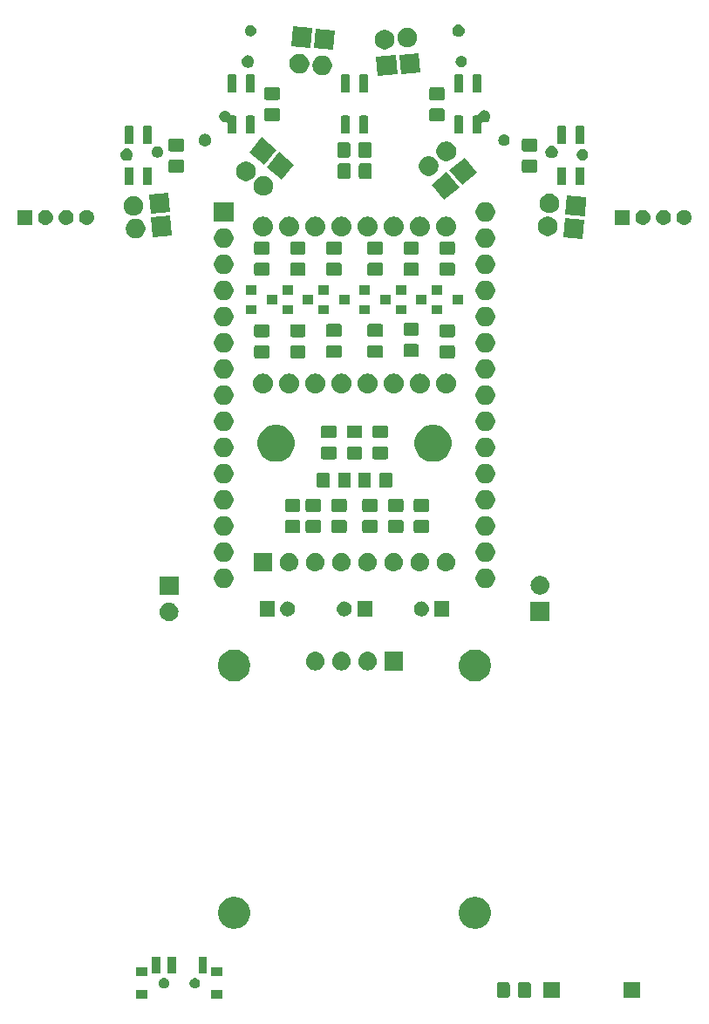
<source format=gbr>
G04 #@! TF.GenerationSoftware,KiCad,Pcbnew,(5.0.1)-3*
G04 #@! TF.CreationDate,2022-06-15T15:11:29+08:00*
G04 #@! TF.ProjectId,Micromouse_V01,4D6963726F6D6F7573655F5630312E6B,rev?*
G04 #@! TF.SameCoordinates,Original*
G04 #@! TF.FileFunction,Soldermask,Bot*
G04 #@! TF.FilePolarity,Negative*
%FSLAX46Y46*%
G04 Gerber Fmt 4.6, Leading zero omitted, Abs format (unit mm)*
G04 Created by KiCad (PCBNEW (5.0.1)-3) date 15-Jun-22 3:11:29 PM*
%MOMM*%
%LPD*%
G01*
G04 APERTURE LIST*
%ADD10C,0.100000*%
G04 APERTURE END LIST*
D10*
G36*
X89201000Y-139881000D02*
X88099000Y-139881000D01*
X88099000Y-138979000D01*
X89201000Y-138979000D01*
X89201000Y-139881000D01*
X89201000Y-139881000D01*
G37*
G36*
X81901000Y-139881000D02*
X80799000Y-139881000D01*
X80799000Y-138979000D01*
X81901000Y-138979000D01*
X81901000Y-139881000D01*
X81901000Y-139881000D01*
G37*
G36*
X129701000Y-139801000D02*
X128099000Y-139801000D01*
X128099000Y-138199000D01*
X129701000Y-138199000D01*
X129701000Y-139801000D01*
X129701000Y-139801000D01*
G37*
G36*
X121901000Y-139801000D02*
X120299000Y-139801000D01*
X120299000Y-138199000D01*
X121901000Y-138199000D01*
X121901000Y-139801000D01*
X121901000Y-139801000D01*
G37*
G36*
X118963677Y-138253465D02*
X119001364Y-138264898D01*
X119036103Y-138283466D01*
X119066548Y-138308452D01*
X119091534Y-138338897D01*
X119110102Y-138373636D01*
X119121535Y-138411323D01*
X119126000Y-138456661D01*
X119126000Y-139543339D01*
X119121535Y-139588677D01*
X119110102Y-139626364D01*
X119091534Y-139661103D01*
X119066548Y-139691548D01*
X119036103Y-139716534D01*
X119001364Y-139735102D01*
X118963677Y-139746535D01*
X118918339Y-139751000D01*
X118081661Y-139751000D01*
X118036323Y-139746535D01*
X117998636Y-139735102D01*
X117963897Y-139716534D01*
X117933452Y-139691548D01*
X117908466Y-139661103D01*
X117889898Y-139626364D01*
X117878465Y-139588677D01*
X117874000Y-139543339D01*
X117874000Y-138456661D01*
X117878465Y-138411323D01*
X117889898Y-138373636D01*
X117908466Y-138338897D01*
X117933452Y-138308452D01*
X117963897Y-138283466D01*
X117998636Y-138264898D01*
X118036323Y-138253465D01*
X118081661Y-138249000D01*
X118918339Y-138249000D01*
X118963677Y-138253465D01*
X118963677Y-138253465D01*
G37*
G36*
X116913677Y-138253465D02*
X116951364Y-138264898D01*
X116986103Y-138283466D01*
X117016548Y-138308452D01*
X117041534Y-138338897D01*
X117060102Y-138373636D01*
X117071535Y-138411323D01*
X117076000Y-138456661D01*
X117076000Y-139543339D01*
X117071535Y-139588677D01*
X117060102Y-139626364D01*
X117041534Y-139661103D01*
X117016548Y-139691548D01*
X116986103Y-139716534D01*
X116951364Y-139735102D01*
X116913677Y-139746535D01*
X116868339Y-139751000D01*
X116031661Y-139751000D01*
X115986323Y-139746535D01*
X115948636Y-139735102D01*
X115913897Y-139716534D01*
X115883452Y-139691548D01*
X115858466Y-139661103D01*
X115839898Y-139626364D01*
X115828465Y-139588677D01*
X115824000Y-139543339D01*
X115824000Y-138456661D01*
X115828465Y-138411323D01*
X115839898Y-138373636D01*
X115858466Y-138338897D01*
X115883452Y-138308452D01*
X115913897Y-138283466D01*
X115948636Y-138264898D01*
X115986323Y-138253465D01*
X116031661Y-138249000D01*
X116868339Y-138249000D01*
X116913677Y-138253465D01*
X116913677Y-138253465D01*
G37*
G36*
X83646136Y-137848253D02*
X83737312Y-137886019D01*
X83819372Y-137940850D01*
X83889150Y-138010628D01*
X83943981Y-138092688D01*
X83981747Y-138183864D01*
X84001000Y-138280656D01*
X84001000Y-138379344D01*
X83981747Y-138476136D01*
X83943981Y-138567312D01*
X83889150Y-138649372D01*
X83819372Y-138719150D01*
X83737312Y-138773981D01*
X83646136Y-138811747D01*
X83549344Y-138831000D01*
X83450656Y-138831000D01*
X83353864Y-138811747D01*
X83262688Y-138773981D01*
X83180628Y-138719150D01*
X83110850Y-138649372D01*
X83056019Y-138567312D01*
X83018253Y-138476136D01*
X82999000Y-138379344D01*
X82999000Y-138280656D01*
X83018253Y-138183864D01*
X83056019Y-138092688D01*
X83110850Y-138010628D01*
X83180628Y-137940850D01*
X83262688Y-137886019D01*
X83353864Y-137848253D01*
X83450656Y-137829000D01*
X83549344Y-137829000D01*
X83646136Y-137848253D01*
X83646136Y-137848253D01*
G37*
G36*
X86646136Y-137848253D02*
X86737312Y-137886019D01*
X86819372Y-137940850D01*
X86889150Y-138010628D01*
X86943981Y-138092688D01*
X86981747Y-138183864D01*
X87001000Y-138280656D01*
X87001000Y-138379344D01*
X86981747Y-138476136D01*
X86943981Y-138567312D01*
X86889150Y-138649372D01*
X86819372Y-138719150D01*
X86737312Y-138773981D01*
X86646136Y-138811747D01*
X86549344Y-138831000D01*
X86450656Y-138831000D01*
X86353864Y-138811747D01*
X86262688Y-138773981D01*
X86180628Y-138719150D01*
X86110850Y-138649372D01*
X86056019Y-138567312D01*
X86018253Y-138476136D01*
X85999000Y-138379344D01*
X85999000Y-138280656D01*
X86018253Y-138183864D01*
X86056019Y-138092688D01*
X86110850Y-138010628D01*
X86180628Y-137940850D01*
X86262688Y-137886019D01*
X86353864Y-137848253D01*
X86450656Y-137829000D01*
X86549344Y-137829000D01*
X86646136Y-137848253D01*
X86646136Y-137848253D01*
G37*
G36*
X81901000Y-137671000D02*
X80799000Y-137671000D01*
X80799000Y-136769000D01*
X81901000Y-136769000D01*
X81901000Y-137671000D01*
X81901000Y-137671000D01*
G37*
G36*
X89201000Y-137671000D02*
X88099000Y-137671000D01*
X88099000Y-136769000D01*
X89201000Y-136769000D01*
X89201000Y-137671000D01*
X89201000Y-137671000D01*
G37*
G36*
X87651000Y-137371000D02*
X86849000Y-137371000D01*
X86849000Y-135769000D01*
X87651000Y-135769000D01*
X87651000Y-137371000D01*
X87651000Y-137371000D01*
G37*
G36*
X83151000Y-137371000D02*
X82349000Y-137371000D01*
X82349000Y-135769000D01*
X83151000Y-135769000D01*
X83151000Y-137371000D01*
X83151000Y-137371000D01*
G37*
G36*
X84651000Y-137371000D02*
X83849000Y-137371000D01*
X83849000Y-135769000D01*
X84651000Y-135769000D01*
X84651000Y-137371000D01*
X84651000Y-137371000D01*
G37*
G36*
X90652527Y-129988736D02*
X90752410Y-130008604D01*
X91034674Y-130125521D01*
X91288705Y-130295259D01*
X91504741Y-130511295D01*
X91674479Y-130765326D01*
X91791396Y-131047590D01*
X91851000Y-131347240D01*
X91851000Y-131652760D01*
X91791396Y-131952410D01*
X91674479Y-132234674D01*
X91504741Y-132488705D01*
X91288705Y-132704741D01*
X91034674Y-132874479D01*
X90752410Y-132991396D01*
X90652527Y-133011264D01*
X90452762Y-133051000D01*
X90147238Y-133051000D01*
X89947473Y-133011264D01*
X89847590Y-132991396D01*
X89565326Y-132874479D01*
X89311295Y-132704741D01*
X89095259Y-132488705D01*
X88925521Y-132234674D01*
X88808604Y-131952410D01*
X88749000Y-131652760D01*
X88749000Y-131347240D01*
X88808604Y-131047590D01*
X88925521Y-130765326D01*
X89095259Y-130511295D01*
X89311295Y-130295259D01*
X89565326Y-130125521D01*
X89847590Y-130008604D01*
X89947473Y-129988736D01*
X90147238Y-129949000D01*
X90452762Y-129949000D01*
X90652527Y-129988736D01*
X90652527Y-129988736D01*
G37*
G36*
X114052527Y-129988736D02*
X114152410Y-130008604D01*
X114434674Y-130125521D01*
X114688705Y-130295259D01*
X114904741Y-130511295D01*
X115074479Y-130765326D01*
X115191396Y-131047590D01*
X115251000Y-131347240D01*
X115251000Y-131652760D01*
X115191396Y-131952410D01*
X115074479Y-132234674D01*
X114904741Y-132488705D01*
X114688705Y-132704741D01*
X114434674Y-132874479D01*
X114152410Y-132991396D01*
X114052527Y-133011264D01*
X113852762Y-133051000D01*
X113547238Y-133051000D01*
X113347473Y-133011264D01*
X113247590Y-132991396D01*
X112965326Y-132874479D01*
X112711295Y-132704741D01*
X112495259Y-132488705D01*
X112325521Y-132234674D01*
X112208604Y-131952410D01*
X112149000Y-131652760D01*
X112149000Y-131347240D01*
X112208604Y-131047590D01*
X112325521Y-130765326D01*
X112495259Y-130511295D01*
X112711295Y-130295259D01*
X112965326Y-130125521D01*
X113247590Y-130008604D01*
X113347473Y-129988736D01*
X113547238Y-129949000D01*
X113852762Y-129949000D01*
X114052527Y-129988736D01*
X114052527Y-129988736D01*
G37*
G36*
X114052527Y-105988736D02*
X114152410Y-106008604D01*
X114434674Y-106125521D01*
X114688705Y-106295259D01*
X114904741Y-106511295D01*
X115074479Y-106765326D01*
X115127103Y-106892373D01*
X115191396Y-107047591D01*
X115251000Y-107347238D01*
X115251000Y-107652762D01*
X115239776Y-107709186D01*
X115191396Y-107952410D01*
X115074479Y-108234674D01*
X114904741Y-108488705D01*
X114688705Y-108704741D01*
X114434674Y-108874479D01*
X114152410Y-108991396D01*
X114052527Y-109011264D01*
X113852762Y-109051000D01*
X113547238Y-109051000D01*
X113347473Y-109011264D01*
X113247590Y-108991396D01*
X112965326Y-108874479D01*
X112711295Y-108704741D01*
X112495259Y-108488705D01*
X112325521Y-108234674D01*
X112208604Y-107952410D01*
X112160224Y-107709186D01*
X112149000Y-107652762D01*
X112149000Y-107347238D01*
X112208604Y-107047591D01*
X112272897Y-106892373D01*
X112325521Y-106765326D01*
X112495259Y-106511295D01*
X112711295Y-106295259D01*
X112965326Y-106125521D01*
X113247590Y-106008604D01*
X113347473Y-105988736D01*
X113547238Y-105949000D01*
X113852762Y-105949000D01*
X114052527Y-105988736D01*
X114052527Y-105988736D01*
G37*
G36*
X90652527Y-105988736D02*
X90752410Y-106008604D01*
X91034674Y-106125521D01*
X91288705Y-106295259D01*
X91504741Y-106511295D01*
X91674479Y-106765326D01*
X91727103Y-106892373D01*
X91791396Y-107047591D01*
X91851000Y-107347238D01*
X91851000Y-107652762D01*
X91839776Y-107709186D01*
X91791396Y-107952410D01*
X91674479Y-108234674D01*
X91504741Y-108488705D01*
X91288705Y-108704741D01*
X91034674Y-108874479D01*
X90752410Y-108991396D01*
X90652527Y-109011264D01*
X90452762Y-109051000D01*
X90147238Y-109051000D01*
X89947473Y-109011264D01*
X89847590Y-108991396D01*
X89565326Y-108874479D01*
X89311295Y-108704741D01*
X89095259Y-108488705D01*
X88925521Y-108234674D01*
X88808604Y-107952410D01*
X88760224Y-107709186D01*
X88749000Y-107652762D01*
X88749000Y-107347238D01*
X88808604Y-107047591D01*
X88872897Y-106892373D01*
X88925521Y-106765326D01*
X89095259Y-106511295D01*
X89311295Y-106295259D01*
X89565326Y-106125521D01*
X89847590Y-106008604D01*
X89947473Y-105988736D01*
X90147238Y-105949000D01*
X90452762Y-105949000D01*
X90652527Y-105988736D01*
X90652527Y-105988736D01*
G37*
G36*
X103380442Y-106174518D02*
X103446627Y-106181037D01*
X103559853Y-106215384D01*
X103616467Y-106232557D01*
X103733772Y-106295259D01*
X103772991Y-106316222D01*
X103808729Y-106345552D01*
X103910186Y-106428814D01*
X103977875Y-106511295D01*
X104022778Y-106566009D01*
X104022779Y-106566011D01*
X104106443Y-106722533D01*
X104106443Y-106722534D01*
X104157963Y-106892373D01*
X104175359Y-107069000D01*
X104157963Y-107245627D01*
X104127140Y-107347238D01*
X104106443Y-107415467D01*
X104032348Y-107554087D01*
X104022778Y-107571991D01*
X103993448Y-107607729D01*
X103910186Y-107709186D01*
X103808729Y-107792448D01*
X103772991Y-107821778D01*
X103772989Y-107821779D01*
X103616467Y-107905443D01*
X103559853Y-107922616D01*
X103446627Y-107956963D01*
X103380443Y-107963481D01*
X103314260Y-107970000D01*
X103225740Y-107970000D01*
X103159557Y-107963481D01*
X103093373Y-107956963D01*
X102980147Y-107922616D01*
X102923533Y-107905443D01*
X102767011Y-107821779D01*
X102767009Y-107821778D01*
X102731271Y-107792448D01*
X102629814Y-107709186D01*
X102546552Y-107607729D01*
X102517222Y-107571991D01*
X102507652Y-107554087D01*
X102433557Y-107415467D01*
X102412860Y-107347238D01*
X102382037Y-107245627D01*
X102364641Y-107069000D01*
X102382037Y-106892373D01*
X102433557Y-106722534D01*
X102433557Y-106722533D01*
X102517221Y-106566011D01*
X102517222Y-106566009D01*
X102562125Y-106511295D01*
X102629814Y-106428814D01*
X102731271Y-106345552D01*
X102767009Y-106316222D01*
X102806228Y-106295259D01*
X102923533Y-106232557D01*
X102980147Y-106215384D01*
X103093373Y-106181037D01*
X103159558Y-106174518D01*
X103225740Y-106168000D01*
X103314260Y-106168000D01*
X103380442Y-106174518D01*
X103380442Y-106174518D01*
G37*
G36*
X98300442Y-106174518D02*
X98366627Y-106181037D01*
X98479853Y-106215384D01*
X98536467Y-106232557D01*
X98653772Y-106295259D01*
X98692991Y-106316222D01*
X98728729Y-106345552D01*
X98830186Y-106428814D01*
X98897875Y-106511295D01*
X98942778Y-106566009D01*
X98942779Y-106566011D01*
X99026443Y-106722533D01*
X99026443Y-106722534D01*
X99077963Y-106892373D01*
X99095359Y-107069000D01*
X99077963Y-107245627D01*
X99047140Y-107347238D01*
X99026443Y-107415467D01*
X98952348Y-107554087D01*
X98942778Y-107571991D01*
X98913448Y-107607729D01*
X98830186Y-107709186D01*
X98728729Y-107792448D01*
X98692991Y-107821778D01*
X98692989Y-107821779D01*
X98536467Y-107905443D01*
X98479853Y-107922616D01*
X98366627Y-107956963D01*
X98300443Y-107963481D01*
X98234260Y-107970000D01*
X98145740Y-107970000D01*
X98079557Y-107963481D01*
X98013373Y-107956963D01*
X97900147Y-107922616D01*
X97843533Y-107905443D01*
X97687011Y-107821779D01*
X97687009Y-107821778D01*
X97651271Y-107792448D01*
X97549814Y-107709186D01*
X97466552Y-107607729D01*
X97437222Y-107571991D01*
X97427652Y-107554087D01*
X97353557Y-107415467D01*
X97332860Y-107347238D01*
X97302037Y-107245627D01*
X97284641Y-107069000D01*
X97302037Y-106892373D01*
X97353557Y-106722534D01*
X97353557Y-106722533D01*
X97437221Y-106566011D01*
X97437222Y-106566009D01*
X97482125Y-106511295D01*
X97549814Y-106428814D01*
X97651271Y-106345552D01*
X97687009Y-106316222D01*
X97726228Y-106295259D01*
X97843533Y-106232557D01*
X97900147Y-106215384D01*
X98013373Y-106181037D01*
X98079558Y-106174518D01*
X98145740Y-106168000D01*
X98234260Y-106168000D01*
X98300442Y-106174518D01*
X98300442Y-106174518D01*
G37*
G36*
X106711000Y-107970000D02*
X104909000Y-107970000D01*
X104909000Y-106168000D01*
X106711000Y-106168000D01*
X106711000Y-107970000D01*
X106711000Y-107970000D01*
G37*
G36*
X100840442Y-106174518D02*
X100906627Y-106181037D01*
X101019853Y-106215384D01*
X101076467Y-106232557D01*
X101193772Y-106295259D01*
X101232991Y-106316222D01*
X101268729Y-106345552D01*
X101370186Y-106428814D01*
X101437875Y-106511295D01*
X101482778Y-106566009D01*
X101482779Y-106566011D01*
X101566443Y-106722533D01*
X101566443Y-106722534D01*
X101617963Y-106892373D01*
X101635359Y-107069000D01*
X101617963Y-107245627D01*
X101587140Y-107347238D01*
X101566443Y-107415467D01*
X101492348Y-107554087D01*
X101482778Y-107571991D01*
X101453448Y-107607729D01*
X101370186Y-107709186D01*
X101268729Y-107792448D01*
X101232991Y-107821778D01*
X101232989Y-107821779D01*
X101076467Y-107905443D01*
X101019853Y-107922616D01*
X100906627Y-107956963D01*
X100840443Y-107963481D01*
X100774260Y-107970000D01*
X100685740Y-107970000D01*
X100619557Y-107963481D01*
X100553373Y-107956963D01*
X100440147Y-107922616D01*
X100383533Y-107905443D01*
X100227011Y-107821779D01*
X100227009Y-107821778D01*
X100191271Y-107792448D01*
X100089814Y-107709186D01*
X100006552Y-107607729D01*
X99977222Y-107571991D01*
X99967652Y-107554087D01*
X99893557Y-107415467D01*
X99872860Y-107347238D01*
X99842037Y-107245627D01*
X99824641Y-107069000D01*
X99842037Y-106892373D01*
X99893557Y-106722534D01*
X99893557Y-106722533D01*
X99977221Y-106566011D01*
X99977222Y-106566009D01*
X100022125Y-106511295D01*
X100089814Y-106428814D01*
X100191271Y-106345552D01*
X100227009Y-106316222D01*
X100266228Y-106295259D01*
X100383533Y-106232557D01*
X100440147Y-106215384D01*
X100553373Y-106181037D01*
X100619558Y-106174518D01*
X100685740Y-106168000D01*
X100774260Y-106168000D01*
X100840442Y-106174518D01*
X100840442Y-106174518D01*
G37*
G36*
X84089258Y-101393432D02*
X84176627Y-101402037D01*
X84289853Y-101436384D01*
X84346467Y-101453557D01*
X84485087Y-101527652D01*
X84502991Y-101537222D01*
X84538729Y-101566552D01*
X84640186Y-101649814D01*
X84723448Y-101751271D01*
X84752778Y-101787009D01*
X84752779Y-101787011D01*
X84836443Y-101943533D01*
X84836443Y-101943534D01*
X84887963Y-102113373D01*
X84905359Y-102290000D01*
X84887963Y-102466627D01*
X84853616Y-102579853D01*
X84836443Y-102636467D01*
X84816392Y-102673979D01*
X84752778Y-102792991D01*
X84723448Y-102828729D01*
X84640186Y-102930186D01*
X84538729Y-103013448D01*
X84502991Y-103042778D01*
X84502989Y-103042779D01*
X84346467Y-103126443D01*
X84289853Y-103143616D01*
X84176627Y-103177963D01*
X84110443Y-103184481D01*
X84044260Y-103191000D01*
X83955740Y-103191000D01*
X83889557Y-103184481D01*
X83823373Y-103177963D01*
X83710147Y-103143616D01*
X83653533Y-103126443D01*
X83497011Y-103042779D01*
X83497009Y-103042778D01*
X83461271Y-103013448D01*
X83359814Y-102930186D01*
X83276552Y-102828729D01*
X83247222Y-102792991D01*
X83183608Y-102673979D01*
X83163557Y-102636467D01*
X83146384Y-102579853D01*
X83112037Y-102466627D01*
X83094641Y-102290000D01*
X83112037Y-102113373D01*
X83163557Y-101943534D01*
X83163557Y-101943533D01*
X83247221Y-101787011D01*
X83247222Y-101787009D01*
X83276552Y-101751271D01*
X83359814Y-101649814D01*
X83461271Y-101566552D01*
X83497009Y-101537222D01*
X83514913Y-101527652D01*
X83653533Y-101453557D01*
X83710147Y-101436384D01*
X83823373Y-101402037D01*
X83910742Y-101393432D01*
X83955740Y-101389000D01*
X84044260Y-101389000D01*
X84089258Y-101393432D01*
X84089258Y-101393432D01*
G37*
G36*
X120901000Y-103151000D02*
X119099000Y-103151000D01*
X119099000Y-101349000D01*
X120901000Y-101349000D01*
X120901000Y-103151000D01*
X120901000Y-103151000D01*
G37*
G36*
X103726000Y-102726000D02*
X102274000Y-102726000D01*
X102274000Y-101274000D01*
X103726000Y-101274000D01*
X103726000Y-102726000D01*
X103726000Y-102726000D01*
G37*
G36*
X95556991Y-101276101D02*
X95642321Y-101284505D01*
X95779172Y-101326019D01*
X95779174Y-101326020D01*
X95779177Y-101326021D01*
X95905296Y-101393432D01*
X96015843Y-101484157D01*
X96106568Y-101594704D01*
X96173979Y-101720823D01*
X96173980Y-101720826D01*
X96173981Y-101720828D01*
X96215495Y-101857679D01*
X96229512Y-102000000D01*
X96215495Y-102142321D01*
X96173981Y-102279172D01*
X96173979Y-102279177D01*
X96106568Y-102405296D01*
X96015843Y-102515843D01*
X95905296Y-102606568D01*
X95779177Y-102673979D01*
X95779174Y-102673980D01*
X95779172Y-102673981D01*
X95642321Y-102715495D01*
X95556991Y-102723899D01*
X95535660Y-102726000D01*
X95464340Y-102726000D01*
X95443009Y-102723899D01*
X95357679Y-102715495D01*
X95220828Y-102673981D01*
X95220826Y-102673980D01*
X95220823Y-102673979D01*
X95094704Y-102606568D01*
X94984157Y-102515843D01*
X94893432Y-102405296D01*
X94826021Y-102279177D01*
X94826019Y-102279172D01*
X94784505Y-102142321D01*
X94770488Y-102000000D01*
X94784505Y-101857679D01*
X94826019Y-101720828D01*
X94826020Y-101720826D01*
X94826021Y-101720823D01*
X94893432Y-101594704D01*
X94984157Y-101484157D01*
X95094704Y-101393432D01*
X95220823Y-101326021D01*
X95220826Y-101326020D01*
X95220828Y-101326019D01*
X95357679Y-101284505D01*
X95443009Y-101276101D01*
X95464340Y-101274000D01*
X95535660Y-101274000D01*
X95556991Y-101276101D01*
X95556991Y-101276101D01*
G37*
G36*
X94226000Y-102726000D02*
X92774000Y-102726000D01*
X92774000Y-101274000D01*
X94226000Y-101274000D01*
X94226000Y-102726000D01*
X94226000Y-102726000D01*
G37*
G36*
X111226000Y-102726000D02*
X109774000Y-102726000D01*
X109774000Y-101274000D01*
X111226000Y-101274000D01*
X111226000Y-102726000D01*
X111226000Y-102726000D01*
G37*
G36*
X108556991Y-101276101D02*
X108642321Y-101284505D01*
X108779172Y-101326019D01*
X108779174Y-101326020D01*
X108779177Y-101326021D01*
X108905296Y-101393432D01*
X109015843Y-101484157D01*
X109106568Y-101594704D01*
X109173979Y-101720823D01*
X109173980Y-101720826D01*
X109173981Y-101720828D01*
X109215495Y-101857679D01*
X109229512Y-102000000D01*
X109215495Y-102142321D01*
X109173981Y-102279172D01*
X109173979Y-102279177D01*
X109106568Y-102405296D01*
X109015843Y-102515843D01*
X108905296Y-102606568D01*
X108779177Y-102673979D01*
X108779174Y-102673980D01*
X108779172Y-102673981D01*
X108642321Y-102715495D01*
X108556991Y-102723899D01*
X108535660Y-102726000D01*
X108464340Y-102726000D01*
X108443009Y-102723899D01*
X108357679Y-102715495D01*
X108220828Y-102673981D01*
X108220826Y-102673980D01*
X108220823Y-102673979D01*
X108094704Y-102606568D01*
X107984157Y-102515843D01*
X107893432Y-102405296D01*
X107826021Y-102279177D01*
X107826019Y-102279172D01*
X107784505Y-102142321D01*
X107770488Y-102000000D01*
X107784505Y-101857679D01*
X107826019Y-101720828D01*
X107826020Y-101720826D01*
X107826021Y-101720823D01*
X107893432Y-101594704D01*
X107984157Y-101484157D01*
X108094704Y-101393432D01*
X108220823Y-101326021D01*
X108220826Y-101326020D01*
X108220828Y-101326019D01*
X108357679Y-101284505D01*
X108443009Y-101276101D01*
X108464340Y-101274000D01*
X108535660Y-101274000D01*
X108556991Y-101276101D01*
X108556991Y-101276101D01*
G37*
G36*
X101056991Y-101276101D02*
X101142321Y-101284505D01*
X101279172Y-101326019D01*
X101279174Y-101326020D01*
X101279177Y-101326021D01*
X101405296Y-101393432D01*
X101515843Y-101484157D01*
X101606568Y-101594704D01*
X101673979Y-101720823D01*
X101673980Y-101720826D01*
X101673981Y-101720828D01*
X101715495Y-101857679D01*
X101729512Y-102000000D01*
X101715495Y-102142321D01*
X101673981Y-102279172D01*
X101673979Y-102279177D01*
X101606568Y-102405296D01*
X101515843Y-102515843D01*
X101405296Y-102606568D01*
X101279177Y-102673979D01*
X101279174Y-102673980D01*
X101279172Y-102673981D01*
X101142321Y-102715495D01*
X101056991Y-102723899D01*
X101035660Y-102726000D01*
X100964340Y-102726000D01*
X100943009Y-102723899D01*
X100857679Y-102715495D01*
X100720828Y-102673981D01*
X100720826Y-102673980D01*
X100720823Y-102673979D01*
X100594704Y-102606568D01*
X100484157Y-102515843D01*
X100393432Y-102405296D01*
X100326021Y-102279177D01*
X100326019Y-102279172D01*
X100284505Y-102142321D01*
X100270488Y-102000000D01*
X100284505Y-101857679D01*
X100326019Y-101720828D01*
X100326020Y-101720826D01*
X100326021Y-101720823D01*
X100393432Y-101594704D01*
X100484157Y-101484157D01*
X100594704Y-101393432D01*
X100720823Y-101326021D01*
X100720826Y-101326020D01*
X100720828Y-101326019D01*
X100857679Y-101284505D01*
X100943009Y-101276101D01*
X100964340Y-101274000D01*
X101035660Y-101274000D01*
X101056991Y-101276101D01*
X101056991Y-101276101D01*
G37*
G36*
X84901000Y-100651000D02*
X83099000Y-100651000D01*
X83099000Y-98849000D01*
X84901000Y-98849000D01*
X84901000Y-100651000D01*
X84901000Y-100651000D01*
G37*
G36*
X120110442Y-98815518D02*
X120176627Y-98822037D01*
X120265512Y-98849000D01*
X120346467Y-98873557D01*
X120485087Y-98947652D01*
X120502991Y-98957222D01*
X120538729Y-98986552D01*
X120640186Y-99069814D01*
X120696691Y-99138667D01*
X120752778Y-99207009D01*
X120752779Y-99207011D01*
X120836443Y-99363533D01*
X120836443Y-99363534D01*
X120887963Y-99533373D01*
X120905359Y-99710000D01*
X120887963Y-99886627D01*
X120865871Y-99959454D01*
X120836443Y-100056467D01*
X120762348Y-100195087D01*
X120752778Y-100212991D01*
X120723448Y-100248729D01*
X120640186Y-100350186D01*
X120538729Y-100433448D01*
X120502991Y-100462778D01*
X120502989Y-100462779D01*
X120346467Y-100546443D01*
X120289853Y-100563616D01*
X120176627Y-100597963D01*
X120110443Y-100604481D01*
X120044260Y-100611000D01*
X119955740Y-100611000D01*
X119889558Y-100604482D01*
X119823373Y-100597963D01*
X119710147Y-100563616D01*
X119653533Y-100546443D01*
X119497011Y-100462779D01*
X119497009Y-100462778D01*
X119461271Y-100433448D01*
X119359814Y-100350186D01*
X119276552Y-100248729D01*
X119247222Y-100212991D01*
X119237652Y-100195087D01*
X119163557Y-100056467D01*
X119134129Y-99959454D01*
X119112037Y-99886627D01*
X119094641Y-99710000D01*
X119112037Y-99533373D01*
X119163557Y-99363534D01*
X119163557Y-99363533D01*
X119247221Y-99207011D01*
X119247222Y-99207009D01*
X119303309Y-99138667D01*
X119359814Y-99069814D01*
X119461271Y-98986552D01*
X119497009Y-98957222D01*
X119514913Y-98947652D01*
X119653533Y-98873557D01*
X119734488Y-98849000D01*
X119823373Y-98822037D01*
X119889558Y-98815518D01*
X119955740Y-98809000D01*
X120044260Y-98809000D01*
X120110442Y-98815518D01*
X120110442Y-98815518D01*
G37*
G36*
X89577396Y-98130546D02*
X89750466Y-98202234D01*
X89906230Y-98306312D01*
X90038688Y-98438770D01*
X90142766Y-98594534D01*
X90214454Y-98767604D01*
X90251000Y-98951333D01*
X90251000Y-99138667D01*
X90214454Y-99322396D01*
X90142766Y-99495466D01*
X90038688Y-99651230D01*
X89906230Y-99783688D01*
X89750466Y-99887766D01*
X89577396Y-99959454D01*
X89393667Y-99996000D01*
X89206333Y-99996000D01*
X89022604Y-99959454D01*
X88849534Y-99887766D01*
X88693770Y-99783688D01*
X88561312Y-99651230D01*
X88457234Y-99495466D01*
X88385546Y-99322396D01*
X88349000Y-99138667D01*
X88349000Y-98951333D01*
X88385546Y-98767604D01*
X88457234Y-98594534D01*
X88561312Y-98438770D01*
X88693770Y-98306312D01*
X88849534Y-98202234D01*
X89022604Y-98130546D01*
X89206333Y-98094000D01*
X89393667Y-98094000D01*
X89577396Y-98130546D01*
X89577396Y-98130546D01*
G37*
G36*
X114977396Y-98130546D02*
X115150466Y-98202234D01*
X115306230Y-98306312D01*
X115438688Y-98438770D01*
X115542766Y-98594534D01*
X115614454Y-98767604D01*
X115651000Y-98951333D01*
X115651000Y-99138667D01*
X115614454Y-99322396D01*
X115542766Y-99495466D01*
X115438688Y-99651230D01*
X115306230Y-99783688D01*
X115150466Y-99887766D01*
X114977396Y-99959454D01*
X114793667Y-99996000D01*
X114606333Y-99996000D01*
X114422604Y-99959454D01*
X114249534Y-99887766D01*
X114093770Y-99783688D01*
X113961312Y-99651230D01*
X113857234Y-99495466D01*
X113785546Y-99322396D01*
X113749000Y-99138667D01*
X113749000Y-98951333D01*
X113785546Y-98767604D01*
X113857234Y-98594534D01*
X113961312Y-98438770D01*
X114093770Y-98306312D01*
X114249534Y-98202234D01*
X114422604Y-98130546D01*
X114606333Y-98094000D01*
X114793667Y-98094000D01*
X114977396Y-98130546D01*
X114977396Y-98130546D01*
G37*
G36*
X98292042Y-96572118D02*
X98358227Y-96578637D01*
X98471453Y-96612984D01*
X98528067Y-96630157D01*
X98666687Y-96704252D01*
X98684591Y-96713822D01*
X98720329Y-96743152D01*
X98821786Y-96826414D01*
X98905048Y-96927871D01*
X98934378Y-96963609D01*
X98934379Y-96963611D01*
X99018043Y-97120133D01*
X99018043Y-97120134D01*
X99069563Y-97289973D01*
X99086959Y-97466600D01*
X99069563Y-97643227D01*
X99035216Y-97756453D01*
X99018043Y-97813067D01*
X98943948Y-97951687D01*
X98934378Y-97969591D01*
X98905048Y-98005329D01*
X98821786Y-98106786D01*
X98720329Y-98190048D01*
X98684591Y-98219378D01*
X98684589Y-98219379D01*
X98528067Y-98303043D01*
X98517290Y-98306312D01*
X98358227Y-98354563D01*
X98292042Y-98361082D01*
X98225860Y-98367600D01*
X98137340Y-98367600D01*
X98071157Y-98361081D01*
X98004973Y-98354563D01*
X97845910Y-98306312D01*
X97835133Y-98303043D01*
X97678611Y-98219379D01*
X97678609Y-98219378D01*
X97642871Y-98190048D01*
X97541414Y-98106786D01*
X97458152Y-98005329D01*
X97428822Y-97969591D01*
X97419252Y-97951687D01*
X97345157Y-97813067D01*
X97327984Y-97756453D01*
X97293637Y-97643227D01*
X97276241Y-97466600D01*
X97293637Y-97289973D01*
X97345157Y-97120134D01*
X97345157Y-97120133D01*
X97428821Y-96963611D01*
X97428822Y-96963609D01*
X97458152Y-96927871D01*
X97541414Y-96826414D01*
X97642871Y-96743152D01*
X97678609Y-96713822D01*
X97696513Y-96704252D01*
X97835133Y-96630157D01*
X97891747Y-96612984D01*
X98004973Y-96578637D01*
X98071158Y-96572118D01*
X98137340Y-96565600D01*
X98225860Y-96565600D01*
X98292042Y-96572118D01*
X98292042Y-96572118D01*
G37*
G36*
X108452042Y-96572118D02*
X108518227Y-96578637D01*
X108631453Y-96612984D01*
X108688067Y-96630157D01*
X108826687Y-96704252D01*
X108844591Y-96713822D01*
X108880329Y-96743152D01*
X108981786Y-96826414D01*
X109065048Y-96927871D01*
X109094378Y-96963609D01*
X109094379Y-96963611D01*
X109178043Y-97120133D01*
X109178043Y-97120134D01*
X109229563Y-97289973D01*
X109246959Y-97466600D01*
X109229563Y-97643227D01*
X109195216Y-97756453D01*
X109178043Y-97813067D01*
X109103948Y-97951687D01*
X109094378Y-97969591D01*
X109065048Y-98005329D01*
X108981786Y-98106786D01*
X108880329Y-98190048D01*
X108844591Y-98219378D01*
X108844589Y-98219379D01*
X108688067Y-98303043D01*
X108677290Y-98306312D01*
X108518227Y-98354563D01*
X108452042Y-98361082D01*
X108385860Y-98367600D01*
X108297340Y-98367600D01*
X108231157Y-98361081D01*
X108164973Y-98354563D01*
X108005910Y-98306312D01*
X107995133Y-98303043D01*
X107838611Y-98219379D01*
X107838609Y-98219378D01*
X107802871Y-98190048D01*
X107701414Y-98106786D01*
X107618152Y-98005329D01*
X107588822Y-97969591D01*
X107579252Y-97951687D01*
X107505157Y-97813067D01*
X107487984Y-97756453D01*
X107453637Y-97643227D01*
X107436241Y-97466600D01*
X107453637Y-97289973D01*
X107505157Y-97120134D01*
X107505157Y-97120133D01*
X107588821Y-96963611D01*
X107588822Y-96963609D01*
X107618152Y-96927871D01*
X107701414Y-96826414D01*
X107802871Y-96743152D01*
X107838609Y-96713822D01*
X107856513Y-96704252D01*
X107995133Y-96630157D01*
X108051747Y-96612984D01*
X108164973Y-96578637D01*
X108231158Y-96572118D01*
X108297340Y-96565600D01*
X108385860Y-96565600D01*
X108452042Y-96572118D01*
X108452042Y-96572118D01*
G37*
G36*
X105912042Y-96572118D02*
X105978227Y-96578637D01*
X106091453Y-96612984D01*
X106148067Y-96630157D01*
X106286687Y-96704252D01*
X106304591Y-96713822D01*
X106340329Y-96743152D01*
X106441786Y-96826414D01*
X106525048Y-96927871D01*
X106554378Y-96963609D01*
X106554379Y-96963611D01*
X106638043Y-97120133D01*
X106638043Y-97120134D01*
X106689563Y-97289973D01*
X106706959Y-97466600D01*
X106689563Y-97643227D01*
X106655216Y-97756453D01*
X106638043Y-97813067D01*
X106563948Y-97951687D01*
X106554378Y-97969591D01*
X106525048Y-98005329D01*
X106441786Y-98106786D01*
X106340329Y-98190048D01*
X106304591Y-98219378D01*
X106304589Y-98219379D01*
X106148067Y-98303043D01*
X106137290Y-98306312D01*
X105978227Y-98354563D01*
X105912042Y-98361082D01*
X105845860Y-98367600D01*
X105757340Y-98367600D01*
X105691157Y-98361081D01*
X105624973Y-98354563D01*
X105465910Y-98306312D01*
X105455133Y-98303043D01*
X105298611Y-98219379D01*
X105298609Y-98219378D01*
X105262871Y-98190048D01*
X105161414Y-98106786D01*
X105078152Y-98005329D01*
X105048822Y-97969591D01*
X105039252Y-97951687D01*
X104965157Y-97813067D01*
X104947984Y-97756453D01*
X104913637Y-97643227D01*
X104896241Y-97466600D01*
X104913637Y-97289973D01*
X104965157Y-97120134D01*
X104965157Y-97120133D01*
X105048821Y-96963611D01*
X105048822Y-96963609D01*
X105078152Y-96927871D01*
X105161414Y-96826414D01*
X105262871Y-96743152D01*
X105298609Y-96713822D01*
X105316513Y-96704252D01*
X105455133Y-96630157D01*
X105511747Y-96612984D01*
X105624973Y-96578637D01*
X105691158Y-96572118D01*
X105757340Y-96565600D01*
X105845860Y-96565600D01*
X105912042Y-96572118D01*
X105912042Y-96572118D01*
G37*
G36*
X103372042Y-96572118D02*
X103438227Y-96578637D01*
X103551453Y-96612984D01*
X103608067Y-96630157D01*
X103746687Y-96704252D01*
X103764591Y-96713822D01*
X103800329Y-96743152D01*
X103901786Y-96826414D01*
X103985048Y-96927871D01*
X104014378Y-96963609D01*
X104014379Y-96963611D01*
X104098043Y-97120133D01*
X104098043Y-97120134D01*
X104149563Y-97289973D01*
X104166959Y-97466600D01*
X104149563Y-97643227D01*
X104115216Y-97756453D01*
X104098043Y-97813067D01*
X104023948Y-97951687D01*
X104014378Y-97969591D01*
X103985048Y-98005329D01*
X103901786Y-98106786D01*
X103800329Y-98190048D01*
X103764591Y-98219378D01*
X103764589Y-98219379D01*
X103608067Y-98303043D01*
X103597290Y-98306312D01*
X103438227Y-98354563D01*
X103372042Y-98361082D01*
X103305860Y-98367600D01*
X103217340Y-98367600D01*
X103151157Y-98361081D01*
X103084973Y-98354563D01*
X102925910Y-98306312D01*
X102915133Y-98303043D01*
X102758611Y-98219379D01*
X102758609Y-98219378D01*
X102722871Y-98190048D01*
X102621414Y-98106786D01*
X102538152Y-98005329D01*
X102508822Y-97969591D01*
X102499252Y-97951687D01*
X102425157Y-97813067D01*
X102407984Y-97756453D01*
X102373637Y-97643227D01*
X102356241Y-97466600D01*
X102373637Y-97289973D01*
X102425157Y-97120134D01*
X102425157Y-97120133D01*
X102508821Y-96963611D01*
X102508822Y-96963609D01*
X102538152Y-96927871D01*
X102621414Y-96826414D01*
X102722871Y-96743152D01*
X102758609Y-96713822D01*
X102776513Y-96704252D01*
X102915133Y-96630157D01*
X102971747Y-96612984D01*
X103084973Y-96578637D01*
X103151158Y-96572118D01*
X103217340Y-96565600D01*
X103305860Y-96565600D01*
X103372042Y-96572118D01*
X103372042Y-96572118D01*
G37*
G36*
X100832042Y-96572118D02*
X100898227Y-96578637D01*
X101011453Y-96612984D01*
X101068067Y-96630157D01*
X101206687Y-96704252D01*
X101224591Y-96713822D01*
X101260329Y-96743152D01*
X101361786Y-96826414D01*
X101445048Y-96927871D01*
X101474378Y-96963609D01*
X101474379Y-96963611D01*
X101558043Y-97120133D01*
X101558043Y-97120134D01*
X101609563Y-97289973D01*
X101626959Y-97466600D01*
X101609563Y-97643227D01*
X101575216Y-97756453D01*
X101558043Y-97813067D01*
X101483948Y-97951687D01*
X101474378Y-97969591D01*
X101445048Y-98005329D01*
X101361786Y-98106786D01*
X101260329Y-98190048D01*
X101224591Y-98219378D01*
X101224589Y-98219379D01*
X101068067Y-98303043D01*
X101057290Y-98306312D01*
X100898227Y-98354563D01*
X100832042Y-98361082D01*
X100765860Y-98367600D01*
X100677340Y-98367600D01*
X100611157Y-98361081D01*
X100544973Y-98354563D01*
X100385910Y-98306312D01*
X100375133Y-98303043D01*
X100218611Y-98219379D01*
X100218609Y-98219378D01*
X100182871Y-98190048D01*
X100081414Y-98106786D01*
X99998152Y-98005329D01*
X99968822Y-97969591D01*
X99959252Y-97951687D01*
X99885157Y-97813067D01*
X99867984Y-97756453D01*
X99833637Y-97643227D01*
X99816241Y-97466600D01*
X99833637Y-97289973D01*
X99885157Y-97120134D01*
X99885157Y-97120133D01*
X99968821Y-96963611D01*
X99968822Y-96963609D01*
X99998152Y-96927871D01*
X100081414Y-96826414D01*
X100182871Y-96743152D01*
X100218609Y-96713822D01*
X100236513Y-96704252D01*
X100375133Y-96630157D01*
X100431747Y-96612984D01*
X100544973Y-96578637D01*
X100611158Y-96572118D01*
X100677340Y-96565600D01*
X100765860Y-96565600D01*
X100832042Y-96572118D01*
X100832042Y-96572118D01*
G37*
G36*
X95752042Y-96572118D02*
X95818227Y-96578637D01*
X95931453Y-96612984D01*
X95988067Y-96630157D01*
X96126687Y-96704252D01*
X96144591Y-96713822D01*
X96180329Y-96743152D01*
X96281786Y-96826414D01*
X96365048Y-96927871D01*
X96394378Y-96963609D01*
X96394379Y-96963611D01*
X96478043Y-97120133D01*
X96478043Y-97120134D01*
X96529563Y-97289973D01*
X96546959Y-97466600D01*
X96529563Y-97643227D01*
X96495216Y-97756453D01*
X96478043Y-97813067D01*
X96403948Y-97951687D01*
X96394378Y-97969591D01*
X96365048Y-98005329D01*
X96281786Y-98106786D01*
X96180329Y-98190048D01*
X96144591Y-98219378D01*
X96144589Y-98219379D01*
X95988067Y-98303043D01*
X95977290Y-98306312D01*
X95818227Y-98354563D01*
X95752042Y-98361082D01*
X95685860Y-98367600D01*
X95597340Y-98367600D01*
X95531157Y-98361081D01*
X95464973Y-98354563D01*
X95305910Y-98306312D01*
X95295133Y-98303043D01*
X95138611Y-98219379D01*
X95138609Y-98219378D01*
X95102871Y-98190048D01*
X95001414Y-98106786D01*
X94918152Y-98005329D01*
X94888822Y-97969591D01*
X94879252Y-97951687D01*
X94805157Y-97813067D01*
X94787984Y-97756453D01*
X94753637Y-97643227D01*
X94736241Y-97466600D01*
X94753637Y-97289973D01*
X94805157Y-97120134D01*
X94805157Y-97120133D01*
X94888821Y-96963611D01*
X94888822Y-96963609D01*
X94918152Y-96927871D01*
X95001414Y-96826414D01*
X95102871Y-96743152D01*
X95138609Y-96713822D01*
X95156513Y-96704252D01*
X95295133Y-96630157D01*
X95351747Y-96612984D01*
X95464973Y-96578637D01*
X95531158Y-96572118D01*
X95597340Y-96565600D01*
X95685860Y-96565600D01*
X95752042Y-96572118D01*
X95752042Y-96572118D01*
G37*
G36*
X94002600Y-98367600D02*
X92200600Y-98367600D01*
X92200600Y-96565600D01*
X94002600Y-96565600D01*
X94002600Y-98367600D01*
X94002600Y-98367600D01*
G37*
G36*
X110992042Y-96572118D02*
X111058227Y-96578637D01*
X111171453Y-96612984D01*
X111228067Y-96630157D01*
X111366687Y-96704252D01*
X111384591Y-96713822D01*
X111420329Y-96743152D01*
X111521786Y-96826414D01*
X111605048Y-96927871D01*
X111634378Y-96963609D01*
X111634379Y-96963611D01*
X111718043Y-97120133D01*
X111718043Y-97120134D01*
X111769563Y-97289973D01*
X111786959Y-97466600D01*
X111769563Y-97643227D01*
X111735216Y-97756453D01*
X111718043Y-97813067D01*
X111643948Y-97951687D01*
X111634378Y-97969591D01*
X111605048Y-98005329D01*
X111521786Y-98106786D01*
X111420329Y-98190048D01*
X111384591Y-98219378D01*
X111384589Y-98219379D01*
X111228067Y-98303043D01*
X111217290Y-98306312D01*
X111058227Y-98354563D01*
X110992042Y-98361082D01*
X110925860Y-98367600D01*
X110837340Y-98367600D01*
X110771157Y-98361081D01*
X110704973Y-98354563D01*
X110545910Y-98306312D01*
X110535133Y-98303043D01*
X110378611Y-98219379D01*
X110378609Y-98219378D01*
X110342871Y-98190048D01*
X110241414Y-98106786D01*
X110158152Y-98005329D01*
X110128822Y-97969591D01*
X110119252Y-97951687D01*
X110045157Y-97813067D01*
X110027984Y-97756453D01*
X109993637Y-97643227D01*
X109976241Y-97466600D01*
X109993637Y-97289973D01*
X110045157Y-97120134D01*
X110045157Y-97120133D01*
X110128821Y-96963611D01*
X110128822Y-96963609D01*
X110158152Y-96927871D01*
X110241414Y-96826414D01*
X110342871Y-96743152D01*
X110378609Y-96713822D01*
X110396513Y-96704252D01*
X110535133Y-96630157D01*
X110591747Y-96612984D01*
X110704973Y-96578637D01*
X110771158Y-96572118D01*
X110837340Y-96565600D01*
X110925860Y-96565600D01*
X110992042Y-96572118D01*
X110992042Y-96572118D01*
G37*
G36*
X114977396Y-95590546D02*
X115150466Y-95662234D01*
X115306230Y-95766312D01*
X115438688Y-95898770D01*
X115542766Y-96054534D01*
X115614454Y-96227604D01*
X115651000Y-96411333D01*
X115651000Y-96598667D01*
X115614454Y-96782396D01*
X115542766Y-96955466D01*
X115438688Y-97111230D01*
X115306230Y-97243688D01*
X115150466Y-97347766D01*
X114977396Y-97419454D01*
X114793667Y-97456000D01*
X114606333Y-97456000D01*
X114422604Y-97419454D01*
X114249534Y-97347766D01*
X114093770Y-97243688D01*
X113961312Y-97111230D01*
X113857234Y-96955466D01*
X113785546Y-96782396D01*
X113749000Y-96598667D01*
X113749000Y-96411333D01*
X113785546Y-96227604D01*
X113857234Y-96054534D01*
X113961312Y-95898770D01*
X114093770Y-95766312D01*
X114249534Y-95662234D01*
X114422604Y-95590546D01*
X114606333Y-95554000D01*
X114793667Y-95554000D01*
X114977396Y-95590546D01*
X114977396Y-95590546D01*
G37*
G36*
X89577396Y-95590546D02*
X89750466Y-95662234D01*
X89906230Y-95766312D01*
X90038688Y-95898770D01*
X90142766Y-96054534D01*
X90214454Y-96227604D01*
X90251000Y-96411333D01*
X90251000Y-96598667D01*
X90214454Y-96782396D01*
X90142766Y-96955466D01*
X90038688Y-97111230D01*
X89906230Y-97243688D01*
X89750466Y-97347766D01*
X89577396Y-97419454D01*
X89393667Y-97456000D01*
X89206333Y-97456000D01*
X89022604Y-97419454D01*
X88849534Y-97347766D01*
X88693770Y-97243688D01*
X88561312Y-97111230D01*
X88457234Y-96955466D01*
X88385546Y-96782396D01*
X88349000Y-96598667D01*
X88349000Y-96411333D01*
X88385546Y-96227604D01*
X88457234Y-96054534D01*
X88561312Y-95898770D01*
X88693770Y-95766312D01*
X88849534Y-95662234D01*
X89022604Y-95590546D01*
X89206333Y-95554000D01*
X89393667Y-95554000D01*
X89577396Y-95590546D01*
X89577396Y-95590546D01*
G37*
G36*
X114977396Y-93050546D02*
X115150466Y-93122234D01*
X115306230Y-93226312D01*
X115438688Y-93358770D01*
X115542766Y-93514534D01*
X115614454Y-93687604D01*
X115651000Y-93871333D01*
X115651000Y-94058667D01*
X115614454Y-94242396D01*
X115542766Y-94415466D01*
X115438688Y-94571230D01*
X115306230Y-94703688D01*
X115150466Y-94807766D01*
X114977396Y-94879454D01*
X114793667Y-94916000D01*
X114606333Y-94916000D01*
X114422604Y-94879454D01*
X114249534Y-94807766D01*
X114093770Y-94703688D01*
X113961312Y-94571230D01*
X113857234Y-94415466D01*
X113785546Y-94242396D01*
X113749000Y-94058667D01*
X113749000Y-93871333D01*
X113785546Y-93687604D01*
X113857234Y-93514534D01*
X113961312Y-93358770D01*
X114093770Y-93226312D01*
X114249534Y-93122234D01*
X114422604Y-93050546D01*
X114606333Y-93014000D01*
X114793667Y-93014000D01*
X114977396Y-93050546D01*
X114977396Y-93050546D01*
G37*
G36*
X89577396Y-93050546D02*
X89750466Y-93122234D01*
X89906230Y-93226312D01*
X90038688Y-93358770D01*
X90142766Y-93514534D01*
X90214454Y-93687604D01*
X90251000Y-93871333D01*
X90251000Y-94058667D01*
X90214454Y-94242396D01*
X90142766Y-94415466D01*
X90038688Y-94571230D01*
X89906230Y-94703688D01*
X89750466Y-94807766D01*
X89577396Y-94879454D01*
X89393667Y-94916000D01*
X89206333Y-94916000D01*
X89022604Y-94879454D01*
X88849534Y-94807766D01*
X88693770Y-94703688D01*
X88561312Y-94571230D01*
X88457234Y-94415466D01*
X88385546Y-94242396D01*
X88349000Y-94058667D01*
X88349000Y-93871333D01*
X88385546Y-93687604D01*
X88457234Y-93514534D01*
X88561312Y-93358770D01*
X88693770Y-93226312D01*
X88849534Y-93122234D01*
X89022604Y-93050546D01*
X89206333Y-93014000D01*
X89393667Y-93014000D01*
X89577396Y-93050546D01*
X89577396Y-93050546D01*
G37*
G36*
X96588677Y-93378465D02*
X96626364Y-93389898D01*
X96661103Y-93408466D01*
X96691548Y-93433452D01*
X96716534Y-93463897D01*
X96735102Y-93498636D01*
X96746535Y-93536323D01*
X96751000Y-93581661D01*
X96751000Y-94418339D01*
X96746535Y-94463677D01*
X96735102Y-94501364D01*
X96716534Y-94536103D01*
X96691548Y-94566548D01*
X96661103Y-94591534D01*
X96626364Y-94610102D01*
X96588677Y-94621535D01*
X96543339Y-94626000D01*
X95456661Y-94626000D01*
X95411323Y-94621535D01*
X95373636Y-94610102D01*
X95338897Y-94591534D01*
X95308452Y-94566548D01*
X95283466Y-94536103D01*
X95264898Y-94501364D01*
X95253465Y-94463677D01*
X95249000Y-94418339D01*
X95249000Y-93581661D01*
X95253465Y-93536323D01*
X95264898Y-93498636D01*
X95283466Y-93463897D01*
X95308452Y-93433452D01*
X95338897Y-93408466D01*
X95373636Y-93389898D01*
X95411323Y-93378465D01*
X95456661Y-93374000D01*
X96543339Y-93374000D01*
X96588677Y-93378465D01*
X96588677Y-93378465D01*
G37*
G36*
X109088677Y-93378465D02*
X109126364Y-93389898D01*
X109161103Y-93408466D01*
X109191548Y-93433452D01*
X109216534Y-93463897D01*
X109235102Y-93498636D01*
X109246535Y-93536323D01*
X109251000Y-93581661D01*
X109251000Y-94418339D01*
X109246535Y-94463677D01*
X109235102Y-94501364D01*
X109216534Y-94536103D01*
X109191548Y-94566548D01*
X109161103Y-94591534D01*
X109126364Y-94610102D01*
X109088677Y-94621535D01*
X109043339Y-94626000D01*
X107956661Y-94626000D01*
X107911323Y-94621535D01*
X107873636Y-94610102D01*
X107838897Y-94591534D01*
X107808452Y-94566548D01*
X107783466Y-94536103D01*
X107764898Y-94501364D01*
X107753465Y-94463677D01*
X107749000Y-94418339D01*
X107749000Y-93581661D01*
X107753465Y-93536323D01*
X107764898Y-93498636D01*
X107783466Y-93463897D01*
X107808452Y-93433452D01*
X107838897Y-93408466D01*
X107873636Y-93389898D01*
X107911323Y-93378465D01*
X107956661Y-93374000D01*
X109043339Y-93374000D01*
X109088677Y-93378465D01*
X109088677Y-93378465D01*
G37*
G36*
X106588677Y-93378465D02*
X106626364Y-93389898D01*
X106661103Y-93408466D01*
X106691548Y-93433452D01*
X106716534Y-93463897D01*
X106735102Y-93498636D01*
X106746535Y-93536323D01*
X106751000Y-93581661D01*
X106751000Y-94418339D01*
X106746535Y-94463677D01*
X106735102Y-94501364D01*
X106716534Y-94536103D01*
X106691548Y-94566548D01*
X106661103Y-94591534D01*
X106626364Y-94610102D01*
X106588677Y-94621535D01*
X106543339Y-94626000D01*
X105456661Y-94626000D01*
X105411323Y-94621535D01*
X105373636Y-94610102D01*
X105338897Y-94591534D01*
X105308452Y-94566548D01*
X105283466Y-94536103D01*
X105264898Y-94501364D01*
X105253465Y-94463677D01*
X105249000Y-94418339D01*
X105249000Y-93581661D01*
X105253465Y-93536323D01*
X105264898Y-93498636D01*
X105283466Y-93463897D01*
X105308452Y-93433452D01*
X105338897Y-93408466D01*
X105373636Y-93389898D01*
X105411323Y-93378465D01*
X105456661Y-93374000D01*
X106543339Y-93374000D01*
X106588677Y-93378465D01*
X106588677Y-93378465D01*
G37*
G36*
X104088677Y-93378465D02*
X104126364Y-93389898D01*
X104161103Y-93408466D01*
X104191548Y-93433452D01*
X104216534Y-93463897D01*
X104235102Y-93498636D01*
X104246535Y-93536323D01*
X104251000Y-93581661D01*
X104251000Y-94418339D01*
X104246535Y-94463677D01*
X104235102Y-94501364D01*
X104216534Y-94536103D01*
X104191548Y-94566548D01*
X104161103Y-94591534D01*
X104126364Y-94610102D01*
X104088677Y-94621535D01*
X104043339Y-94626000D01*
X102956661Y-94626000D01*
X102911323Y-94621535D01*
X102873636Y-94610102D01*
X102838897Y-94591534D01*
X102808452Y-94566548D01*
X102783466Y-94536103D01*
X102764898Y-94501364D01*
X102753465Y-94463677D01*
X102749000Y-94418339D01*
X102749000Y-93581661D01*
X102753465Y-93536323D01*
X102764898Y-93498636D01*
X102783466Y-93463897D01*
X102808452Y-93433452D01*
X102838897Y-93408466D01*
X102873636Y-93389898D01*
X102911323Y-93378465D01*
X102956661Y-93374000D01*
X104043339Y-93374000D01*
X104088677Y-93378465D01*
X104088677Y-93378465D01*
G37*
G36*
X101088677Y-93378465D02*
X101126364Y-93389898D01*
X101161103Y-93408466D01*
X101191548Y-93433452D01*
X101216534Y-93463897D01*
X101235102Y-93498636D01*
X101246535Y-93536323D01*
X101251000Y-93581661D01*
X101251000Y-94418339D01*
X101246535Y-94463677D01*
X101235102Y-94501364D01*
X101216534Y-94536103D01*
X101191548Y-94566548D01*
X101161103Y-94591534D01*
X101126364Y-94610102D01*
X101088677Y-94621535D01*
X101043339Y-94626000D01*
X99956661Y-94626000D01*
X99911323Y-94621535D01*
X99873636Y-94610102D01*
X99838897Y-94591534D01*
X99808452Y-94566548D01*
X99783466Y-94536103D01*
X99764898Y-94501364D01*
X99753465Y-94463677D01*
X99749000Y-94418339D01*
X99749000Y-93581661D01*
X99753465Y-93536323D01*
X99764898Y-93498636D01*
X99783466Y-93463897D01*
X99808452Y-93433452D01*
X99838897Y-93408466D01*
X99873636Y-93389898D01*
X99911323Y-93378465D01*
X99956661Y-93374000D01*
X101043339Y-93374000D01*
X101088677Y-93378465D01*
X101088677Y-93378465D01*
G37*
G36*
X98588677Y-93378465D02*
X98626364Y-93389898D01*
X98661103Y-93408466D01*
X98691548Y-93433452D01*
X98716534Y-93463897D01*
X98735102Y-93498636D01*
X98746535Y-93536323D01*
X98751000Y-93581661D01*
X98751000Y-94418339D01*
X98746535Y-94463677D01*
X98735102Y-94501364D01*
X98716534Y-94536103D01*
X98691548Y-94566548D01*
X98661103Y-94591534D01*
X98626364Y-94610102D01*
X98588677Y-94621535D01*
X98543339Y-94626000D01*
X97456661Y-94626000D01*
X97411323Y-94621535D01*
X97373636Y-94610102D01*
X97338897Y-94591534D01*
X97308452Y-94566548D01*
X97283466Y-94536103D01*
X97264898Y-94501364D01*
X97253465Y-94463677D01*
X97249000Y-94418339D01*
X97249000Y-93581661D01*
X97253465Y-93536323D01*
X97264898Y-93498636D01*
X97283466Y-93463897D01*
X97308452Y-93433452D01*
X97338897Y-93408466D01*
X97373636Y-93389898D01*
X97411323Y-93378465D01*
X97456661Y-93374000D01*
X98543339Y-93374000D01*
X98588677Y-93378465D01*
X98588677Y-93378465D01*
G37*
G36*
X104088677Y-91328465D02*
X104126364Y-91339898D01*
X104161103Y-91358466D01*
X104191548Y-91383452D01*
X104216534Y-91413897D01*
X104235102Y-91448636D01*
X104246535Y-91486323D01*
X104251000Y-91531661D01*
X104251000Y-92368339D01*
X104246535Y-92413677D01*
X104235102Y-92451364D01*
X104216534Y-92486103D01*
X104191548Y-92516548D01*
X104161103Y-92541534D01*
X104126364Y-92560102D01*
X104088677Y-92571535D01*
X104043339Y-92576000D01*
X102956661Y-92576000D01*
X102911323Y-92571535D01*
X102873636Y-92560102D01*
X102838897Y-92541534D01*
X102808452Y-92516548D01*
X102783466Y-92486103D01*
X102764898Y-92451364D01*
X102753465Y-92413677D01*
X102749000Y-92368339D01*
X102749000Y-91531661D01*
X102753465Y-91486323D01*
X102764898Y-91448636D01*
X102783466Y-91413897D01*
X102808452Y-91383452D01*
X102838897Y-91358466D01*
X102873636Y-91339898D01*
X102911323Y-91328465D01*
X102956661Y-91324000D01*
X104043339Y-91324000D01*
X104088677Y-91328465D01*
X104088677Y-91328465D01*
G37*
G36*
X96588677Y-91328465D02*
X96626364Y-91339898D01*
X96661103Y-91358466D01*
X96691548Y-91383452D01*
X96716534Y-91413897D01*
X96735102Y-91448636D01*
X96746535Y-91486323D01*
X96751000Y-91531661D01*
X96751000Y-92368339D01*
X96746535Y-92413677D01*
X96735102Y-92451364D01*
X96716534Y-92486103D01*
X96691548Y-92516548D01*
X96661103Y-92541534D01*
X96626364Y-92560102D01*
X96588677Y-92571535D01*
X96543339Y-92576000D01*
X95456661Y-92576000D01*
X95411323Y-92571535D01*
X95373636Y-92560102D01*
X95338897Y-92541534D01*
X95308452Y-92516548D01*
X95283466Y-92486103D01*
X95264898Y-92451364D01*
X95253465Y-92413677D01*
X95249000Y-92368339D01*
X95249000Y-91531661D01*
X95253465Y-91486323D01*
X95264898Y-91448636D01*
X95283466Y-91413897D01*
X95308452Y-91383452D01*
X95338897Y-91358466D01*
X95373636Y-91339898D01*
X95411323Y-91328465D01*
X95456661Y-91324000D01*
X96543339Y-91324000D01*
X96588677Y-91328465D01*
X96588677Y-91328465D01*
G37*
G36*
X98588677Y-91328465D02*
X98626364Y-91339898D01*
X98661103Y-91358466D01*
X98691548Y-91383452D01*
X98716534Y-91413897D01*
X98735102Y-91448636D01*
X98746535Y-91486323D01*
X98751000Y-91531661D01*
X98751000Y-92368339D01*
X98746535Y-92413677D01*
X98735102Y-92451364D01*
X98716534Y-92486103D01*
X98691548Y-92516548D01*
X98661103Y-92541534D01*
X98626364Y-92560102D01*
X98588677Y-92571535D01*
X98543339Y-92576000D01*
X97456661Y-92576000D01*
X97411323Y-92571535D01*
X97373636Y-92560102D01*
X97338897Y-92541534D01*
X97308452Y-92516548D01*
X97283466Y-92486103D01*
X97264898Y-92451364D01*
X97253465Y-92413677D01*
X97249000Y-92368339D01*
X97249000Y-91531661D01*
X97253465Y-91486323D01*
X97264898Y-91448636D01*
X97283466Y-91413897D01*
X97308452Y-91383452D01*
X97338897Y-91358466D01*
X97373636Y-91339898D01*
X97411323Y-91328465D01*
X97456661Y-91324000D01*
X98543339Y-91324000D01*
X98588677Y-91328465D01*
X98588677Y-91328465D01*
G37*
G36*
X101088677Y-91328465D02*
X101126364Y-91339898D01*
X101161103Y-91358466D01*
X101191548Y-91383452D01*
X101216534Y-91413897D01*
X101235102Y-91448636D01*
X101246535Y-91486323D01*
X101251000Y-91531661D01*
X101251000Y-92368339D01*
X101246535Y-92413677D01*
X101235102Y-92451364D01*
X101216534Y-92486103D01*
X101191548Y-92516548D01*
X101161103Y-92541534D01*
X101126364Y-92560102D01*
X101088677Y-92571535D01*
X101043339Y-92576000D01*
X99956661Y-92576000D01*
X99911323Y-92571535D01*
X99873636Y-92560102D01*
X99838897Y-92541534D01*
X99808452Y-92516548D01*
X99783466Y-92486103D01*
X99764898Y-92451364D01*
X99753465Y-92413677D01*
X99749000Y-92368339D01*
X99749000Y-91531661D01*
X99753465Y-91486323D01*
X99764898Y-91448636D01*
X99783466Y-91413897D01*
X99808452Y-91383452D01*
X99838897Y-91358466D01*
X99873636Y-91339898D01*
X99911323Y-91328465D01*
X99956661Y-91324000D01*
X101043339Y-91324000D01*
X101088677Y-91328465D01*
X101088677Y-91328465D01*
G37*
G36*
X109088677Y-91328465D02*
X109126364Y-91339898D01*
X109161103Y-91358466D01*
X109191548Y-91383452D01*
X109216534Y-91413897D01*
X109235102Y-91448636D01*
X109246535Y-91486323D01*
X109251000Y-91531661D01*
X109251000Y-92368339D01*
X109246535Y-92413677D01*
X109235102Y-92451364D01*
X109216534Y-92486103D01*
X109191548Y-92516548D01*
X109161103Y-92541534D01*
X109126364Y-92560102D01*
X109088677Y-92571535D01*
X109043339Y-92576000D01*
X107956661Y-92576000D01*
X107911323Y-92571535D01*
X107873636Y-92560102D01*
X107838897Y-92541534D01*
X107808452Y-92516548D01*
X107783466Y-92486103D01*
X107764898Y-92451364D01*
X107753465Y-92413677D01*
X107749000Y-92368339D01*
X107749000Y-91531661D01*
X107753465Y-91486323D01*
X107764898Y-91448636D01*
X107783466Y-91413897D01*
X107808452Y-91383452D01*
X107838897Y-91358466D01*
X107873636Y-91339898D01*
X107911323Y-91328465D01*
X107956661Y-91324000D01*
X109043339Y-91324000D01*
X109088677Y-91328465D01*
X109088677Y-91328465D01*
G37*
G36*
X106588677Y-91328465D02*
X106626364Y-91339898D01*
X106661103Y-91358466D01*
X106691548Y-91383452D01*
X106716534Y-91413897D01*
X106735102Y-91448636D01*
X106746535Y-91486323D01*
X106751000Y-91531661D01*
X106751000Y-92368339D01*
X106746535Y-92413677D01*
X106735102Y-92451364D01*
X106716534Y-92486103D01*
X106691548Y-92516548D01*
X106661103Y-92541534D01*
X106626364Y-92560102D01*
X106588677Y-92571535D01*
X106543339Y-92576000D01*
X105456661Y-92576000D01*
X105411323Y-92571535D01*
X105373636Y-92560102D01*
X105338897Y-92541534D01*
X105308452Y-92516548D01*
X105283466Y-92486103D01*
X105264898Y-92451364D01*
X105253465Y-92413677D01*
X105249000Y-92368339D01*
X105249000Y-91531661D01*
X105253465Y-91486323D01*
X105264898Y-91448636D01*
X105283466Y-91413897D01*
X105308452Y-91383452D01*
X105338897Y-91358466D01*
X105373636Y-91339898D01*
X105411323Y-91328465D01*
X105456661Y-91324000D01*
X106543339Y-91324000D01*
X106588677Y-91328465D01*
X106588677Y-91328465D01*
G37*
G36*
X89577396Y-90510546D02*
X89750466Y-90582234D01*
X89906230Y-90686312D01*
X90038688Y-90818770D01*
X90142766Y-90974534D01*
X90214454Y-91147604D01*
X90251000Y-91331333D01*
X90251000Y-91518667D01*
X90214454Y-91702396D01*
X90142766Y-91875466D01*
X90038688Y-92031230D01*
X89906230Y-92163688D01*
X89750466Y-92267766D01*
X89577396Y-92339454D01*
X89393667Y-92376000D01*
X89206333Y-92376000D01*
X89022604Y-92339454D01*
X88849534Y-92267766D01*
X88693770Y-92163688D01*
X88561312Y-92031230D01*
X88457234Y-91875466D01*
X88385546Y-91702396D01*
X88349000Y-91518667D01*
X88349000Y-91331333D01*
X88385546Y-91147604D01*
X88457234Y-90974534D01*
X88561312Y-90818770D01*
X88693770Y-90686312D01*
X88849534Y-90582234D01*
X89022604Y-90510546D01*
X89206333Y-90474000D01*
X89393667Y-90474000D01*
X89577396Y-90510546D01*
X89577396Y-90510546D01*
G37*
G36*
X114977396Y-90510546D02*
X115150466Y-90582234D01*
X115306230Y-90686312D01*
X115438688Y-90818770D01*
X115542766Y-90974534D01*
X115614454Y-91147604D01*
X115651000Y-91331333D01*
X115651000Y-91518667D01*
X115614454Y-91702396D01*
X115542766Y-91875466D01*
X115438688Y-92031230D01*
X115306230Y-92163688D01*
X115150466Y-92267766D01*
X114977396Y-92339454D01*
X114793667Y-92376000D01*
X114606333Y-92376000D01*
X114422604Y-92339454D01*
X114249534Y-92267766D01*
X114093770Y-92163688D01*
X113961312Y-92031230D01*
X113857234Y-91875466D01*
X113785546Y-91702396D01*
X113749000Y-91518667D01*
X113749000Y-91331333D01*
X113785546Y-91147604D01*
X113857234Y-90974534D01*
X113961312Y-90818770D01*
X114093770Y-90686312D01*
X114249534Y-90582234D01*
X114422604Y-90510546D01*
X114606333Y-90474000D01*
X114793667Y-90474000D01*
X114977396Y-90510546D01*
X114977396Y-90510546D01*
G37*
G36*
X99438677Y-88753465D02*
X99476364Y-88764898D01*
X99511103Y-88783466D01*
X99541548Y-88808452D01*
X99566534Y-88838897D01*
X99585102Y-88873636D01*
X99596535Y-88911323D01*
X99601000Y-88956661D01*
X99601000Y-90043339D01*
X99596535Y-90088677D01*
X99585102Y-90126364D01*
X99566534Y-90161103D01*
X99541548Y-90191548D01*
X99511103Y-90216534D01*
X99476364Y-90235102D01*
X99438677Y-90246535D01*
X99393339Y-90251000D01*
X98556661Y-90251000D01*
X98511323Y-90246535D01*
X98473636Y-90235102D01*
X98438897Y-90216534D01*
X98408452Y-90191548D01*
X98383466Y-90161103D01*
X98364898Y-90126364D01*
X98353465Y-90088677D01*
X98349000Y-90043339D01*
X98349000Y-88956661D01*
X98353465Y-88911323D01*
X98364898Y-88873636D01*
X98383466Y-88838897D01*
X98408452Y-88808452D01*
X98438897Y-88783466D01*
X98473636Y-88764898D01*
X98511323Y-88753465D01*
X98556661Y-88749000D01*
X99393339Y-88749000D01*
X99438677Y-88753465D01*
X99438677Y-88753465D01*
G37*
G36*
X101488677Y-88753465D02*
X101526364Y-88764898D01*
X101561103Y-88783466D01*
X101591548Y-88808452D01*
X101616534Y-88838897D01*
X101635102Y-88873636D01*
X101646535Y-88911323D01*
X101651000Y-88956661D01*
X101651000Y-90043339D01*
X101646535Y-90088677D01*
X101635102Y-90126364D01*
X101616534Y-90161103D01*
X101591548Y-90191548D01*
X101561103Y-90216534D01*
X101526364Y-90235102D01*
X101488677Y-90246535D01*
X101443339Y-90251000D01*
X100606661Y-90251000D01*
X100561323Y-90246535D01*
X100523636Y-90235102D01*
X100488897Y-90216534D01*
X100458452Y-90191548D01*
X100433466Y-90161103D01*
X100414898Y-90126364D01*
X100403465Y-90088677D01*
X100399000Y-90043339D01*
X100399000Y-88956661D01*
X100403465Y-88911323D01*
X100414898Y-88873636D01*
X100433466Y-88838897D01*
X100458452Y-88808452D01*
X100488897Y-88783466D01*
X100523636Y-88764898D01*
X100561323Y-88753465D01*
X100606661Y-88749000D01*
X101443339Y-88749000D01*
X101488677Y-88753465D01*
X101488677Y-88753465D01*
G37*
G36*
X105488677Y-88753465D02*
X105526364Y-88764898D01*
X105561103Y-88783466D01*
X105591548Y-88808452D01*
X105616534Y-88838897D01*
X105635102Y-88873636D01*
X105646535Y-88911323D01*
X105651000Y-88956661D01*
X105651000Y-90043339D01*
X105646535Y-90088677D01*
X105635102Y-90126364D01*
X105616534Y-90161103D01*
X105591548Y-90191548D01*
X105561103Y-90216534D01*
X105526364Y-90235102D01*
X105488677Y-90246535D01*
X105443339Y-90251000D01*
X104606661Y-90251000D01*
X104561323Y-90246535D01*
X104523636Y-90235102D01*
X104488897Y-90216534D01*
X104458452Y-90191548D01*
X104433466Y-90161103D01*
X104414898Y-90126364D01*
X104403465Y-90088677D01*
X104399000Y-90043339D01*
X104399000Y-88956661D01*
X104403465Y-88911323D01*
X104414898Y-88873636D01*
X104433466Y-88838897D01*
X104458452Y-88808452D01*
X104488897Y-88783466D01*
X104523636Y-88764898D01*
X104561323Y-88753465D01*
X104606661Y-88749000D01*
X105443339Y-88749000D01*
X105488677Y-88753465D01*
X105488677Y-88753465D01*
G37*
G36*
X103438677Y-88753465D02*
X103476364Y-88764898D01*
X103511103Y-88783466D01*
X103541548Y-88808452D01*
X103566534Y-88838897D01*
X103585102Y-88873636D01*
X103596535Y-88911323D01*
X103601000Y-88956661D01*
X103601000Y-90043339D01*
X103596535Y-90088677D01*
X103585102Y-90126364D01*
X103566534Y-90161103D01*
X103541548Y-90191548D01*
X103511103Y-90216534D01*
X103476364Y-90235102D01*
X103438677Y-90246535D01*
X103393339Y-90251000D01*
X102556661Y-90251000D01*
X102511323Y-90246535D01*
X102473636Y-90235102D01*
X102438897Y-90216534D01*
X102408452Y-90191548D01*
X102383466Y-90161103D01*
X102364898Y-90126364D01*
X102353465Y-90088677D01*
X102349000Y-90043339D01*
X102349000Y-88956661D01*
X102353465Y-88911323D01*
X102364898Y-88873636D01*
X102383466Y-88838897D01*
X102408452Y-88808452D01*
X102438897Y-88783466D01*
X102473636Y-88764898D01*
X102511323Y-88753465D01*
X102556661Y-88749000D01*
X103393339Y-88749000D01*
X103438677Y-88753465D01*
X103438677Y-88753465D01*
G37*
G36*
X114977396Y-87970546D02*
X115150466Y-88042234D01*
X115306230Y-88146312D01*
X115438688Y-88278770D01*
X115542766Y-88434534D01*
X115614454Y-88607604D01*
X115651000Y-88791333D01*
X115651000Y-88978667D01*
X115614454Y-89162396D01*
X115542766Y-89335466D01*
X115438688Y-89491230D01*
X115306230Y-89623688D01*
X115150466Y-89727766D01*
X114977396Y-89799454D01*
X114793667Y-89836000D01*
X114606333Y-89836000D01*
X114422604Y-89799454D01*
X114249534Y-89727766D01*
X114093770Y-89623688D01*
X113961312Y-89491230D01*
X113857234Y-89335466D01*
X113785546Y-89162396D01*
X113749000Y-88978667D01*
X113749000Y-88791333D01*
X113785546Y-88607604D01*
X113857234Y-88434534D01*
X113961312Y-88278770D01*
X114093770Y-88146312D01*
X114249534Y-88042234D01*
X114422604Y-87970546D01*
X114606333Y-87934000D01*
X114793667Y-87934000D01*
X114977396Y-87970546D01*
X114977396Y-87970546D01*
G37*
G36*
X89577396Y-87970546D02*
X89750466Y-88042234D01*
X89906230Y-88146312D01*
X90038688Y-88278770D01*
X90142766Y-88434534D01*
X90214454Y-88607604D01*
X90251000Y-88791333D01*
X90251000Y-88978667D01*
X90214454Y-89162396D01*
X90142766Y-89335466D01*
X90038688Y-89491230D01*
X89906230Y-89623688D01*
X89750466Y-89727766D01*
X89577396Y-89799454D01*
X89393667Y-89836000D01*
X89206333Y-89836000D01*
X89022604Y-89799454D01*
X88849534Y-89727766D01*
X88693770Y-89623688D01*
X88561312Y-89491230D01*
X88457234Y-89335466D01*
X88385546Y-89162396D01*
X88349000Y-88978667D01*
X88349000Y-88791333D01*
X88385546Y-88607604D01*
X88457234Y-88434534D01*
X88561312Y-88278770D01*
X88693770Y-88146312D01*
X88849534Y-88042234D01*
X89022604Y-87970546D01*
X89206333Y-87934000D01*
X89393667Y-87934000D01*
X89577396Y-87970546D01*
X89577396Y-87970546D01*
G37*
G36*
X110145331Y-84188211D02*
X110473092Y-84323974D01*
X110768073Y-84521074D01*
X111018926Y-84771927D01*
X111216026Y-85066908D01*
X111351789Y-85394669D01*
X111421000Y-85742616D01*
X111421000Y-86097384D01*
X111351789Y-86445331D01*
X111216026Y-86773092D01*
X111018926Y-87068073D01*
X110768073Y-87318926D01*
X110473092Y-87516026D01*
X110145331Y-87651789D01*
X109797384Y-87721000D01*
X109442616Y-87721000D01*
X109094669Y-87651789D01*
X108766908Y-87516026D01*
X108471927Y-87318926D01*
X108221074Y-87068073D01*
X108023974Y-86773092D01*
X107888211Y-86445331D01*
X107819000Y-86097384D01*
X107819000Y-85742616D01*
X107888211Y-85394669D01*
X108023974Y-85066908D01*
X108221074Y-84771927D01*
X108471927Y-84521074D01*
X108766908Y-84323974D01*
X109094669Y-84188211D01*
X109442616Y-84119000D01*
X109797384Y-84119000D01*
X110145331Y-84188211D01*
X110145331Y-84188211D01*
G37*
G36*
X94905331Y-84188211D02*
X95233092Y-84323974D01*
X95528073Y-84521074D01*
X95778926Y-84771927D01*
X95976026Y-85066908D01*
X96111789Y-85394669D01*
X96181000Y-85742616D01*
X96181000Y-86097384D01*
X96111789Y-86445331D01*
X95976026Y-86773092D01*
X95778926Y-87068073D01*
X95528073Y-87318926D01*
X95233092Y-87516026D01*
X94905331Y-87651789D01*
X94557384Y-87721000D01*
X94202616Y-87721000D01*
X93854669Y-87651789D01*
X93526908Y-87516026D01*
X93231927Y-87318926D01*
X92981074Y-87068073D01*
X92783974Y-86773092D01*
X92648211Y-86445331D01*
X92579000Y-86097384D01*
X92579000Y-85742616D01*
X92648211Y-85394669D01*
X92783974Y-85066908D01*
X92981074Y-84771927D01*
X93231927Y-84521074D01*
X93526908Y-84323974D01*
X93854669Y-84188211D01*
X94202616Y-84119000D01*
X94557384Y-84119000D01*
X94905331Y-84188211D01*
X94905331Y-84188211D01*
G37*
G36*
X102588675Y-86242769D02*
X102626362Y-86254202D01*
X102661101Y-86272770D01*
X102691546Y-86297756D01*
X102716532Y-86328201D01*
X102735100Y-86362940D01*
X102746533Y-86400627D01*
X102750998Y-86445965D01*
X102750998Y-87282643D01*
X102746533Y-87327981D01*
X102735100Y-87365668D01*
X102716532Y-87400407D01*
X102691546Y-87430852D01*
X102661101Y-87455838D01*
X102626362Y-87474406D01*
X102588675Y-87485839D01*
X102543337Y-87490304D01*
X101456659Y-87490304D01*
X101411321Y-87485839D01*
X101373634Y-87474406D01*
X101338895Y-87455838D01*
X101308450Y-87430852D01*
X101283464Y-87400407D01*
X101264896Y-87365668D01*
X101253463Y-87327981D01*
X101248998Y-87282643D01*
X101248998Y-86445965D01*
X101253463Y-86400627D01*
X101264896Y-86362940D01*
X101283464Y-86328201D01*
X101308450Y-86297756D01*
X101338895Y-86272770D01*
X101373634Y-86254202D01*
X101411321Y-86242769D01*
X101456659Y-86238304D01*
X102543337Y-86238304D01*
X102588675Y-86242769D01*
X102588675Y-86242769D01*
G37*
G36*
X100088677Y-86242769D02*
X100126364Y-86254202D01*
X100161103Y-86272770D01*
X100191548Y-86297756D01*
X100216534Y-86328201D01*
X100235102Y-86362940D01*
X100246535Y-86400627D01*
X100251000Y-86445965D01*
X100251000Y-87282643D01*
X100246535Y-87327981D01*
X100235102Y-87365668D01*
X100216534Y-87400407D01*
X100191548Y-87430852D01*
X100161103Y-87455838D01*
X100126364Y-87474406D01*
X100088677Y-87485839D01*
X100043339Y-87490304D01*
X98956661Y-87490304D01*
X98911323Y-87485839D01*
X98873636Y-87474406D01*
X98838897Y-87455838D01*
X98808452Y-87430852D01*
X98783466Y-87400407D01*
X98764898Y-87365668D01*
X98753465Y-87327981D01*
X98749000Y-87282643D01*
X98749000Y-86445965D01*
X98753465Y-86400627D01*
X98764898Y-86362940D01*
X98783466Y-86328201D01*
X98808452Y-86297756D01*
X98838897Y-86272770D01*
X98873636Y-86254202D01*
X98911323Y-86242769D01*
X98956661Y-86238304D01*
X100043339Y-86238304D01*
X100088677Y-86242769D01*
X100088677Y-86242769D01*
G37*
G36*
X105088677Y-86242769D02*
X105126364Y-86254202D01*
X105161103Y-86272770D01*
X105191548Y-86297756D01*
X105216534Y-86328201D01*
X105235102Y-86362940D01*
X105246535Y-86400627D01*
X105251000Y-86445965D01*
X105251000Y-87282643D01*
X105246535Y-87327981D01*
X105235102Y-87365668D01*
X105216534Y-87400407D01*
X105191548Y-87430852D01*
X105161103Y-87455838D01*
X105126364Y-87474406D01*
X105088677Y-87485839D01*
X105043339Y-87490304D01*
X103956661Y-87490304D01*
X103911323Y-87485839D01*
X103873636Y-87474406D01*
X103838897Y-87455838D01*
X103808452Y-87430852D01*
X103783466Y-87400407D01*
X103764898Y-87365668D01*
X103753465Y-87327981D01*
X103749000Y-87282643D01*
X103749000Y-86445965D01*
X103753465Y-86400627D01*
X103764898Y-86362940D01*
X103783466Y-86328201D01*
X103808452Y-86297756D01*
X103838897Y-86272770D01*
X103873636Y-86254202D01*
X103911323Y-86242769D01*
X103956661Y-86238304D01*
X105043339Y-86238304D01*
X105088677Y-86242769D01*
X105088677Y-86242769D01*
G37*
G36*
X114977396Y-85430546D02*
X115150466Y-85502234D01*
X115306230Y-85606312D01*
X115438688Y-85738770D01*
X115542766Y-85894534D01*
X115614454Y-86067604D01*
X115651000Y-86251333D01*
X115651000Y-86438667D01*
X115614454Y-86622396D01*
X115542766Y-86795466D01*
X115438688Y-86951230D01*
X115306230Y-87083688D01*
X115150466Y-87187766D01*
X114977396Y-87259454D01*
X114793667Y-87296000D01*
X114606333Y-87296000D01*
X114422604Y-87259454D01*
X114249534Y-87187766D01*
X114093770Y-87083688D01*
X113961312Y-86951230D01*
X113857234Y-86795466D01*
X113785546Y-86622396D01*
X113749000Y-86438667D01*
X113749000Y-86251333D01*
X113785546Y-86067604D01*
X113857234Y-85894534D01*
X113961312Y-85738770D01*
X114093770Y-85606312D01*
X114249534Y-85502234D01*
X114422604Y-85430546D01*
X114606333Y-85394000D01*
X114793667Y-85394000D01*
X114977396Y-85430546D01*
X114977396Y-85430546D01*
G37*
G36*
X89577396Y-85430546D02*
X89750466Y-85502234D01*
X89906230Y-85606312D01*
X90038688Y-85738770D01*
X90142766Y-85894534D01*
X90214454Y-86067604D01*
X90251000Y-86251333D01*
X90251000Y-86438667D01*
X90214454Y-86622396D01*
X90142766Y-86795466D01*
X90038688Y-86951230D01*
X89906230Y-87083688D01*
X89750466Y-87187766D01*
X89577396Y-87259454D01*
X89393667Y-87296000D01*
X89206333Y-87296000D01*
X89022604Y-87259454D01*
X88849534Y-87187766D01*
X88693770Y-87083688D01*
X88561312Y-86951230D01*
X88457234Y-86795466D01*
X88385546Y-86622396D01*
X88349000Y-86438667D01*
X88349000Y-86251333D01*
X88385546Y-86067604D01*
X88457234Y-85894534D01*
X88561312Y-85738770D01*
X88693770Y-85606312D01*
X88849534Y-85502234D01*
X89022604Y-85430546D01*
X89206333Y-85394000D01*
X89393667Y-85394000D01*
X89577396Y-85430546D01*
X89577396Y-85430546D01*
G37*
G36*
X105088677Y-84192769D02*
X105126364Y-84204202D01*
X105161103Y-84222770D01*
X105191548Y-84247756D01*
X105216534Y-84278201D01*
X105235102Y-84312940D01*
X105246535Y-84350627D01*
X105251000Y-84395965D01*
X105251000Y-85232643D01*
X105246535Y-85277981D01*
X105235102Y-85315668D01*
X105216534Y-85350407D01*
X105191548Y-85380852D01*
X105161103Y-85405838D01*
X105126364Y-85424406D01*
X105088677Y-85435839D01*
X105043339Y-85440304D01*
X103956661Y-85440304D01*
X103911323Y-85435839D01*
X103873636Y-85424406D01*
X103838897Y-85405838D01*
X103808452Y-85380852D01*
X103783466Y-85350407D01*
X103764898Y-85315668D01*
X103753465Y-85277981D01*
X103749000Y-85232643D01*
X103749000Y-84395965D01*
X103753465Y-84350627D01*
X103764898Y-84312940D01*
X103783466Y-84278201D01*
X103808452Y-84247756D01*
X103838897Y-84222770D01*
X103873636Y-84204202D01*
X103911323Y-84192769D01*
X103956661Y-84188304D01*
X105043339Y-84188304D01*
X105088677Y-84192769D01*
X105088677Y-84192769D01*
G37*
G36*
X102588675Y-84192769D02*
X102626362Y-84204202D01*
X102661101Y-84222770D01*
X102691546Y-84247756D01*
X102716532Y-84278201D01*
X102735100Y-84312940D01*
X102746533Y-84350627D01*
X102750998Y-84395965D01*
X102750998Y-85232643D01*
X102746533Y-85277981D01*
X102735100Y-85315668D01*
X102716532Y-85350407D01*
X102691546Y-85380852D01*
X102661101Y-85405838D01*
X102626362Y-85424406D01*
X102588675Y-85435839D01*
X102543337Y-85440304D01*
X101456659Y-85440304D01*
X101411321Y-85435839D01*
X101373634Y-85424406D01*
X101338895Y-85405838D01*
X101308450Y-85380852D01*
X101283464Y-85350407D01*
X101264896Y-85315668D01*
X101253463Y-85277981D01*
X101248998Y-85232643D01*
X101248998Y-84395965D01*
X101253463Y-84350627D01*
X101264896Y-84312940D01*
X101283464Y-84278201D01*
X101308450Y-84247756D01*
X101338895Y-84222770D01*
X101373634Y-84204202D01*
X101411321Y-84192769D01*
X101456659Y-84188304D01*
X102543337Y-84188304D01*
X102588675Y-84192769D01*
X102588675Y-84192769D01*
G37*
G36*
X100088677Y-84192769D02*
X100126364Y-84204202D01*
X100161103Y-84222770D01*
X100191548Y-84247756D01*
X100216534Y-84278201D01*
X100235102Y-84312940D01*
X100246535Y-84350627D01*
X100251000Y-84395965D01*
X100251000Y-85232643D01*
X100246535Y-85277981D01*
X100235102Y-85315668D01*
X100216534Y-85350407D01*
X100191548Y-85380852D01*
X100161103Y-85405838D01*
X100126364Y-85424406D01*
X100088677Y-85435839D01*
X100043339Y-85440304D01*
X98956661Y-85440304D01*
X98911323Y-85435839D01*
X98873636Y-85424406D01*
X98838897Y-85405838D01*
X98808452Y-85380852D01*
X98783466Y-85350407D01*
X98764898Y-85315668D01*
X98753465Y-85277981D01*
X98749000Y-85232643D01*
X98749000Y-84395965D01*
X98753465Y-84350627D01*
X98764898Y-84312940D01*
X98783466Y-84278201D01*
X98808452Y-84247756D01*
X98838897Y-84222770D01*
X98873636Y-84204202D01*
X98911323Y-84192769D01*
X98956661Y-84188304D01*
X100043339Y-84188304D01*
X100088677Y-84192769D01*
X100088677Y-84192769D01*
G37*
G36*
X89577396Y-82890546D02*
X89750466Y-82962234D01*
X89906230Y-83066312D01*
X90038688Y-83198770D01*
X90142766Y-83354534D01*
X90214454Y-83527604D01*
X90251000Y-83711333D01*
X90251000Y-83898667D01*
X90214454Y-84082396D01*
X90142766Y-84255466D01*
X90038688Y-84411230D01*
X89906230Y-84543688D01*
X89750466Y-84647766D01*
X89577396Y-84719454D01*
X89393667Y-84756000D01*
X89206333Y-84756000D01*
X89022604Y-84719454D01*
X88849534Y-84647766D01*
X88693770Y-84543688D01*
X88561312Y-84411230D01*
X88457234Y-84255466D01*
X88385546Y-84082396D01*
X88349000Y-83898667D01*
X88349000Y-83711333D01*
X88385546Y-83527604D01*
X88457234Y-83354534D01*
X88561312Y-83198770D01*
X88693770Y-83066312D01*
X88849534Y-82962234D01*
X89022604Y-82890546D01*
X89206333Y-82854000D01*
X89393667Y-82854000D01*
X89577396Y-82890546D01*
X89577396Y-82890546D01*
G37*
G36*
X114977396Y-82890546D02*
X115150466Y-82962234D01*
X115306230Y-83066312D01*
X115438688Y-83198770D01*
X115542766Y-83354534D01*
X115614454Y-83527604D01*
X115651000Y-83711333D01*
X115651000Y-83898667D01*
X115614454Y-84082396D01*
X115542766Y-84255466D01*
X115438688Y-84411230D01*
X115306230Y-84543688D01*
X115150466Y-84647766D01*
X114977396Y-84719454D01*
X114793667Y-84756000D01*
X114606333Y-84756000D01*
X114422604Y-84719454D01*
X114249534Y-84647766D01*
X114093770Y-84543688D01*
X113961312Y-84411230D01*
X113857234Y-84255466D01*
X113785546Y-84082396D01*
X113749000Y-83898667D01*
X113749000Y-83711333D01*
X113785546Y-83527604D01*
X113857234Y-83354534D01*
X113961312Y-83198770D01*
X114093770Y-83066312D01*
X114249534Y-82962234D01*
X114422604Y-82890546D01*
X114606333Y-82854000D01*
X114793667Y-82854000D01*
X114977396Y-82890546D01*
X114977396Y-82890546D01*
G37*
G36*
X89577396Y-80350546D02*
X89750466Y-80422234D01*
X89906230Y-80526312D01*
X90038688Y-80658770D01*
X90142766Y-80814534D01*
X90214454Y-80987604D01*
X90251000Y-81171333D01*
X90251000Y-81358667D01*
X90214454Y-81542396D01*
X90142766Y-81715466D01*
X90038688Y-81871230D01*
X89906230Y-82003688D01*
X89750466Y-82107766D01*
X89577396Y-82179454D01*
X89393667Y-82216000D01*
X89206333Y-82216000D01*
X89022604Y-82179454D01*
X88849534Y-82107766D01*
X88693770Y-82003688D01*
X88561312Y-81871230D01*
X88457234Y-81715466D01*
X88385546Y-81542396D01*
X88349000Y-81358667D01*
X88349000Y-81171333D01*
X88385546Y-80987604D01*
X88457234Y-80814534D01*
X88561312Y-80658770D01*
X88693770Y-80526312D01*
X88849534Y-80422234D01*
X89022604Y-80350546D01*
X89206333Y-80314000D01*
X89393667Y-80314000D01*
X89577396Y-80350546D01*
X89577396Y-80350546D01*
G37*
G36*
X114977396Y-80350546D02*
X115150466Y-80422234D01*
X115306230Y-80526312D01*
X115438688Y-80658770D01*
X115542766Y-80814534D01*
X115614454Y-80987604D01*
X115651000Y-81171333D01*
X115651000Y-81358667D01*
X115614454Y-81542396D01*
X115542766Y-81715466D01*
X115438688Y-81871230D01*
X115306230Y-82003688D01*
X115150466Y-82107766D01*
X114977396Y-82179454D01*
X114793667Y-82216000D01*
X114606333Y-82216000D01*
X114422604Y-82179454D01*
X114249534Y-82107766D01*
X114093770Y-82003688D01*
X113961312Y-81871230D01*
X113857234Y-81715466D01*
X113785546Y-81542396D01*
X113749000Y-81358667D01*
X113749000Y-81171333D01*
X113785546Y-80987604D01*
X113857234Y-80814534D01*
X113961312Y-80658770D01*
X114093770Y-80526312D01*
X114249534Y-80422234D01*
X114422604Y-80350546D01*
X114606333Y-80314000D01*
X114793667Y-80314000D01*
X114977396Y-80350546D01*
X114977396Y-80350546D01*
G37*
G36*
X111076425Y-79182760D02*
X111076428Y-79182761D01*
X111076429Y-79182761D01*
X111255693Y-79237140D01*
X111255695Y-79237141D01*
X111420905Y-79325448D01*
X111565712Y-79444288D01*
X111684552Y-79589095D01*
X111772859Y-79754305D01*
X111827240Y-79933575D01*
X111845601Y-80120000D01*
X111827240Y-80306425D01*
X111827239Y-80306428D01*
X111827239Y-80306429D01*
X111792110Y-80422235D01*
X111772859Y-80485695D01*
X111684552Y-80650905D01*
X111565712Y-80795712D01*
X111420905Y-80914552D01*
X111420903Y-80914553D01*
X111255693Y-81002860D01*
X111076429Y-81057239D01*
X111076428Y-81057239D01*
X111076425Y-81057240D01*
X110936718Y-81071000D01*
X110843282Y-81071000D01*
X110703575Y-81057240D01*
X110703572Y-81057239D01*
X110703571Y-81057239D01*
X110524307Y-81002860D01*
X110359097Y-80914553D01*
X110359095Y-80914552D01*
X110214288Y-80795712D01*
X110095448Y-80650905D01*
X110007141Y-80485695D01*
X109987891Y-80422235D01*
X109952761Y-80306429D01*
X109952761Y-80306428D01*
X109952760Y-80306425D01*
X109934399Y-80120000D01*
X109952760Y-79933575D01*
X110007141Y-79754305D01*
X110095448Y-79589095D01*
X110214288Y-79444288D01*
X110359095Y-79325448D01*
X110524305Y-79237141D01*
X110524307Y-79237140D01*
X110703571Y-79182761D01*
X110703572Y-79182761D01*
X110703575Y-79182760D01*
X110843282Y-79169000D01*
X110936718Y-79169000D01*
X111076425Y-79182760D01*
X111076425Y-79182760D01*
G37*
G36*
X108536425Y-79182760D02*
X108536428Y-79182761D01*
X108536429Y-79182761D01*
X108715693Y-79237140D01*
X108715695Y-79237141D01*
X108880905Y-79325448D01*
X109025712Y-79444288D01*
X109144552Y-79589095D01*
X109232859Y-79754305D01*
X109287240Y-79933575D01*
X109305601Y-80120000D01*
X109287240Y-80306425D01*
X109287239Y-80306428D01*
X109287239Y-80306429D01*
X109252110Y-80422235D01*
X109232859Y-80485695D01*
X109144552Y-80650905D01*
X109025712Y-80795712D01*
X108880905Y-80914552D01*
X108880903Y-80914553D01*
X108715693Y-81002860D01*
X108536429Y-81057239D01*
X108536428Y-81057239D01*
X108536425Y-81057240D01*
X108396718Y-81071000D01*
X108303282Y-81071000D01*
X108163575Y-81057240D01*
X108163572Y-81057239D01*
X108163571Y-81057239D01*
X107984307Y-81002860D01*
X107819097Y-80914553D01*
X107819095Y-80914552D01*
X107674288Y-80795712D01*
X107555448Y-80650905D01*
X107467141Y-80485695D01*
X107447891Y-80422235D01*
X107412761Y-80306429D01*
X107412761Y-80306428D01*
X107412760Y-80306425D01*
X107394399Y-80120000D01*
X107412760Y-79933575D01*
X107467141Y-79754305D01*
X107555448Y-79589095D01*
X107674288Y-79444288D01*
X107819095Y-79325448D01*
X107984305Y-79237141D01*
X107984307Y-79237140D01*
X108163571Y-79182761D01*
X108163572Y-79182761D01*
X108163575Y-79182760D01*
X108303282Y-79169000D01*
X108396718Y-79169000D01*
X108536425Y-79182760D01*
X108536425Y-79182760D01*
G37*
G36*
X103456425Y-79182760D02*
X103456428Y-79182761D01*
X103456429Y-79182761D01*
X103635693Y-79237140D01*
X103635695Y-79237141D01*
X103800905Y-79325448D01*
X103945712Y-79444288D01*
X104064552Y-79589095D01*
X104152859Y-79754305D01*
X104207240Y-79933575D01*
X104225601Y-80120000D01*
X104207240Y-80306425D01*
X104207239Y-80306428D01*
X104207239Y-80306429D01*
X104172110Y-80422235D01*
X104152859Y-80485695D01*
X104064552Y-80650905D01*
X103945712Y-80795712D01*
X103800905Y-80914552D01*
X103800903Y-80914553D01*
X103635693Y-81002860D01*
X103456429Y-81057239D01*
X103456428Y-81057239D01*
X103456425Y-81057240D01*
X103316718Y-81071000D01*
X103223282Y-81071000D01*
X103083575Y-81057240D01*
X103083572Y-81057239D01*
X103083571Y-81057239D01*
X102904307Y-81002860D01*
X102739097Y-80914553D01*
X102739095Y-80914552D01*
X102594288Y-80795712D01*
X102475448Y-80650905D01*
X102387141Y-80485695D01*
X102367891Y-80422235D01*
X102332761Y-80306429D01*
X102332761Y-80306428D01*
X102332760Y-80306425D01*
X102314399Y-80120000D01*
X102332760Y-79933575D01*
X102387141Y-79754305D01*
X102475448Y-79589095D01*
X102594288Y-79444288D01*
X102739095Y-79325448D01*
X102904305Y-79237141D01*
X102904307Y-79237140D01*
X103083571Y-79182761D01*
X103083572Y-79182761D01*
X103083575Y-79182760D01*
X103223282Y-79169000D01*
X103316718Y-79169000D01*
X103456425Y-79182760D01*
X103456425Y-79182760D01*
G37*
G36*
X100916425Y-79182760D02*
X100916428Y-79182761D01*
X100916429Y-79182761D01*
X101095693Y-79237140D01*
X101095695Y-79237141D01*
X101260905Y-79325448D01*
X101405712Y-79444288D01*
X101524552Y-79589095D01*
X101612859Y-79754305D01*
X101667240Y-79933575D01*
X101685601Y-80120000D01*
X101667240Y-80306425D01*
X101667239Y-80306428D01*
X101667239Y-80306429D01*
X101632110Y-80422235D01*
X101612859Y-80485695D01*
X101524552Y-80650905D01*
X101405712Y-80795712D01*
X101260905Y-80914552D01*
X101260903Y-80914553D01*
X101095693Y-81002860D01*
X100916429Y-81057239D01*
X100916428Y-81057239D01*
X100916425Y-81057240D01*
X100776718Y-81071000D01*
X100683282Y-81071000D01*
X100543575Y-81057240D01*
X100543572Y-81057239D01*
X100543571Y-81057239D01*
X100364307Y-81002860D01*
X100199097Y-80914553D01*
X100199095Y-80914552D01*
X100054288Y-80795712D01*
X99935448Y-80650905D01*
X99847141Y-80485695D01*
X99827891Y-80422235D01*
X99792761Y-80306429D01*
X99792761Y-80306428D01*
X99792760Y-80306425D01*
X99774399Y-80120000D01*
X99792760Y-79933575D01*
X99847141Y-79754305D01*
X99935448Y-79589095D01*
X100054288Y-79444288D01*
X100199095Y-79325448D01*
X100364305Y-79237141D01*
X100364307Y-79237140D01*
X100543571Y-79182761D01*
X100543572Y-79182761D01*
X100543575Y-79182760D01*
X100683282Y-79169000D01*
X100776718Y-79169000D01*
X100916425Y-79182760D01*
X100916425Y-79182760D01*
G37*
G36*
X95836425Y-79182760D02*
X95836428Y-79182761D01*
X95836429Y-79182761D01*
X96015693Y-79237140D01*
X96015695Y-79237141D01*
X96180905Y-79325448D01*
X96325712Y-79444288D01*
X96444552Y-79589095D01*
X96532859Y-79754305D01*
X96587240Y-79933575D01*
X96605601Y-80120000D01*
X96587240Y-80306425D01*
X96587239Y-80306428D01*
X96587239Y-80306429D01*
X96552110Y-80422235D01*
X96532859Y-80485695D01*
X96444552Y-80650905D01*
X96325712Y-80795712D01*
X96180905Y-80914552D01*
X96180903Y-80914553D01*
X96015693Y-81002860D01*
X95836429Y-81057239D01*
X95836428Y-81057239D01*
X95836425Y-81057240D01*
X95696718Y-81071000D01*
X95603282Y-81071000D01*
X95463575Y-81057240D01*
X95463572Y-81057239D01*
X95463571Y-81057239D01*
X95284307Y-81002860D01*
X95119097Y-80914553D01*
X95119095Y-80914552D01*
X94974288Y-80795712D01*
X94855448Y-80650905D01*
X94767141Y-80485695D01*
X94747891Y-80422235D01*
X94712761Y-80306429D01*
X94712761Y-80306428D01*
X94712760Y-80306425D01*
X94694399Y-80120000D01*
X94712760Y-79933575D01*
X94767141Y-79754305D01*
X94855448Y-79589095D01*
X94974288Y-79444288D01*
X95119095Y-79325448D01*
X95284305Y-79237141D01*
X95284307Y-79237140D01*
X95463571Y-79182761D01*
X95463572Y-79182761D01*
X95463575Y-79182760D01*
X95603282Y-79169000D01*
X95696718Y-79169000D01*
X95836425Y-79182760D01*
X95836425Y-79182760D01*
G37*
G36*
X93296425Y-79182760D02*
X93296428Y-79182761D01*
X93296429Y-79182761D01*
X93475693Y-79237140D01*
X93475695Y-79237141D01*
X93640905Y-79325448D01*
X93785712Y-79444288D01*
X93904552Y-79589095D01*
X93992859Y-79754305D01*
X94047240Y-79933575D01*
X94065601Y-80120000D01*
X94047240Y-80306425D01*
X94047239Y-80306428D01*
X94047239Y-80306429D01*
X94012110Y-80422235D01*
X93992859Y-80485695D01*
X93904552Y-80650905D01*
X93785712Y-80795712D01*
X93640905Y-80914552D01*
X93640903Y-80914553D01*
X93475693Y-81002860D01*
X93296429Y-81057239D01*
X93296428Y-81057239D01*
X93296425Y-81057240D01*
X93156718Y-81071000D01*
X93063282Y-81071000D01*
X92923575Y-81057240D01*
X92923572Y-81057239D01*
X92923571Y-81057239D01*
X92744307Y-81002860D01*
X92579097Y-80914553D01*
X92579095Y-80914552D01*
X92434288Y-80795712D01*
X92315448Y-80650905D01*
X92227141Y-80485695D01*
X92207891Y-80422235D01*
X92172761Y-80306429D01*
X92172761Y-80306428D01*
X92172760Y-80306425D01*
X92154399Y-80120000D01*
X92172760Y-79933575D01*
X92227141Y-79754305D01*
X92315448Y-79589095D01*
X92434288Y-79444288D01*
X92579095Y-79325448D01*
X92744305Y-79237141D01*
X92744307Y-79237140D01*
X92923571Y-79182761D01*
X92923572Y-79182761D01*
X92923575Y-79182760D01*
X93063282Y-79169000D01*
X93156718Y-79169000D01*
X93296425Y-79182760D01*
X93296425Y-79182760D01*
G37*
G36*
X105996425Y-79182760D02*
X105996428Y-79182761D01*
X105996429Y-79182761D01*
X106175693Y-79237140D01*
X106175695Y-79237141D01*
X106340905Y-79325448D01*
X106485712Y-79444288D01*
X106604552Y-79589095D01*
X106692859Y-79754305D01*
X106747240Y-79933575D01*
X106765601Y-80120000D01*
X106747240Y-80306425D01*
X106747239Y-80306428D01*
X106747239Y-80306429D01*
X106712110Y-80422235D01*
X106692859Y-80485695D01*
X106604552Y-80650905D01*
X106485712Y-80795712D01*
X106340905Y-80914552D01*
X106340903Y-80914553D01*
X106175693Y-81002860D01*
X105996429Y-81057239D01*
X105996428Y-81057239D01*
X105996425Y-81057240D01*
X105856718Y-81071000D01*
X105763282Y-81071000D01*
X105623575Y-81057240D01*
X105623572Y-81057239D01*
X105623571Y-81057239D01*
X105444307Y-81002860D01*
X105279097Y-80914553D01*
X105279095Y-80914552D01*
X105134288Y-80795712D01*
X105015448Y-80650905D01*
X104927141Y-80485695D01*
X104907891Y-80422235D01*
X104872761Y-80306429D01*
X104872761Y-80306428D01*
X104872760Y-80306425D01*
X104854399Y-80120000D01*
X104872760Y-79933575D01*
X104927141Y-79754305D01*
X105015448Y-79589095D01*
X105134288Y-79444288D01*
X105279095Y-79325448D01*
X105444305Y-79237141D01*
X105444307Y-79237140D01*
X105623571Y-79182761D01*
X105623572Y-79182761D01*
X105623575Y-79182760D01*
X105763282Y-79169000D01*
X105856718Y-79169000D01*
X105996425Y-79182760D01*
X105996425Y-79182760D01*
G37*
G36*
X98376425Y-79182760D02*
X98376428Y-79182761D01*
X98376429Y-79182761D01*
X98555693Y-79237140D01*
X98555695Y-79237141D01*
X98720905Y-79325448D01*
X98865712Y-79444288D01*
X98984552Y-79589095D01*
X99072859Y-79754305D01*
X99127240Y-79933575D01*
X99145601Y-80120000D01*
X99127240Y-80306425D01*
X99127239Y-80306428D01*
X99127239Y-80306429D01*
X99092110Y-80422235D01*
X99072859Y-80485695D01*
X98984552Y-80650905D01*
X98865712Y-80795712D01*
X98720905Y-80914552D01*
X98720903Y-80914553D01*
X98555693Y-81002860D01*
X98376429Y-81057239D01*
X98376428Y-81057239D01*
X98376425Y-81057240D01*
X98236718Y-81071000D01*
X98143282Y-81071000D01*
X98003575Y-81057240D01*
X98003572Y-81057239D01*
X98003571Y-81057239D01*
X97824307Y-81002860D01*
X97659097Y-80914553D01*
X97659095Y-80914552D01*
X97514288Y-80795712D01*
X97395448Y-80650905D01*
X97307141Y-80485695D01*
X97287891Y-80422235D01*
X97252761Y-80306429D01*
X97252761Y-80306428D01*
X97252760Y-80306425D01*
X97234399Y-80120000D01*
X97252760Y-79933575D01*
X97307141Y-79754305D01*
X97395448Y-79589095D01*
X97514288Y-79444288D01*
X97659095Y-79325448D01*
X97824305Y-79237141D01*
X97824307Y-79237140D01*
X98003571Y-79182761D01*
X98003572Y-79182761D01*
X98003575Y-79182760D01*
X98143282Y-79169000D01*
X98236718Y-79169000D01*
X98376425Y-79182760D01*
X98376425Y-79182760D01*
G37*
G36*
X114977396Y-77810546D02*
X115150466Y-77882234D01*
X115306230Y-77986312D01*
X115438688Y-78118770D01*
X115542766Y-78274534D01*
X115614454Y-78447604D01*
X115651000Y-78631333D01*
X115651000Y-78818667D01*
X115614454Y-79002396D01*
X115542766Y-79175466D01*
X115438688Y-79331230D01*
X115306230Y-79463688D01*
X115150466Y-79567766D01*
X114977396Y-79639454D01*
X114793667Y-79676000D01*
X114606333Y-79676000D01*
X114422604Y-79639454D01*
X114249534Y-79567766D01*
X114093770Y-79463688D01*
X113961312Y-79331230D01*
X113857234Y-79175466D01*
X113785546Y-79002396D01*
X113749000Y-78818667D01*
X113749000Y-78631333D01*
X113785546Y-78447604D01*
X113857234Y-78274534D01*
X113961312Y-78118770D01*
X114093770Y-77986312D01*
X114249534Y-77882234D01*
X114422604Y-77810546D01*
X114606333Y-77774000D01*
X114793667Y-77774000D01*
X114977396Y-77810546D01*
X114977396Y-77810546D01*
G37*
G36*
X89577396Y-77810546D02*
X89750466Y-77882234D01*
X89906230Y-77986312D01*
X90038688Y-78118770D01*
X90142766Y-78274534D01*
X90214454Y-78447604D01*
X90251000Y-78631333D01*
X90251000Y-78818667D01*
X90214454Y-79002396D01*
X90142766Y-79175466D01*
X90038688Y-79331230D01*
X89906230Y-79463688D01*
X89750466Y-79567766D01*
X89577396Y-79639454D01*
X89393667Y-79676000D01*
X89206333Y-79676000D01*
X89022604Y-79639454D01*
X88849534Y-79567766D01*
X88693770Y-79463688D01*
X88561312Y-79331230D01*
X88457234Y-79175466D01*
X88385546Y-79002396D01*
X88349000Y-78818667D01*
X88349000Y-78631333D01*
X88385546Y-78447604D01*
X88457234Y-78274534D01*
X88561312Y-78118770D01*
X88693770Y-77986312D01*
X88849534Y-77882234D01*
X89022604Y-77810546D01*
X89206333Y-77774000D01*
X89393667Y-77774000D01*
X89577396Y-77810546D01*
X89577396Y-77810546D01*
G37*
G36*
X93588677Y-76428465D02*
X93626364Y-76439898D01*
X93661103Y-76458466D01*
X93691548Y-76483452D01*
X93716534Y-76513897D01*
X93735102Y-76548636D01*
X93746535Y-76586323D01*
X93751000Y-76631661D01*
X93751000Y-77468339D01*
X93746535Y-77513677D01*
X93735102Y-77551364D01*
X93716534Y-77586103D01*
X93691548Y-77616548D01*
X93661103Y-77641534D01*
X93626364Y-77660102D01*
X93588677Y-77671535D01*
X93543339Y-77676000D01*
X92456661Y-77676000D01*
X92411323Y-77671535D01*
X92373636Y-77660102D01*
X92338897Y-77641534D01*
X92308452Y-77616548D01*
X92283466Y-77586103D01*
X92264898Y-77551364D01*
X92253465Y-77513677D01*
X92249000Y-77468339D01*
X92249000Y-76631661D01*
X92253465Y-76586323D01*
X92264898Y-76548636D01*
X92283466Y-76513897D01*
X92308452Y-76483452D01*
X92338897Y-76458466D01*
X92373636Y-76439898D01*
X92411323Y-76428465D01*
X92456661Y-76424000D01*
X93543339Y-76424000D01*
X93588677Y-76428465D01*
X93588677Y-76428465D01*
G37*
G36*
X97088677Y-76428465D02*
X97126364Y-76439898D01*
X97161103Y-76458466D01*
X97191548Y-76483452D01*
X97216534Y-76513897D01*
X97235102Y-76548636D01*
X97246535Y-76586323D01*
X97251000Y-76631661D01*
X97251000Y-77468339D01*
X97246535Y-77513677D01*
X97235102Y-77551364D01*
X97216534Y-77586103D01*
X97191548Y-77616548D01*
X97161103Y-77641534D01*
X97126364Y-77660102D01*
X97088677Y-77671535D01*
X97043339Y-77676000D01*
X95956661Y-77676000D01*
X95911323Y-77671535D01*
X95873636Y-77660102D01*
X95838897Y-77641534D01*
X95808452Y-77616548D01*
X95783466Y-77586103D01*
X95764898Y-77551364D01*
X95753465Y-77513677D01*
X95749000Y-77468339D01*
X95749000Y-76631661D01*
X95753465Y-76586323D01*
X95764898Y-76548636D01*
X95783466Y-76513897D01*
X95808452Y-76483452D01*
X95838897Y-76458466D01*
X95873636Y-76439898D01*
X95911323Y-76428465D01*
X95956661Y-76424000D01*
X97043339Y-76424000D01*
X97088677Y-76428465D01*
X97088677Y-76428465D01*
G37*
G36*
X111588677Y-76428465D02*
X111626364Y-76439898D01*
X111661103Y-76458466D01*
X111691548Y-76483452D01*
X111716534Y-76513897D01*
X111735102Y-76548636D01*
X111746535Y-76586323D01*
X111751000Y-76631661D01*
X111751000Y-77468339D01*
X111746535Y-77513677D01*
X111735102Y-77551364D01*
X111716534Y-77586103D01*
X111691548Y-77616548D01*
X111661103Y-77641534D01*
X111626364Y-77660102D01*
X111588677Y-77671535D01*
X111543339Y-77676000D01*
X110456661Y-77676000D01*
X110411323Y-77671535D01*
X110373636Y-77660102D01*
X110338897Y-77641534D01*
X110308452Y-77616548D01*
X110283466Y-77586103D01*
X110264898Y-77551364D01*
X110253465Y-77513677D01*
X110249000Y-77468339D01*
X110249000Y-76631661D01*
X110253465Y-76586323D01*
X110264898Y-76548636D01*
X110283466Y-76513897D01*
X110308452Y-76483452D01*
X110338897Y-76458466D01*
X110373636Y-76439898D01*
X110411323Y-76428465D01*
X110456661Y-76424000D01*
X111543339Y-76424000D01*
X111588677Y-76428465D01*
X111588677Y-76428465D01*
G37*
G36*
X100588677Y-76403465D02*
X100626364Y-76414898D01*
X100661103Y-76433466D01*
X100691548Y-76458452D01*
X100716534Y-76488897D01*
X100735102Y-76523636D01*
X100746535Y-76561323D01*
X100751000Y-76606661D01*
X100751000Y-77443339D01*
X100746535Y-77488677D01*
X100735102Y-77526364D01*
X100716534Y-77561103D01*
X100691548Y-77591548D01*
X100661103Y-77616534D01*
X100626364Y-77635102D01*
X100588677Y-77646535D01*
X100543339Y-77651000D01*
X99456661Y-77651000D01*
X99411323Y-77646535D01*
X99373636Y-77635102D01*
X99338897Y-77616534D01*
X99308452Y-77591548D01*
X99283466Y-77561103D01*
X99264898Y-77526364D01*
X99253465Y-77488677D01*
X99249000Y-77443339D01*
X99249000Y-76606661D01*
X99253465Y-76561323D01*
X99264898Y-76523636D01*
X99283466Y-76488897D01*
X99308452Y-76458452D01*
X99338897Y-76433466D01*
X99373636Y-76414898D01*
X99411323Y-76403465D01*
X99456661Y-76399000D01*
X100543339Y-76399000D01*
X100588677Y-76403465D01*
X100588677Y-76403465D01*
G37*
G36*
X104588677Y-76403465D02*
X104626364Y-76414898D01*
X104661103Y-76433466D01*
X104691548Y-76458452D01*
X104716534Y-76488897D01*
X104735102Y-76523636D01*
X104746535Y-76561323D01*
X104751000Y-76606661D01*
X104751000Y-77443339D01*
X104746535Y-77488677D01*
X104735102Y-77526364D01*
X104716534Y-77561103D01*
X104691548Y-77591548D01*
X104661103Y-77616534D01*
X104626364Y-77635102D01*
X104588677Y-77646535D01*
X104543339Y-77651000D01*
X103456661Y-77651000D01*
X103411323Y-77646535D01*
X103373636Y-77635102D01*
X103338897Y-77616534D01*
X103308452Y-77591548D01*
X103283466Y-77561103D01*
X103264898Y-77526364D01*
X103253465Y-77488677D01*
X103249000Y-77443339D01*
X103249000Y-76606661D01*
X103253465Y-76561323D01*
X103264898Y-76523636D01*
X103283466Y-76488897D01*
X103308452Y-76458452D01*
X103338897Y-76433466D01*
X103373636Y-76414898D01*
X103411323Y-76403465D01*
X103456661Y-76399000D01*
X104543339Y-76399000D01*
X104588677Y-76403465D01*
X104588677Y-76403465D01*
G37*
G36*
X108088677Y-76290790D02*
X108126364Y-76302223D01*
X108161103Y-76320791D01*
X108191548Y-76345777D01*
X108216534Y-76376222D01*
X108235102Y-76410961D01*
X108246535Y-76448648D01*
X108251000Y-76493986D01*
X108251000Y-77330664D01*
X108246535Y-77376002D01*
X108235102Y-77413689D01*
X108216534Y-77448428D01*
X108191548Y-77478873D01*
X108161103Y-77503859D01*
X108126364Y-77522427D01*
X108088677Y-77533860D01*
X108043339Y-77538325D01*
X106956661Y-77538325D01*
X106911323Y-77533860D01*
X106873636Y-77522427D01*
X106838897Y-77503859D01*
X106808452Y-77478873D01*
X106783466Y-77448428D01*
X106764898Y-77413689D01*
X106753465Y-77376002D01*
X106749000Y-77330664D01*
X106749000Y-76493986D01*
X106753465Y-76448648D01*
X106764898Y-76410961D01*
X106783466Y-76376222D01*
X106808452Y-76345777D01*
X106838897Y-76320791D01*
X106873636Y-76302223D01*
X106911323Y-76290790D01*
X106956661Y-76286325D01*
X108043339Y-76286325D01*
X108088677Y-76290790D01*
X108088677Y-76290790D01*
G37*
G36*
X89577396Y-75270546D02*
X89750466Y-75342234D01*
X89906230Y-75446312D01*
X90038688Y-75578770D01*
X90142766Y-75734534D01*
X90214454Y-75907604D01*
X90251000Y-76091333D01*
X90251000Y-76278667D01*
X90214454Y-76462396D01*
X90142766Y-76635466D01*
X90038688Y-76791230D01*
X89906230Y-76923688D01*
X89750466Y-77027766D01*
X89577396Y-77099454D01*
X89393667Y-77136000D01*
X89206333Y-77136000D01*
X89022604Y-77099454D01*
X88849534Y-77027766D01*
X88693770Y-76923688D01*
X88561312Y-76791230D01*
X88457234Y-76635466D01*
X88385546Y-76462396D01*
X88349000Y-76278667D01*
X88349000Y-76091333D01*
X88385546Y-75907604D01*
X88457234Y-75734534D01*
X88561312Y-75578770D01*
X88693770Y-75446312D01*
X88849534Y-75342234D01*
X89022604Y-75270546D01*
X89206333Y-75234000D01*
X89393667Y-75234000D01*
X89577396Y-75270546D01*
X89577396Y-75270546D01*
G37*
G36*
X114977396Y-75270546D02*
X115150466Y-75342234D01*
X115306230Y-75446312D01*
X115438688Y-75578770D01*
X115542766Y-75734534D01*
X115614454Y-75907604D01*
X115651000Y-76091333D01*
X115651000Y-76278667D01*
X115614454Y-76462396D01*
X115542766Y-76635466D01*
X115438688Y-76791230D01*
X115306230Y-76923688D01*
X115150466Y-77027766D01*
X114977396Y-77099454D01*
X114793667Y-77136000D01*
X114606333Y-77136000D01*
X114422604Y-77099454D01*
X114249534Y-77027766D01*
X114093770Y-76923688D01*
X113961312Y-76791230D01*
X113857234Y-76635466D01*
X113785546Y-76462396D01*
X113749000Y-76278667D01*
X113749000Y-76091333D01*
X113785546Y-75907604D01*
X113857234Y-75734534D01*
X113961312Y-75578770D01*
X114093770Y-75446312D01*
X114249534Y-75342234D01*
X114422604Y-75270546D01*
X114606333Y-75234000D01*
X114793667Y-75234000D01*
X114977396Y-75270546D01*
X114977396Y-75270546D01*
G37*
G36*
X97088677Y-74378465D02*
X97126364Y-74389898D01*
X97161103Y-74408466D01*
X97191548Y-74433452D01*
X97216534Y-74463897D01*
X97235102Y-74498636D01*
X97246535Y-74536323D01*
X97251000Y-74581661D01*
X97251000Y-75418339D01*
X97246535Y-75463677D01*
X97235102Y-75501364D01*
X97216534Y-75536103D01*
X97191548Y-75566548D01*
X97161103Y-75591534D01*
X97126364Y-75610102D01*
X97088677Y-75621535D01*
X97043339Y-75626000D01*
X95956661Y-75626000D01*
X95911323Y-75621535D01*
X95873636Y-75610102D01*
X95838897Y-75591534D01*
X95808452Y-75566548D01*
X95783466Y-75536103D01*
X95764898Y-75501364D01*
X95753465Y-75463677D01*
X95749000Y-75418339D01*
X95749000Y-74581661D01*
X95753465Y-74536323D01*
X95764898Y-74498636D01*
X95783466Y-74463897D01*
X95808452Y-74433452D01*
X95838897Y-74408466D01*
X95873636Y-74389898D01*
X95911323Y-74378465D01*
X95956661Y-74374000D01*
X97043339Y-74374000D01*
X97088677Y-74378465D01*
X97088677Y-74378465D01*
G37*
G36*
X93588677Y-74378465D02*
X93626364Y-74389898D01*
X93661103Y-74408466D01*
X93691548Y-74433452D01*
X93716534Y-74463897D01*
X93735102Y-74498636D01*
X93746535Y-74536323D01*
X93751000Y-74581661D01*
X93751000Y-75418339D01*
X93746535Y-75463677D01*
X93735102Y-75501364D01*
X93716534Y-75536103D01*
X93691548Y-75566548D01*
X93661103Y-75591534D01*
X93626364Y-75610102D01*
X93588677Y-75621535D01*
X93543339Y-75626000D01*
X92456661Y-75626000D01*
X92411323Y-75621535D01*
X92373636Y-75610102D01*
X92338897Y-75591534D01*
X92308452Y-75566548D01*
X92283466Y-75536103D01*
X92264898Y-75501364D01*
X92253465Y-75463677D01*
X92249000Y-75418339D01*
X92249000Y-74581661D01*
X92253465Y-74536323D01*
X92264898Y-74498636D01*
X92283466Y-74463897D01*
X92308452Y-74433452D01*
X92338897Y-74408466D01*
X92373636Y-74389898D01*
X92411323Y-74378465D01*
X92456661Y-74374000D01*
X93543339Y-74374000D01*
X93588677Y-74378465D01*
X93588677Y-74378465D01*
G37*
G36*
X111588677Y-74378465D02*
X111626364Y-74389898D01*
X111661103Y-74408466D01*
X111691548Y-74433452D01*
X111716534Y-74463897D01*
X111735102Y-74498636D01*
X111746535Y-74536323D01*
X111751000Y-74581661D01*
X111751000Y-75418339D01*
X111746535Y-75463677D01*
X111735102Y-75501364D01*
X111716534Y-75536103D01*
X111691548Y-75566548D01*
X111661103Y-75591534D01*
X111626364Y-75610102D01*
X111588677Y-75621535D01*
X111543339Y-75626000D01*
X110456661Y-75626000D01*
X110411323Y-75621535D01*
X110373636Y-75610102D01*
X110338897Y-75591534D01*
X110308452Y-75566548D01*
X110283466Y-75536103D01*
X110264898Y-75501364D01*
X110253465Y-75463677D01*
X110249000Y-75418339D01*
X110249000Y-74581661D01*
X110253465Y-74536323D01*
X110264898Y-74498636D01*
X110283466Y-74463897D01*
X110308452Y-74433452D01*
X110338897Y-74408466D01*
X110373636Y-74389898D01*
X110411323Y-74378465D01*
X110456661Y-74374000D01*
X111543339Y-74374000D01*
X111588677Y-74378465D01*
X111588677Y-74378465D01*
G37*
G36*
X100588677Y-74353465D02*
X100626364Y-74364898D01*
X100661103Y-74383466D01*
X100691548Y-74408452D01*
X100716534Y-74438897D01*
X100735102Y-74473636D01*
X100746535Y-74511323D01*
X100751000Y-74556661D01*
X100751000Y-75393339D01*
X100746535Y-75438677D01*
X100735102Y-75476364D01*
X100716534Y-75511103D01*
X100691548Y-75541548D01*
X100661103Y-75566534D01*
X100626364Y-75585102D01*
X100588677Y-75596535D01*
X100543339Y-75601000D01*
X99456661Y-75601000D01*
X99411323Y-75596535D01*
X99373636Y-75585102D01*
X99338897Y-75566534D01*
X99308452Y-75541548D01*
X99283466Y-75511103D01*
X99264898Y-75476364D01*
X99253465Y-75438677D01*
X99249000Y-75393339D01*
X99249000Y-74556661D01*
X99253465Y-74511323D01*
X99264898Y-74473636D01*
X99283466Y-74438897D01*
X99308452Y-74408452D01*
X99338897Y-74383466D01*
X99373636Y-74364898D01*
X99411323Y-74353465D01*
X99456661Y-74349000D01*
X100543339Y-74349000D01*
X100588677Y-74353465D01*
X100588677Y-74353465D01*
G37*
G36*
X104588677Y-74353465D02*
X104626364Y-74364898D01*
X104661103Y-74383466D01*
X104691548Y-74408452D01*
X104716534Y-74438897D01*
X104735102Y-74473636D01*
X104746535Y-74511323D01*
X104751000Y-74556661D01*
X104751000Y-75393339D01*
X104746535Y-75438677D01*
X104735102Y-75476364D01*
X104716534Y-75511103D01*
X104691548Y-75541548D01*
X104661103Y-75566534D01*
X104626364Y-75585102D01*
X104588677Y-75596535D01*
X104543339Y-75601000D01*
X103456661Y-75601000D01*
X103411323Y-75596535D01*
X103373636Y-75585102D01*
X103338897Y-75566534D01*
X103308452Y-75541548D01*
X103283466Y-75511103D01*
X103264898Y-75476364D01*
X103253465Y-75438677D01*
X103249000Y-75393339D01*
X103249000Y-74556661D01*
X103253465Y-74511323D01*
X103264898Y-74473636D01*
X103283466Y-74438897D01*
X103308452Y-74408452D01*
X103338897Y-74383466D01*
X103373636Y-74364898D01*
X103411323Y-74353465D01*
X103456661Y-74349000D01*
X104543339Y-74349000D01*
X104588677Y-74353465D01*
X104588677Y-74353465D01*
G37*
G36*
X108088677Y-74240790D02*
X108126364Y-74252223D01*
X108161103Y-74270791D01*
X108191548Y-74295777D01*
X108216534Y-74326222D01*
X108235102Y-74360961D01*
X108246535Y-74398648D01*
X108251000Y-74443986D01*
X108251000Y-75280664D01*
X108246535Y-75326002D01*
X108235102Y-75363689D01*
X108216534Y-75398428D01*
X108191548Y-75428873D01*
X108161103Y-75453859D01*
X108126364Y-75472427D01*
X108088677Y-75483860D01*
X108043339Y-75488325D01*
X106956661Y-75488325D01*
X106911323Y-75483860D01*
X106873636Y-75472427D01*
X106838897Y-75453859D01*
X106808452Y-75428873D01*
X106783466Y-75398428D01*
X106764898Y-75363689D01*
X106753465Y-75326002D01*
X106749000Y-75280664D01*
X106749000Y-74443986D01*
X106753465Y-74398648D01*
X106764898Y-74360961D01*
X106783466Y-74326222D01*
X106808452Y-74295777D01*
X106838897Y-74270791D01*
X106873636Y-74252223D01*
X106911323Y-74240790D01*
X106956661Y-74236325D01*
X108043339Y-74236325D01*
X108088677Y-74240790D01*
X108088677Y-74240790D01*
G37*
G36*
X89577396Y-72730546D02*
X89750466Y-72802234D01*
X89906230Y-72906312D01*
X90038688Y-73038770D01*
X90142766Y-73194534D01*
X90214454Y-73367604D01*
X90251000Y-73551333D01*
X90251000Y-73738667D01*
X90214454Y-73922396D01*
X90142766Y-74095466D01*
X90038688Y-74251230D01*
X89906230Y-74383688D01*
X89750466Y-74487766D01*
X89577396Y-74559454D01*
X89393667Y-74596000D01*
X89206333Y-74596000D01*
X89022604Y-74559454D01*
X88849534Y-74487766D01*
X88693770Y-74383688D01*
X88561312Y-74251230D01*
X88457234Y-74095466D01*
X88385546Y-73922396D01*
X88349000Y-73738667D01*
X88349000Y-73551333D01*
X88385546Y-73367604D01*
X88457234Y-73194534D01*
X88561312Y-73038770D01*
X88693770Y-72906312D01*
X88849534Y-72802234D01*
X89022604Y-72730546D01*
X89206333Y-72694000D01*
X89393667Y-72694000D01*
X89577396Y-72730546D01*
X89577396Y-72730546D01*
G37*
G36*
X114977396Y-72730546D02*
X115150466Y-72802234D01*
X115306230Y-72906312D01*
X115438688Y-73038770D01*
X115542766Y-73194534D01*
X115614454Y-73367604D01*
X115651000Y-73551333D01*
X115651000Y-73738667D01*
X115614454Y-73922396D01*
X115542766Y-74095466D01*
X115438688Y-74251230D01*
X115306230Y-74383688D01*
X115150466Y-74487766D01*
X114977396Y-74559454D01*
X114793667Y-74596000D01*
X114606333Y-74596000D01*
X114422604Y-74559454D01*
X114249534Y-74487766D01*
X114093770Y-74383688D01*
X113961312Y-74251230D01*
X113857234Y-74095466D01*
X113785546Y-73922396D01*
X113749000Y-73738667D01*
X113749000Y-73551333D01*
X113785546Y-73367604D01*
X113857234Y-73194534D01*
X113961312Y-73038770D01*
X114093770Y-72906312D01*
X114249534Y-72802234D01*
X114422604Y-72730546D01*
X114606333Y-72694000D01*
X114793667Y-72694000D01*
X114977396Y-72730546D01*
X114977396Y-72730546D01*
G37*
G36*
X103501000Y-73401000D02*
X102499000Y-73401000D01*
X102499000Y-72499000D01*
X103501000Y-72499000D01*
X103501000Y-73401000D01*
X103501000Y-73401000D01*
G37*
G36*
X99501000Y-73401000D02*
X98499000Y-73401000D01*
X98499000Y-72499000D01*
X99501000Y-72499000D01*
X99501000Y-73401000D01*
X99501000Y-73401000D01*
G37*
G36*
X110501000Y-73401000D02*
X109499000Y-73401000D01*
X109499000Y-72499000D01*
X110501000Y-72499000D01*
X110501000Y-73401000D01*
X110501000Y-73401000D01*
G37*
G36*
X92501000Y-73401000D02*
X91499000Y-73401000D01*
X91499000Y-72499000D01*
X92501000Y-72499000D01*
X92501000Y-73401000D01*
X92501000Y-73401000D01*
G37*
G36*
X96001000Y-73401000D02*
X94999000Y-73401000D01*
X94999000Y-72499000D01*
X96001000Y-72499000D01*
X96001000Y-73401000D01*
X96001000Y-73401000D01*
G37*
G36*
X107001000Y-73401000D02*
X105999000Y-73401000D01*
X105999000Y-72499000D01*
X107001000Y-72499000D01*
X107001000Y-73401000D01*
X107001000Y-73401000D01*
G37*
G36*
X109001000Y-72451000D02*
X107999000Y-72451000D01*
X107999000Y-71549000D01*
X109001000Y-71549000D01*
X109001000Y-72451000D01*
X109001000Y-72451000D01*
G37*
G36*
X112501000Y-72451000D02*
X111499000Y-72451000D01*
X111499000Y-71549000D01*
X112501000Y-71549000D01*
X112501000Y-72451000D01*
X112501000Y-72451000D01*
G37*
G36*
X94501000Y-72451000D02*
X93499000Y-72451000D01*
X93499000Y-71549000D01*
X94501000Y-71549000D01*
X94501000Y-72451000D01*
X94501000Y-72451000D01*
G37*
G36*
X101501000Y-72451000D02*
X100499000Y-72451000D01*
X100499000Y-71549000D01*
X101501000Y-71549000D01*
X101501000Y-72451000D01*
X101501000Y-72451000D01*
G37*
G36*
X98001000Y-72451000D02*
X96999000Y-72451000D01*
X96999000Y-71549000D01*
X98001000Y-71549000D01*
X98001000Y-72451000D01*
X98001000Y-72451000D01*
G37*
G36*
X105501000Y-72451000D02*
X104499000Y-72451000D01*
X104499000Y-71549000D01*
X105501000Y-71549000D01*
X105501000Y-72451000D01*
X105501000Y-72451000D01*
G37*
G36*
X89577396Y-70190546D02*
X89750466Y-70262234D01*
X89906230Y-70366312D01*
X90038688Y-70498770D01*
X90142766Y-70654534D01*
X90214454Y-70827604D01*
X90251000Y-71011333D01*
X90251000Y-71198667D01*
X90214454Y-71382396D01*
X90142766Y-71555466D01*
X90038688Y-71711230D01*
X89906230Y-71843688D01*
X89750466Y-71947766D01*
X89577396Y-72019454D01*
X89393667Y-72056000D01*
X89206333Y-72056000D01*
X89022604Y-72019454D01*
X88849534Y-71947766D01*
X88693770Y-71843688D01*
X88561312Y-71711230D01*
X88457234Y-71555466D01*
X88385546Y-71382396D01*
X88349000Y-71198667D01*
X88349000Y-71011333D01*
X88385546Y-70827604D01*
X88457234Y-70654534D01*
X88561312Y-70498770D01*
X88693770Y-70366312D01*
X88849534Y-70262234D01*
X89022604Y-70190546D01*
X89206333Y-70154000D01*
X89393667Y-70154000D01*
X89577396Y-70190546D01*
X89577396Y-70190546D01*
G37*
G36*
X114977396Y-70190546D02*
X115150466Y-70262234D01*
X115306230Y-70366312D01*
X115438688Y-70498770D01*
X115542766Y-70654534D01*
X115614454Y-70827604D01*
X115651000Y-71011333D01*
X115651000Y-71198667D01*
X115614454Y-71382396D01*
X115542766Y-71555466D01*
X115438688Y-71711230D01*
X115306230Y-71843688D01*
X115150466Y-71947766D01*
X114977396Y-72019454D01*
X114793667Y-72056000D01*
X114606333Y-72056000D01*
X114422604Y-72019454D01*
X114249534Y-71947766D01*
X114093770Y-71843688D01*
X113961312Y-71711230D01*
X113857234Y-71555466D01*
X113785546Y-71382396D01*
X113749000Y-71198667D01*
X113749000Y-71011333D01*
X113785546Y-70827604D01*
X113857234Y-70654534D01*
X113961312Y-70498770D01*
X114093770Y-70366312D01*
X114249534Y-70262234D01*
X114422604Y-70190546D01*
X114606333Y-70154000D01*
X114793667Y-70154000D01*
X114977396Y-70190546D01*
X114977396Y-70190546D01*
G37*
G36*
X110501000Y-71501000D02*
X109499000Y-71501000D01*
X109499000Y-70599000D01*
X110501000Y-70599000D01*
X110501000Y-71501000D01*
X110501000Y-71501000D01*
G37*
G36*
X107001000Y-71501000D02*
X105999000Y-71501000D01*
X105999000Y-70599000D01*
X107001000Y-70599000D01*
X107001000Y-71501000D01*
X107001000Y-71501000D01*
G37*
G36*
X96001000Y-71501000D02*
X94999000Y-71501000D01*
X94999000Y-70599000D01*
X96001000Y-70599000D01*
X96001000Y-71501000D01*
X96001000Y-71501000D01*
G37*
G36*
X92501000Y-71501000D02*
X91499000Y-71501000D01*
X91499000Y-70599000D01*
X92501000Y-70599000D01*
X92501000Y-71501000D01*
X92501000Y-71501000D01*
G37*
G36*
X103501000Y-71501000D02*
X102499000Y-71501000D01*
X102499000Y-70599000D01*
X103501000Y-70599000D01*
X103501000Y-71501000D01*
X103501000Y-71501000D01*
G37*
G36*
X99501000Y-71501000D02*
X98499000Y-71501000D01*
X98499000Y-70599000D01*
X99501000Y-70599000D01*
X99501000Y-71501000D01*
X99501000Y-71501000D01*
G37*
G36*
X108088677Y-68403465D02*
X108126364Y-68414898D01*
X108161103Y-68433466D01*
X108191548Y-68458452D01*
X108216534Y-68488897D01*
X108235102Y-68523636D01*
X108246535Y-68561323D01*
X108251000Y-68606661D01*
X108251000Y-69443339D01*
X108246535Y-69488677D01*
X108235102Y-69526364D01*
X108216534Y-69561103D01*
X108191548Y-69591548D01*
X108161103Y-69616534D01*
X108126364Y-69635102D01*
X108088677Y-69646535D01*
X108043339Y-69651000D01*
X106956661Y-69651000D01*
X106911323Y-69646535D01*
X106873636Y-69635102D01*
X106838897Y-69616534D01*
X106808452Y-69591548D01*
X106783466Y-69561103D01*
X106764898Y-69526364D01*
X106753465Y-69488677D01*
X106749000Y-69443339D01*
X106749000Y-68606661D01*
X106753465Y-68561323D01*
X106764898Y-68523636D01*
X106783466Y-68488897D01*
X106808452Y-68458452D01*
X106838897Y-68433466D01*
X106873636Y-68414898D01*
X106911323Y-68403465D01*
X106956661Y-68399000D01*
X108043339Y-68399000D01*
X108088677Y-68403465D01*
X108088677Y-68403465D01*
G37*
G36*
X111588677Y-68403465D02*
X111626364Y-68414898D01*
X111661103Y-68433466D01*
X111691548Y-68458452D01*
X111716534Y-68488897D01*
X111735102Y-68523636D01*
X111746535Y-68561323D01*
X111751000Y-68606661D01*
X111751000Y-69443339D01*
X111746535Y-69488677D01*
X111735102Y-69526364D01*
X111716534Y-69561103D01*
X111691548Y-69591548D01*
X111661103Y-69616534D01*
X111626364Y-69635102D01*
X111588677Y-69646535D01*
X111543339Y-69651000D01*
X110456661Y-69651000D01*
X110411323Y-69646535D01*
X110373636Y-69635102D01*
X110338897Y-69616534D01*
X110308452Y-69591548D01*
X110283466Y-69561103D01*
X110264898Y-69526364D01*
X110253465Y-69488677D01*
X110249000Y-69443339D01*
X110249000Y-68606661D01*
X110253465Y-68561323D01*
X110264898Y-68523636D01*
X110283466Y-68488897D01*
X110308452Y-68458452D01*
X110338897Y-68433466D01*
X110373636Y-68414898D01*
X110411323Y-68403465D01*
X110456661Y-68399000D01*
X111543339Y-68399000D01*
X111588677Y-68403465D01*
X111588677Y-68403465D01*
G37*
G36*
X100588677Y-68403465D02*
X100626364Y-68414898D01*
X100661103Y-68433466D01*
X100691548Y-68458452D01*
X100716534Y-68488897D01*
X100735102Y-68523636D01*
X100746535Y-68561323D01*
X100751000Y-68606661D01*
X100751000Y-69443339D01*
X100746535Y-69488677D01*
X100735102Y-69526364D01*
X100716534Y-69561103D01*
X100691548Y-69591548D01*
X100661103Y-69616534D01*
X100626364Y-69635102D01*
X100588677Y-69646535D01*
X100543339Y-69651000D01*
X99456661Y-69651000D01*
X99411323Y-69646535D01*
X99373636Y-69635102D01*
X99338897Y-69616534D01*
X99308452Y-69591548D01*
X99283466Y-69561103D01*
X99264898Y-69526364D01*
X99253465Y-69488677D01*
X99249000Y-69443339D01*
X99249000Y-68606661D01*
X99253465Y-68561323D01*
X99264898Y-68523636D01*
X99283466Y-68488897D01*
X99308452Y-68458452D01*
X99338897Y-68433466D01*
X99373636Y-68414898D01*
X99411323Y-68403465D01*
X99456661Y-68399000D01*
X100543339Y-68399000D01*
X100588677Y-68403465D01*
X100588677Y-68403465D01*
G37*
G36*
X104588677Y-68403465D02*
X104626364Y-68414898D01*
X104661103Y-68433466D01*
X104691548Y-68458452D01*
X104716534Y-68488897D01*
X104735102Y-68523636D01*
X104746535Y-68561323D01*
X104751000Y-68606661D01*
X104751000Y-69443339D01*
X104746535Y-69488677D01*
X104735102Y-69526364D01*
X104716534Y-69561103D01*
X104691548Y-69591548D01*
X104661103Y-69616534D01*
X104626364Y-69635102D01*
X104588677Y-69646535D01*
X104543339Y-69651000D01*
X103456661Y-69651000D01*
X103411323Y-69646535D01*
X103373636Y-69635102D01*
X103338897Y-69616534D01*
X103308452Y-69591548D01*
X103283466Y-69561103D01*
X103264898Y-69526364D01*
X103253465Y-69488677D01*
X103249000Y-69443339D01*
X103249000Y-68606661D01*
X103253465Y-68561323D01*
X103264898Y-68523636D01*
X103283466Y-68488897D01*
X103308452Y-68458452D01*
X103338897Y-68433466D01*
X103373636Y-68414898D01*
X103411323Y-68403465D01*
X103456661Y-68399000D01*
X104543339Y-68399000D01*
X104588677Y-68403465D01*
X104588677Y-68403465D01*
G37*
G36*
X97088677Y-68403465D02*
X97126364Y-68414898D01*
X97161103Y-68433466D01*
X97191548Y-68458452D01*
X97216534Y-68488897D01*
X97235102Y-68523636D01*
X97246535Y-68561323D01*
X97251000Y-68606661D01*
X97251000Y-69443339D01*
X97246535Y-69488677D01*
X97235102Y-69526364D01*
X97216534Y-69561103D01*
X97191548Y-69591548D01*
X97161103Y-69616534D01*
X97126364Y-69635102D01*
X97088677Y-69646535D01*
X97043339Y-69651000D01*
X95956661Y-69651000D01*
X95911323Y-69646535D01*
X95873636Y-69635102D01*
X95838897Y-69616534D01*
X95808452Y-69591548D01*
X95783466Y-69561103D01*
X95764898Y-69526364D01*
X95753465Y-69488677D01*
X95749000Y-69443339D01*
X95749000Y-68606661D01*
X95753465Y-68561323D01*
X95764898Y-68523636D01*
X95783466Y-68488897D01*
X95808452Y-68458452D01*
X95838897Y-68433466D01*
X95873636Y-68414898D01*
X95911323Y-68403465D01*
X95956661Y-68399000D01*
X97043339Y-68399000D01*
X97088677Y-68403465D01*
X97088677Y-68403465D01*
G37*
G36*
X93588677Y-68403465D02*
X93626364Y-68414898D01*
X93661103Y-68433466D01*
X93691548Y-68458452D01*
X93716534Y-68488897D01*
X93735102Y-68523636D01*
X93746535Y-68561323D01*
X93751000Y-68606661D01*
X93751000Y-69443339D01*
X93746535Y-69488677D01*
X93735102Y-69526364D01*
X93716534Y-69561103D01*
X93691548Y-69591548D01*
X93661103Y-69616534D01*
X93626364Y-69635102D01*
X93588677Y-69646535D01*
X93543339Y-69651000D01*
X92456661Y-69651000D01*
X92411323Y-69646535D01*
X92373636Y-69635102D01*
X92338897Y-69616534D01*
X92308452Y-69591548D01*
X92283466Y-69561103D01*
X92264898Y-69526364D01*
X92253465Y-69488677D01*
X92249000Y-69443339D01*
X92249000Y-68606661D01*
X92253465Y-68561323D01*
X92264898Y-68523636D01*
X92283466Y-68488897D01*
X92308452Y-68458452D01*
X92338897Y-68433466D01*
X92373636Y-68414898D01*
X92411323Y-68403465D01*
X92456661Y-68399000D01*
X93543339Y-68399000D01*
X93588677Y-68403465D01*
X93588677Y-68403465D01*
G37*
G36*
X114977396Y-67650546D02*
X115150466Y-67722234D01*
X115306230Y-67826312D01*
X115438688Y-67958770D01*
X115542766Y-68114534D01*
X115614454Y-68287604D01*
X115651000Y-68471333D01*
X115651000Y-68658667D01*
X115614454Y-68842396D01*
X115542766Y-69015466D01*
X115438688Y-69171230D01*
X115306230Y-69303688D01*
X115150466Y-69407766D01*
X114977396Y-69479454D01*
X114793667Y-69516000D01*
X114606333Y-69516000D01*
X114422604Y-69479454D01*
X114249534Y-69407766D01*
X114093770Y-69303688D01*
X113961312Y-69171230D01*
X113857234Y-69015466D01*
X113785546Y-68842396D01*
X113749000Y-68658667D01*
X113749000Y-68471333D01*
X113785546Y-68287604D01*
X113857234Y-68114534D01*
X113961312Y-67958770D01*
X114093770Y-67826312D01*
X114249534Y-67722234D01*
X114422604Y-67650546D01*
X114606333Y-67614000D01*
X114793667Y-67614000D01*
X114977396Y-67650546D01*
X114977396Y-67650546D01*
G37*
G36*
X89577396Y-67650546D02*
X89750466Y-67722234D01*
X89906230Y-67826312D01*
X90038688Y-67958770D01*
X90142766Y-68114534D01*
X90214454Y-68287604D01*
X90251000Y-68471333D01*
X90251000Y-68658667D01*
X90214454Y-68842396D01*
X90142766Y-69015466D01*
X90038688Y-69171230D01*
X89906230Y-69303688D01*
X89750466Y-69407766D01*
X89577396Y-69479454D01*
X89393667Y-69516000D01*
X89206333Y-69516000D01*
X89022604Y-69479454D01*
X88849534Y-69407766D01*
X88693770Y-69303688D01*
X88561312Y-69171230D01*
X88457234Y-69015466D01*
X88385546Y-68842396D01*
X88349000Y-68658667D01*
X88349000Y-68471333D01*
X88385546Y-68287604D01*
X88457234Y-68114534D01*
X88561312Y-67958770D01*
X88693770Y-67826312D01*
X88849534Y-67722234D01*
X89022604Y-67650546D01*
X89206333Y-67614000D01*
X89393667Y-67614000D01*
X89577396Y-67650546D01*
X89577396Y-67650546D01*
G37*
G36*
X108088677Y-66353465D02*
X108126364Y-66364898D01*
X108161103Y-66383466D01*
X108191548Y-66408452D01*
X108216534Y-66438897D01*
X108235102Y-66473636D01*
X108246535Y-66511323D01*
X108251000Y-66556661D01*
X108251000Y-67393339D01*
X108246535Y-67438677D01*
X108235102Y-67476364D01*
X108216534Y-67511103D01*
X108191548Y-67541548D01*
X108161103Y-67566534D01*
X108126364Y-67585102D01*
X108088677Y-67596535D01*
X108043339Y-67601000D01*
X106956661Y-67601000D01*
X106911323Y-67596535D01*
X106873636Y-67585102D01*
X106838897Y-67566534D01*
X106808452Y-67541548D01*
X106783466Y-67511103D01*
X106764898Y-67476364D01*
X106753465Y-67438677D01*
X106749000Y-67393339D01*
X106749000Y-66556661D01*
X106753465Y-66511323D01*
X106764898Y-66473636D01*
X106783466Y-66438897D01*
X106808452Y-66408452D01*
X106838897Y-66383466D01*
X106873636Y-66364898D01*
X106911323Y-66353465D01*
X106956661Y-66349000D01*
X108043339Y-66349000D01*
X108088677Y-66353465D01*
X108088677Y-66353465D01*
G37*
G36*
X97088677Y-66353465D02*
X97126364Y-66364898D01*
X97161103Y-66383466D01*
X97191548Y-66408452D01*
X97216534Y-66438897D01*
X97235102Y-66473636D01*
X97246535Y-66511323D01*
X97251000Y-66556661D01*
X97251000Y-67393339D01*
X97246535Y-67438677D01*
X97235102Y-67476364D01*
X97216534Y-67511103D01*
X97191548Y-67541548D01*
X97161103Y-67566534D01*
X97126364Y-67585102D01*
X97088677Y-67596535D01*
X97043339Y-67601000D01*
X95956661Y-67601000D01*
X95911323Y-67596535D01*
X95873636Y-67585102D01*
X95838897Y-67566534D01*
X95808452Y-67541548D01*
X95783466Y-67511103D01*
X95764898Y-67476364D01*
X95753465Y-67438677D01*
X95749000Y-67393339D01*
X95749000Y-66556661D01*
X95753465Y-66511323D01*
X95764898Y-66473636D01*
X95783466Y-66438897D01*
X95808452Y-66408452D01*
X95838897Y-66383466D01*
X95873636Y-66364898D01*
X95911323Y-66353465D01*
X95956661Y-66349000D01*
X97043339Y-66349000D01*
X97088677Y-66353465D01*
X97088677Y-66353465D01*
G37*
G36*
X104588677Y-66353465D02*
X104626364Y-66364898D01*
X104661103Y-66383466D01*
X104691548Y-66408452D01*
X104716534Y-66438897D01*
X104735102Y-66473636D01*
X104746535Y-66511323D01*
X104751000Y-66556661D01*
X104751000Y-67393339D01*
X104746535Y-67438677D01*
X104735102Y-67476364D01*
X104716534Y-67511103D01*
X104691548Y-67541548D01*
X104661103Y-67566534D01*
X104626364Y-67585102D01*
X104588677Y-67596535D01*
X104543339Y-67601000D01*
X103456661Y-67601000D01*
X103411323Y-67596535D01*
X103373636Y-67585102D01*
X103338897Y-67566534D01*
X103308452Y-67541548D01*
X103283466Y-67511103D01*
X103264898Y-67476364D01*
X103253465Y-67438677D01*
X103249000Y-67393339D01*
X103249000Y-66556661D01*
X103253465Y-66511323D01*
X103264898Y-66473636D01*
X103283466Y-66438897D01*
X103308452Y-66408452D01*
X103338897Y-66383466D01*
X103373636Y-66364898D01*
X103411323Y-66353465D01*
X103456661Y-66349000D01*
X104543339Y-66349000D01*
X104588677Y-66353465D01*
X104588677Y-66353465D01*
G37*
G36*
X111588677Y-66353465D02*
X111626364Y-66364898D01*
X111661103Y-66383466D01*
X111691548Y-66408452D01*
X111716534Y-66438897D01*
X111735102Y-66473636D01*
X111746535Y-66511323D01*
X111751000Y-66556661D01*
X111751000Y-67393339D01*
X111746535Y-67438677D01*
X111735102Y-67476364D01*
X111716534Y-67511103D01*
X111691548Y-67541548D01*
X111661103Y-67566534D01*
X111626364Y-67585102D01*
X111588677Y-67596535D01*
X111543339Y-67601000D01*
X110456661Y-67601000D01*
X110411323Y-67596535D01*
X110373636Y-67585102D01*
X110338897Y-67566534D01*
X110308452Y-67541548D01*
X110283466Y-67511103D01*
X110264898Y-67476364D01*
X110253465Y-67438677D01*
X110249000Y-67393339D01*
X110249000Y-66556661D01*
X110253465Y-66511323D01*
X110264898Y-66473636D01*
X110283466Y-66438897D01*
X110308452Y-66408452D01*
X110338897Y-66383466D01*
X110373636Y-66364898D01*
X110411323Y-66353465D01*
X110456661Y-66349000D01*
X111543339Y-66349000D01*
X111588677Y-66353465D01*
X111588677Y-66353465D01*
G37*
G36*
X93588677Y-66353465D02*
X93626364Y-66364898D01*
X93661103Y-66383466D01*
X93691548Y-66408452D01*
X93716534Y-66438897D01*
X93735102Y-66473636D01*
X93746535Y-66511323D01*
X93751000Y-66556661D01*
X93751000Y-67393339D01*
X93746535Y-67438677D01*
X93735102Y-67476364D01*
X93716534Y-67511103D01*
X93691548Y-67541548D01*
X93661103Y-67566534D01*
X93626364Y-67585102D01*
X93588677Y-67596535D01*
X93543339Y-67601000D01*
X92456661Y-67601000D01*
X92411323Y-67596535D01*
X92373636Y-67585102D01*
X92338897Y-67566534D01*
X92308452Y-67541548D01*
X92283466Y-67511103D01*
X92264898Y-67476364D01*
X92253465Y-67438677D01*
X92249000Y-67393339D01*
X92249000Y-66556661D01*
X92253465Y-66511323D01*
X92264898Y-66473636D01*
X92283466Y-66438897D01*
X92308452Y-66408452D01*
X92338897Y-66383466D01*
X92373636Y-66364898D01*
X92411323Y-66353465D01*
X92456661Y-66349000D01*
X93543339Y-66349000D01*
X93588677Y-66353465D01*
X93588677Y-66353465D01*
G37*
G36*
X100588677Y-66353465D02*
X100626364Y-66364898D01*
X100661103Y-66383466D01*
X100691548Y-66408452D01*
X100716534Y-66438897D01*
X100735102Y-66473636D01*
X100746535Y-66511323D01*
X100751000Y-66556661D01*
X100751000Y-67393339D01*
X100746535Y-67438677D01*
X100735102Y-67476364D01*
X100716534Y-67511103D01*
X100691548Y-67541548D01*
X100661103Y-67566534D01*
X100626364Y-67585102D01*
X100588677Y-67596535D01*
X100543339Y-67601000D01*
X99456661Y-67601000D01*
X99411323Y-67596535D01*
X99373636Y-67585102D01*
X99338897Y-67566534D01*
X99308452Y-67541548D01*
X99283466Y-67511103D01*
X99264898Y-67476364D01*
X99253465Y-67438677D01*
X99249000Y-67393339D01*
X99249000Y-66556661D01*
X99253465Y-66511323D01*
X99264898Y-66473636D01*
X99283466Y-66438897D01*
X99308452Y-66408452D01*
X99338897Y-66383466D01*
X99373636Y-66364898D01*
X99411323Y-66353465D01*
X99456661Y-66349000D01*
X100543339Y-66349000D01*
X100588677Y-66353465D01*
X100588677Y-66353465D01*
G37*
G36*
X89577396Y-65110546D02*
X89750466Y-65182234D01*
X89906230Y-65286312D01*
X90038688Y-65418770D01*
X90142766Y-65574534D01*
X90214454Y-65747604D01*
X90251000Y-65931333D01*
X90251000Y-66118667D01*
X90214454Y-66302396D01*
X90142766Y-66475466D01*
X90038688Y-66631230D01*
X89906230Y-66763688D01*
X89750466Y-66867766D01*
X89577396Y-66939454D01*
X89393667Y-66976000D01*
X89206333Y-66976000D01*
X89022604Y-66939454D01*
X88849534Y-66867766D01*
X88693770Y-66763688D01*
X88561312Y-66631230D01*
X88457234Y-66475466D01*
X88385546Y-66302396D01*
X88349000Y-66118667D01*
X88349000Y-65931333D01*
X88385546Y-65747604D01*
X88457234Y-65574534D01*
X88561312Y-65418770D01*
X88693770Y-65286312D01*
X88849534Y-65182234D01*
X89022604Y-65110546D01*
X89206333Y-65074000D01*
X89393667Y-65074000D01*
X89577396Y-65110546D01*
X89577396Y-65110546D01*
G37*
G36*
X114977396Y-65110546D02*
X115150466Y-65182234D01*
X115306230Y-65286312D01*
X115438688Y-65418770D01*
X115542766Y-65574534D01*
X115614454Y-65747604D01*
X115651000Y-65931333D01*
X115651000Y-66118667D01*
X115614454Y-66302396D01*
X115542766Y-66475466D01*
X115438688Y-66631230D01*
X115306230Y-66763688D01*
X115150466Y-66867766D01*
X114977396Y-66939454D01*
X114793667Y-66976000D01*
X114606333Y-66976000D01*
X114422604Y-66939454D01*
X114249534Y-66867766D01*
X114093770Y-66763688D01*
X113961312Y-66631230D01*
X113857234Y-66475466D01*
X113785546Y-66302396D01*
X113749000Y-66118667D01*
X113749000Y-65931333D01*
X113785546Y-65747604D01*
X113857234Y-65574534D01*
X113961312Y-65418770D01*
X114093770Y-65286312D01*
X114249534Y-65182234D01*
X114422604Y-65110546D01*
X114606333Y-65074000D01*
X114793667Y-65074000D01*
X114977396Y-65110546D01*
X114977396Y-65110546D01*
G37*
G36*
X124302593Y-64221723D02*
X124136822Y-66116486D01*
X122242059Y-65950715D01*
X122407830Y-64055952D01*
X124302593Y-64221723D01*
X124302593Y-64221723D01*
G37*
G36*
X81015031Y-64170893D02*
X81188101Y-64242581D01*
X81343865Y-64346659D01*
X81476323Y-64479117D01*
X81580401Y-64634881D01*
X81652089Y-64807951D01*
X81688635Y-64991680D01*
X81688635Y-65179014D01*
X81652089Y-65362743D01*
X81580401Y-65535813D01*
X81476323Y-65691577D01*
X81343865Y-65824035D01*
X81188101Y-65928113D01*
X81015031Y-65999801D01*
X80831302Y-66036347D01*
X80643968Y-66036347D01*
X80460239Y-65999801D01*
X80287169Y-65928113D01*
X80131405Y-65824035D01*
X79998947Y-65691577D01*
X79894869Y-65535813D01*
X79823181Y-65362743D01*
X79786635Y-65179014D01*
X79786635Y-64991680D01*
X79823181Y-64807951D01*
X79894869Y-64634881D01*
X79998947Y-64479117D01*
X80131405Y-64346659D01*
X80287169Y-64242581D01*
X80460239Y-64170893D01*
X80643968Y-64134347D01*
X80831302Y-64134347D01*
X81015031Y-64170893D01*
X81015031Y-64170893D01*
G37*
G36*
X84298235Y-65728468D02*
X82403472Y-65894239D01*
X82237701Y-63999476D01*
X84132464Y-63833705D01*
X84298235Y-65728468D01*
X84298235Y-65728468D01*
G37*
G36*
X93296425Y-63942760D02*
X93296428Y-63942761D01*
X93296429Y-63942761D01*
X93475693Y-63997140D01*
X93475695Y-63997141D01*
X93640905Y-64085448D01*
X93785712Y-64204288D01*
X93904552Y-64349095D01*
X93974052Y-64479120D01*
X93992860Y-64514307D01*
X94041296Y-64673979D01*
X94047240Y-64693575D01*
X94065601Y-64880000D01*
X94047240Y-65066425D01*
X94047239Y-65066428D01*
X94047239Y-65066429D01*
X94012110Y-65182235D01*
X93992859Y-65245695D01*
X93904552Y-65410905D01*
X93785712Y-65555712D01*
X93640905Y-65674552D01*
X93579062Y-65707608D01*
X93475693Y-65762860D01*
X93296429Y-65817239D01*
X93296428Y-65817239D01*
X93296425Y-65817240D01*
X93156718Y-65831000D01*
X93063282Y-65831000D01*
X92923575Y-65817240D01*
X92923572Y-65817239D01*
X92923571Y-65817239D01*
X92744307Y-65762860D01*
X92640938Y-65707608D01*
X92579095Y-65674552D01*
X92434288Y-65555712D01*
X92315448Y-65410905D01*
X92227141Y-65245695D01*
X92207891Y-65182235D01*
X92172761Y-65066429D01*
X92172761Y-65066428D01*
X92172760Y-65066425D01*
X92154399Y-64880000D01*
X92172760Y-64693575D01*
X92178704Y-64673979D01*
X92227140Y-64514307D01*
X92245948Y-64479120D01*
X92315448Y-64349095D01*
X92434288Y-64204288D01*
X92579095Y-64085448D01*
X92744305Y-63997141D01*
X92744307Y-63997140D01*
X92923571Y-63942761D01*
X92923572Y-63942761D01*
X92923575Y-63942760D01*
X93063282Y-63929000D01*
X93156718Y-63929000D01*
X93296425Y-63942760D01*
X93296425Y-63942760D01*
G37*
G36*
X98376425Y-63942760D02*
X98376428Y-63942761D01*
X98376429Y-63942761D01*
X98555693Y-63997140D01*
X98555695Y-63997141D01*
X98720905Y-64085448D01*
X98865712Y-64204288D01*
X98984552Y-64349095D01*
X99054052Y-64479120D01*
X99072860Y-64514307D01*
X99121296Y-64673979D01*
X99127240Y-64693575D01*
X99145601Y-64880000D01*
X99127240Y-65066425D01*
X99127239Y-65066428D01*
X99127239Y-65066429D01*
X99092110Y-65182235D01*
X99072859Y-65245695D01*
X98984552Y-65410905D01*
X98865712Y-65555712D01*
X98720905Y-65674552D01*
X98659062Y-65707608D01*
X98555693Y-65762860D01*
X98376429Y-65817239D01*
X98376428Y-65817239D01*
X98376425Y-65817240D01*
X98236718Y-65831000D01*
X98143282Y-65831000D01*
X98003575Y-65817240D01*
X98003572Y-65817239D01*
X98003571Y-65817239D01*
X97824307Y-65762860D01*
X97720938Y-65707608D01*
X97659095Y-65674552D01*
X97514288Y-65555712D01*
X97395448Y-65410905D01*
X97307141Y-65245695D01*
X97287891Y-65182235D01*
X97252761Y-65066429D01*
X97252761Y-65066428D01*
X97252760Y-65066425D01*
X97234399Y-64880000D01*
X97252760Y-64693575D01*
X97258704Y-64673979D01*
X97307140Y-64514307D01*
X97325948Y-64479120D01*
X97395448Y-64349095D01*
X97514288Y-64204288D01*
X97659095Y-64085448D01*
X97824305Y-63997141D01*
X97824307Y-63997140D01*
X98003571Y-63942761D01*
X98003572Y-63942761D01*
X98003575Y-63942760D01*
X98143282Y-63929000D01*
X98236718Y-63929000D01*
X98376425Y-63942760D01*
X98376425Y-63942760D01*
G37*
G36*
X100916425Y-63942760D02*
X100916428Y-63942761D01*
X100916429Y-63942761D01*
X101095693Y-63997140D01*
X101095695Y-63997141D01*
X101260905Y-64085448D01*
X101405712Y-64204288D01*
X101524552Y-64349095D01*
X101594052Y-64479120D01*
X101612860Y-64514307D01*
X101661296Y-64673979D01*
X101667240Y-64693575D01*
X101685601Y-64880000D01*
X101667240Y-65066425D01*
X101667239Y-65066428D01*
X101667239Y-65066429D01*
X101632110Y-65182235D01*
X101612859Y-65245695D01*
X101524552Y-65410905D01*
X101405712Y-65555712D01*
X101260905Y-65674552D01*
X101199062Y-65707608D01*
X101095693Y-65762860D01*
X100916429Y-65817239D01*
X100916428Y-65817239D01*
X100916425Y-65817240D01*
X100776718Y-65831000D01*
X100683282Y-65831000D01*
X100543575Y-65817240D01*
X100543572Y-65817239D01*
X100543571Y-65817239D01*
X100364307Y-65762860D01*
X100260938Y-65707608D01*
X100199095Y-65674552D01*
X100054288Y-65555712D01*
X99935448Y-65410905D01*
X99847141Y-65245695D01*
X99827891Y-65182235D01*
X99792761Y-65066429D01*
X99792761Y-65066428D01*
X99792760Y-65066425D01*
X99774399Y-64880000D01*
X99792760Y-64693575D01*
X99798704Y-64673979D01*
X99847140Y-64514307D01*
X99865948Y-64479120D01*
X99935448Y-64349095D01*
X100054288Y-64204288D01*
X100199095Y-64085448D01*
X100364305Y-63997141D01*
X100364307Y-63997140D01*
X100543571Y-63942761D01*
X100543572Y-63942761D01*
X100543575Y-63942760D01*
X100683282Y-63929000D01*
X100776718Y-63929000D01*
X100916425Y-63942760D01*
X100916425Y-63942760D01*
G37*
G36*
X103456425Y-63942760D02*
X103456428Y-63942761D01*
X103456429Y-63942761D01*
X103635693Y-63997140D01*
X103635695Y-63997141D01*
X103800905Y-64085448D01*
X103945712Y-64204288D01*
X104064552Y-64349095D01*
X104134052Y-64479120D01*
X104152860Y-64514307D01*
X104201296Y-64673979D01*
X104207240Y-64693575D01*
X104225601Y-64880000D01*
X104207240Y-65066425D01*
X104207239Y-65066428D01*
X104207239Y-65066429D01*
X104172110Y-65182235D01*
X104152859Y-65245695D01*
X104064552Y-65410905D01*
X103945712Y-65555712D01*
X103800905Y-65674552D01*
X103739062Y-65707608D01*
X103635693Y-65762860D01*
X103456429Y-65817239D01*
X103456428Y-65817239D01*
X103456425Y-65817240D01*
X103316718Y-65831000D01*
X103223282Y-65831000D01*
X103083575Y-65817240D01*
X103083572Y-65817239D01*
X103083571Y-65817239D01*
X102904307Y-65762860D01*
X102800938Y-65707608D01*
X102739095Y-65674552D01*
X102594288Y-65555712D01*
X102475448Y-65410905D01*
X102387141Y-65245695D01*
X102367891Y-65182235D01*
X102332761Y-65066429D01*
X102332761Y-65066428D01*
X102332760Y-65066425D01*
X102314399Y-64880000D01*
X102332760Y-64693575D01*
X102338704Y-64673979D01*
X102387140Y-64514307D01*
X102405948Y-64479120D01*
X102475448Y-64349095D01*
X102594288Y-64204288D01*
X102739095Y-64085448D01*
X102904305Y-63997141D01*
X102904307Y-63997140D01*
X103083571Y-63942761D01*
X103083572Y-63942761D01*
X103083575Y-63942760D01*
X103223282Y-63929000D01*
X103316718Y-63929000D01*
X103456425Y-63942760D01*
X103456425Y-63942760D01*
G37*
G36*
X105996425Y-63942760D02*
X105996428Y-63942761D01*
X105996429Y-63942761D01*
X106175693Y-63997140D01*
X106175695Y-63997141D01*
X106340905Y-64085448D01*
X106485712Y-64204288D01*
X106604552Y-64349095D01*
X106674052Y-64479120D01*
X106692860Y-64514307D01*
X106741296Y-64673979D01*
X106747240Y-64693575D01*
X106765601Y-64880000D01*
X106747240Y-65066425D01*
X106747239Y-65066428D01*
X106747239Y-65066429D01*
X106712110Y-65182235D01*
X106692859Y-65245695D01*
X106604552Y-65410905D01*
X106485712Y-65555712D01*
X106340905Y-65674552D01*
X106279062Y-65707608D01*
X106175693Y-65762860D01*
X105996429Y-65817239D01*
X105996428Y-65817239D01*
X105996425Y-65817240D01*
X105856718Y-65831000D01*
X105763282Y-65831000D01*
X105623575Y-65817240D01*
X105623572Y-65817239D01*
X105623571Y-65817239D01*
X105444307Y-65762860D01*
X105340938Y-65707608D01*
X105279095Y-65674552D01*
X105134288Y-65555712D01*
X105015448Y-65410905D01*
X104927141Y-65245695D01*
X104907891Y-65182235D01*
X104872761Y-65066429D01*
X104872761Y-65066428D01*
X104872760Y-65066425D01*
X104854399Y-64880000D01*
X104872760Y-64693575D01*
X104878704Y-64673979D01*
X104927140Y-64514307D01*
X104945948Y-64479120D01*
X105015448Y-64349095D01*
X105134288Y-64204288D01*
X105279095Y-64085448D01*
X105444305Y-63997141D01*
X105444307Y-63997140D01*
X105623571Y-63942761D01*
X105623572Y-63942761D01*
X105623575Y-63942760D01*
X105763282Y-63929000D01*
X105856718Y-63929000D01*
X105996425Y-63942760D01*
X105996425Y-63942760D01*
G37*
G36*
X108536425Y-63942760D02*
X108536428Y-63942761D01*
X108536429Y-63942761D01*
X108715693Y-63997140D01*
X108715695Y-63997141D01*
X108880905Y-64085448D01*
X109025712Y-64204288D01*
X109144552Y-64349095D01*
X109214052Y-64479120D01*
X109232860Y-64514307D01*
X109281296Y-64673979D01*
X109287240Y-64693575D01*
X109305601Y-64880000D01*
X109287240Y-65066425D01*
X109287239Y-65066428D01*
X109287239Y-65066429D01*
X109252110Y-65182235D01*
X109232859Y-65245695D01*
X109144552Y-65410905D01*
X109025712Y-65555712D01*
X108880905Y-65674552D01*
X108819062Y-65707608D01*
X108715693Y-65762860D01*
X108536429Y-65817239D01*
X108536428Y-65817239D01*
X108536425Y-65817240D01*
X108396718Y-65831000D01*
X108303282Y-65831000D01*
X108163575Y-65817240D01*
X108163572Y-65817239D01*
X108163571Y-65817239D01*
X107984307Y-65762860D01*
X107880938Y-65707608D01*
X107819095Y-65674552D01*
X107674288Y-65555712D01*
X107555448Y-65410905D01*
X107467141Y-65245695D01*
X107447891Y-65182235D01*
X107412761Y-65066429D01*
X107412761Y-65066428D01*
X107412760Y-65066425D01*
X107394399Y-64880000D01*
X107412760Y-64693575D01*
X107418704Y-64673979D01*
X107467140Y-64514307D01*
X107485948Y-64479120D01*
X107555448Y-64349095D01*
X107674288Y-64204288D01*
X107819095Y-64085448D01*
X107984305Y-63997141D01*
X107984307Y-63997140D01*
X108163571Y-63942761D01*
X108163572Y-63942761D01*
X108163575Y-63942760D01*
X108303282Y-63929000D01*
X108396718Y-63929000D01*
X108536425Y-63942760D01*
X108536425Y-63942760D01*
G37*
G36*
X111076425Y-63942760D02*
X111076428Y-63942761D01*
X111076429Y-63942761D01*
X111255693Y-63997140D01*
X111255695Y-63997141D01*
X111420905Y-64085448D01*
X111565712Y-64204288D01*
X111684552Y-64349095D01*
X111754052Y-64479120D01*
X111772860Y-64514307D01*
X111821296Y-64673979D01*
X111827240Y-64693575D01*
X111845601Y-64880000D01*
X111827240Y-65066425D01*
X111827239Y-65066428D01*
X111827239Y-65066429D01*
X111792110Y-65182235D01*
X111772859Y-65245695D01*
X111684552Y-65410905D01*
X111565712Y-65555712D01*
X111420905Y-65674552D01*
X111359062Y-65707608D01*
X111255693Y-65762860D01*
X111076429Y-65817239D01*
X111076428Y-65817239D01*
X111076425Y-65817240D01*
X110936718Y-65831000D01*
X110843282Y-65831000D01*
X110703575Y-65817240D01*
X110703572Y-65817239D01*
X110703571Y-65817239D01*
X110524307Y-65762860D01*
X110420938Y-65707608D01*
X110359095Y-65674552D01*
X110214288Y-65555712D01*
X110095448Y-65410905D01*
X110007141Y-65245695D01*
X109987891Y-65182235D01*
X109952761Y-65066429D01*
X109952761Y-65066428D01*
X109952760Y-65066425D01*
X109934399Y-64880000D01*
X109952760Y-64693575D01*
X109958704Y-64673979D01*
X110007140Y-64514307D01*
X110025948Y-64479120D01*
X110095448Y-64349095D01*
X110214288Y-64204288D01*
X110359095Y-64085448D01*
X110524305Y-63997141D01*
X110524307Y-63997140D01*
X110703571Y-63942761D01*
X110703572Y-63942761D01*
X110703575Y-63942760D01*
X110843282Y-63929000D01*
X110936718Y-63929000D01*
X111076425Y-63942760D01*
X111076425Y-63942760D01*
G37*
G36*
X95836425Y-63942760D02*
X95836428Y-63942761D01*
X95836429Y-63942761D01*
X96015693Y-63997140D01*
X96015695Y-63997141D01*
X96180905Y-64085448D01*
X96325712Y-64204288D01*
X96444552Y-64349095D01*
X96514052Y-64479120D01*
X96532860Y-64514307D01*
X96581296Y-64673979D01*
X96587240Y-64693575D01*
X96605601Y-64880000D01*
X96587240Y-65066425D01*
X96587239Y-65066428D01*
X96587239Y-65066429D01*
X96552110Y-65182235D01*
X96532859Y-65245695D01*
X96444552Y-65410905D01*
X96325712Y-65555712D01*
X96180905Y-65674552D01*
X96119062Y-65707608D01*
X96015693Y-65762860D01*
X95836429Y-65817239D01*
X95836428Y-65817239D01*
X95836425Y-65817240D01*
X95696718Y-65831000D01*
X95603282Y-65831000D01*
X95463575Y-65817240D01*
X95463572Y-65817239D01*
X95463571Y-65817239D01*
X95284307Y-65762860D01*
X95180938Y-65707608D01*
X95119095Y-65674552D01*
X94974288Y-65555712D01*
X94855448Y-65410905D01*
X94767141Y-65245695D01*
X94747891Y-65182235D01*
X94712761Y-65066429D01*
X94712761Y-65066428D01*
X94712760Y-65066425D01*
X94694399Y-64880000D01*
X94712760Y-64693575D01*
X94718704Y-64673979D01*
X94767140Y-64514307D01*
X94785948Y-64479120D01*
X94855448Y-64349095D01*
X94974288Y-64204288D01*
X95119095Y-64085448D01*
X95284305Y-63997141D01*
X95284307Y-63997140D01*
X95463571Y-63942761D01*
X95463572Y-63942761D01*
X95463575Y-63942760D01*
X95603282Y-63929000D01*
X95696718Y-63929000D01*
X95836425Y-63942760D01*
X95836425Y-63942760D01*
G37*
G36*
X121019389Y-63950389D02*
X121192459Y-64022077D01*
X121348223Y-64126155D01*
X121480681Y-64258613D01*
X121584759Y-64414377D01*
X121656447Y-64587447D01*
X121692993Y-64771176D01*
X121692993Y-64958510D01*
X121656447Y-65142239D01*
X121584759Y-65315309D01*
X121480681Y-65471073D01*
X121348223Y-65603531D01*
X121192459Y-65707609D01*
X121019389Y-65779297D01*
X120835660Y-65815843D01*
X120648326Y-65815843D01*
X120464597Y-65779297D01*
X120291527Y-65707609D01*
X120135763Y-65603531D01*
X120003305Y-65471073D01*
X119899227Y-65315309D01*
X119827539Y-65142239D01*
X119790993Y-64958510D01*
X119790993Y-64771176D01*
X119827539Y-64587447D01*
X119899227Y-64414377D01*
X120003305Y-64258613D01*
X120135763Y-64126155D01*
X120291527Y-64022077D01*
X120464597Y-63950389D01*
X120648326Y-63913843D01*
X120835660Y-63913843D01*
X121019389Y-63950389D01*
X121019389Y-63950389D01*
G37*
G36*
X76056991Y-63276101D02*
X76142321Y-63284505D01*
X76279172Y-63326019D01*
X76279174Y-63326020D01*
X76279177Y-63326021D01*
X76405296Y-63393432D01*
X76515843Y-63484157D01*
X76606568Y-63594704D01*
X76673979Y-63720823D01*
X76673980Y-63720826D01*
X76673981Y-63720828D01*
X76715495Y-63857679D01*
X76729512Y-64000000D01*
X76715495Y-64142321D01*
X76673981Y-64279172D01*
X76673979Y-64279177D01*
X76606568Y-64405296D01*
X76515843Y-64515843D01*
X76405296Y-64606568D01*
X76279177Y-64673979D01*
X76279174Y-64673980D01*
X76279172Y-64673981D01*
X76142321Y-64715495D01*
X76056991Y-64723899D01*
X76035660Y-64726000D01*
X75964340Y-64726000D01*
X75943009Y-64723899D01*
X75857679Y-64715495D01*
X75720828Y-64673981D01*
X75720826Y-64673980D01*
X75720823Y-64673979D01*
X75594704Y-64606568D01*
X75484157Y-64515843D01*
X75393432Y-64405296D01*
X75326021Y-64279177D01*
X75326019Y-64279172D01*
X75284505Y-64142321D01*
X75270488Y-64000000D01*
X75284505Y-63857679D01*
X75326019Y-63720828D01*
X75326020Y-63720826D01*
X75326021Y-63720823D01*
X75393432Y-63594704D01*
X75484157Y-63484157D01*
X75594704Y-63393432D01*
X75720823Y-63326021D01*
X75720826Y-63326020D01*
X75720828Y-63326019D01*
X75857679Y-63284505D01*
X75943009Y-63276101D01*
X75964340Y-63274000D01*
X76035660Y-63274000D01*
X76056991Y-63276101D01*
X76056991Y-63276101D01*
G37*
G36*
X70726000Y-64726000D02*
X69274000Y-64726000D01*
X69274000Y-63274000D01*
X70726000Y-63274000D01*
X70726000Y-64726000D01*
X70726000Y-64726000D01*
G37*
G36*
X74056991Y-63276101D02*
X74142321Y-63284505D01*
X74279172Y-63326019D01*
X74279174Y-63326020D01*
X74279177Y-63326021D01*
X74405296Y-63393432D01*
X74515843Y-63484157D01*
X74606568Y-63594704D01*
X74673979Y-63720823D01*
X74673980Y-63720826D01*
X74673981Y-63720828D01*
X74715495Y-63857679D01*
X74729512Y-64000000D01*
X74715495Y-64142321D01*
X74673981Y-64279172D01*
X74673979Y-64279177D01*
X74606568Y-64405296D01*
X74515843Y-64515843D01*
X74405296Y-64606568D01*
X74279177Y-64673979D01*
X74279174Y-64673980D01*
X74279172Y-64673981D01*
X74142321Y-64715495D01*
X74056991Y-64723899D01*
X74035660Y-64726000D01*
X73964340Y-64726000D01*
X73943009Y-64723899D01*
X73857679Y-64715495D01*
X73720828Y-64673981D01*
X73720826Y-64673980D01*
X73720823Y-64673979D01*
X73594704Y-64606568D01*
X73484157Y-64515843D01*
X73393432Y-64405296D01*
X73326021Y-64279177D01*
X73326019Y-64279172D01*
X73284505Y-64142321D01*
X73270488Y-64000000D01*
X73284505Y-63857679D01*
X73326019Y-63720828D01*
X73326020Y-63720826D01*
X73326021Y-63720823D01*
X73393432Y-63594704D01*
X73484157Y-63484157D01*
X73594704Y-63393432D01*
X73720823Y-63326021D01*
X73720826Y-63326020D01*
X73720828Y-63326019D01*
X73857679Y-63284505D01*
X73943009Y-63276101D01*
X73964340Y-63274000D01*
X74035660Y-63274000D01*
X74056991Y-63276101D01*
X74056991Y-63276101D01*
G37*
G36*
X128726000Y-64726000D02*
X127274000Y-64726000D01*
X127274000Y-63274000D01*
X128726000Y-63274000D01*
X128726000Y-64726000D01*
X128726000Y-64726000D01*
G37*
G36*
X130056991Y-63276101D02*
X130142321Y-63284505D01*
X130279172Y-63326019D01*
X130279174Y-63326020D01*
X130279177Y-63326021D01*
X130405296Y-63393432D01*
X130515843Y-63484157D01*
X130606568Y-63594704D01*
X130673979Y-63720823D01*
X130673980Y-63720826D01*
X130673981Y-63720828D01*
X130715495Y-63857679D01*
X130729512Y-64000000D01*
X130715495Y-64142321D01*
X130673981Y-64279172D01*
X130673979Y-64279177D01*
X130606568Y-64405296D01*
X130515843Y-64515843D01*
X130405296Y-64606568D01*
X130279177Y-64673979D01*
X130279174Y-64673980D01*
X130279172Y-64673981D01*
X130142321Y-64715495D01*
X130056991Y-64723899D01*
X130035660Y-64726000D01*
X129964340Y-64726000D01*
X129943009Y-64723899D01*
X129857679Y-64715495D01*
X129720828Y-64673981D01*
X129720826Y-64673980D01*
X129720823Y-64673979D01*
X129594704Y-64606568D01*
X129484157Y-64515843D01*
X129393432Y-64405296D01*
X129326021Y-64279177D01*
X129326019Y-64279172D01*
X129284505Y-64142321D01*
X129270488Y-64000000D01*
X129284505Y-63857679D01*
X129326019Y-63720828D01*
X129326020Y-63720826D01*
X129326021Y-63720823D01*
X129393432Y-63594704D01*
X129484157Y-63484157D01*
X129594704Y-63393432D01*
X129720823Y-63326021D01*
X129720826Y-63326020D01*
X129720828Y-63326019D01*
X129857679Y-63284505D01*
X129943009Y-63276101D01*
X129964340Y-63274000D01*
X130035660Y-63274000D01*
X130056991Y-63276101D01*
X130056991Y-63276101D01*
G37*
G36*
X132056991Y-63276101D02*
X132142321Y-63284505D01*
X132279172Y-63326019D01*
X132279174Y-63326020D01*
X132279177Y-63326021D01*
X132405296Y-63393432D01*
X132515843Y-63484157D01*
X132606568Y-63594704D01*
X132673979Y-63720823D01*
X132673980Y-63720826D01*
X132673981Y-63720828D01*
X132715495Y-63857679D01*
X132729512Y-64000000D01*
X132715495Y-64142321D01*
X132673981Y-64279172D01*
X132673979Y-64279177D01*
X132606568Y-64405296D01*
X132515843Y-64515843D01*
X132405296Y-64606568D01*
X132279177Y-64673979D01*
X132279174Y-64673980D01*
X132279172Y-64673981D01*
X132142321Y-64715495D01*
X132056991Y-64723899D01*
X132035660Y-64726000D01*
X131964340Y-64726000D01*
X131943009Y-64723899D01*
X131857679Y-64715495D01*
X131720828Y-64673981D01*
X131720826Y-64673980D01*
X131720823Y-64673979D01*
X131594704Y-64606568D01*
X131484157Y-64515843D01*
X131393432Y-64405296D01*
X131326021Y-64279177D01*
X131326019Y-64279172D01*
X131284505Y-64142321D01*
X131270488Y-64000000D01*
X131284505Y-63857679D01*
X131326019Y-63720828D01*
X131326020Y-63720826D01*
X131326021Y-63720823D01*
X131393432Y-63594704D01*
X131484157Y-63484157D01*
X131594704Y-63393432D01*
X131720823Y-63326021D01*
X131720826Y-63326020D01*
X131720828Y-63326019D01*
X131857679Y-63284505D01*
X131943009Y-63276101D01*
X131964340Y-63274000D01*
X132035660Y-63274000D01*
X132056991Y-63276101D01*
X132056991Y-63276101D01*
G37*
G36*
X134056991Y-63276101D02*
X134142321Y-63284505D01*
X134279172Y-63326019D01*
X134279174Y-63326020D01*
X134279177Y-63326021D01*
X134405296Y-63393432D01*
X134515843Y-63484157D01*
X134606568Y-63594704D01*
X134673979Y-63720823D01*
X134673980Y-63720826D01*
X134673981Y-63720828D01*
X134715495Y-63857679D01*
X134729512Y-64000000D01*
X134715495Y-64142321D01*
X134673981Y-64279172D01*
X134673979Y-64279177D01*
X134606568Y-64405296D01*
X134515843Y-64515843D01*
X134405296Y-64606568D01*
X134279177Y-64673979D01*
X134279174Y-64673980D01*
X134279172Y-64673981D01*
X134142321Y-64715495D01*
X134056991Y-64723899D01*
X134035660Y-64726000D01*
X133964340Y-64726000D01*
X133943009Y-64723899D01*
X133857679Y-64715495D01*
X133720828Y-64673981D01*
X133720826Y-64673980D01*
X133720823Y-64673979D01*
X133594704Y-64606568D01*
X133484157Y-64515843D01*
X133393432Y-64405296D01*
X133326021Y-64279177D01*
X133326019Y-64279172D01*
X133284505Y-64142321D01*
X133270488Y-64000000D01*
X133284505Y-63857679D01*
X133326019Y-63720828D01*
X133326020Y-63720826D01*
X133326021Y-63720823D01*
X133393432Y-63594704D01*
X133484157Y-63484157D01*
X133594704Y-63393432D01*
X133720823Y-63326021D01*
X133720826Y-63326020D01*
X133720828Y-63326019D01*
X133857679Y-63284505D01*
X133943009Y-63276101D01*
X133964340Y-63274000D01*
X134035660Y-63274000D01*
X134056991Y-63276101D01*
X134056991Y-63276101D01*
G37*
G36*
X72056991Y-63276101D02*
X72142321Y-63284505D01*
X72279172Y-63326019D01*
X72279174Y-63326020D01*
X72279177Y-63326021D01*
X72405296Y-63393432D01*
X72515843Y-63484157D01*
X72606568Y-63594704D01*
X72673979Y-63720823D01*
X72673980Y-63720826D01*
X72673981Y-63720828D01*
X72715495Y-63857679D01*
X72729512Y-64000000D01*
X72715495Y-64142321D01*
X72673981Y-64279172D01*
X72673979Y-64279177D01*
X72606568Y-64405296D01*
X72515843Y-64515843D01*
X72405296Y-64606568D01*
X72279177Y-64673979D01*
X72279174Y-64673980D01*
X72279172Y-64673981D01*
X72142321Y-64715495D01*
X72056991Y-64723899D01*
X72035660Y-64726000D01*
X71964340Y-64726000D01*
X71943009Y-64723899D01*
X71857679Y-64715495D01*
X71720828Y-64673981D01*
X71720826Y-64673980D01*
X71720823Y-64673979D01*
X71594704Y-64606568D01*
X71484157Y-64515843D01*
X71393432Y-64405296D01*
X71326021Y-64279177D01*
X71326019Y-64279172D01*
X71284505Y-64142321D01*
X71270488Y-64000000D01*
X71284505Y-63857679D01*
X71326019Y-63720828D01*
X71326020Y-63720826D01*
X71326021Y-63720823D01*
X71393432Y-63594704D01*
X71484157Y-63484157D01*
X71594704Y-63393432D01*
X71720823Y-63326021D01*
X71720826Y-63326020D01*
X71720828Y-63326019D01*
X71857679Y-63284505D01*
X71943009Y-63276101D01*
X71964340Y-63274000D01*
X72035660Y-63274000D01*
X72056991Y-63276101D01*
X72056991Y-63276101D01*
G37*
G36*
X114977396Y-62570546D02*
X115150466Y-62642234D01*
X115306230Y-62746312D01*
X115438688Y-62878770D01*
X115542766Y-63034534D01*
X115614454Y-63207604D01*
X115651000Y-63391333D01*
X115651000Y-63578667D01*
X115614454Y-63762396D01*
X115542766Y-63935466D01*
X115438688Y-64091230D01*
X115306230Y-64223688D01*
X115150466Y-64327766D01*
X114977396Y-64399454D01*
X114793667Y-64436000D01*
X114606333Y-64436000D01*
X114422604Y-64399454D01*
X114249534Y-64327766D01*
X114093770Y-64223688D01*
X113961312Y-64091230D01*
X113857234Y-63935466D01*
X113785546Y-63762396D01*
X113749000Y-63578667D01*
X113749000Y-63391333D01*
X113785546Y-63207604D01*
X113857234Y-63034534D01*
X113961312Y-62878770D01*
X114093770Y-62746312D01*
X114249534Y-62642234D01*
X114422604Y-62570546D01*
X114606333Y-62534000D01*
X114793667Y-62534000D01*
X114977396Y-62570546D01*
X114977396Y-62570546D01*
G37*
G36*
X90251000Y-64436000D02*
X88349000Y-64436000D01*
X88349000Y-62534000D01*
X90251000Y-62534000D01*
X90251000Y-64436000D01*
X90251000Y-64436000D01*
G37*
G36*
X124521420Y-62007368D02*
X124355649Y-63902131D01*
X122460886Y-63736360D01*
X122626657Y-61841597D01*
X124521420Y-62007368D01*
X124521420Y-62007368D01*
G37*
G36*
X80821108Y-61954361D02*
X80994178Y-62026049D01*
X81149942Y-62130127D01*
X81282400Y-62262585D01*
X81386478Y-62418349D01*
X81458166Y-62591419D01*
X81494712Y-62775148D01*
X81494712Y-62962482D01*
X81458166Y-63146211D01*
X81386478Y-63319281D01*
X81282400Y-63475045D01*
X81149942Y-63607503D01*
X80994178Y-63711581D01*
X80821108Y-63783269D01*
X80637379Y-63819815D01*
X80450045Y-63819815D01*
X80266316Y-63783269D01*
X80093246Y-63711581D01*
X79937482Y-63607503D01*
X79805024Y-63475045D01*
X79700946Y-63319281D01*
X79629258Y-63146211D01*
X79592712Y-62962482D01*
X79592712Y-62775148D01*
X79629258Y-62591419D01*
X79700946Y-62418349D01*
X79805024Y-62262585D01*
X79937482Y-62130127D01*
X80093246Y-62026049D01*
X80266316Y-61954361D01*
X80450045Y-61917815D01*
X80637379Y-61917815D01*
X80821108Y-61954361D01*
X80821108Y-61954361D01*
G37*
G36*
X84129219Y-63509756D02*
X82234456Y-63675527D01*
X82068685Y-61780764D01*
X83963448Y-61614993D01*
X84129219Y-63509756D01*
X84129219Y-63509756D01*
G37*
G36*
X121213309Y-61733857D02*
X121386379Y-61805545D01*
X121542143Y-61909623D01*
X121674601Y-62042081D01*
X121778679Y-62197845D01*
X121850367Y-62370915D01*
X121886913Y-62554644D01*
X121886913Y-62741978D01*
X121850367Y-62925707D01*
X121778679Y-63098777D01*
X121674601Y-63254541D01*
X121542143Y-63386999D01*
X121386379Y-63491077D01*
X121213309Y-63562765D01*
X121029580Y-63599311D01*
X120842246Y-63599311D01*
X120658517Y-63562765D01*
X120485447Y-63491077D01*
X120329683Y-63386999D01*
X120197225Y-63254541D01*
X120093147Y-63098777D01*
X120021459Y-62925707D01*
X119984913Y-62741978D01*
X119984913Y-62554644D01*
X120021459Y-62370915D01*
X120093147Y-62197845D01*
X120197225Y-62042081D01*
X120329683Y-61909623D01*
X120485447Y-61805545D01*
X120658517Y-61733857D01*
X120842246Y-61697311D01*
X121029580Y-61697311D01*
X121213309Y-61733857D01*
X121213309Y-61733857D01*
G37*
G36*
X112178504Y-61077853D02*
X110721488Y-62300435D01*
X109498906Y-60843419D01*
X110955922Y-59620837D01*
X112178504Y-61077853D01*
X112178504Y-61077853D01*
G37*
G36*
X93445119Y-60038523D02*
X93618189Y-60110211D01*
X93773953Y-60214289D01*
X93906411Y-60346747D01*
X94010489Y-60502511D01*
X94082177Y-60675581D01*
X94118723Y-60859310D01*
X94118723Y-61046644D01*
X94082177Y-61230373D01*
X94010489Y-61403443D01*
X93906411Y-61559207D01*
X93773953Y-61691665D01*
X93618189Y-61795743D01*
X93445119Y-61867431D01*
X93261390Y-61903977D01*
X93074056Y-61903977D01*
X92890327Y-61867431D01*
X92717257Y-61795743D01*
X92561493Y-61691665D01*
X92429035Y-61559207D01*
X92324957Y-61403443D01*
X92253269Y-61230373D01*
X92216723Y-61046644D01*
X92216723Y-60859310D01*
X92253269Y-60675581D01*
X92324957Y-60502511D01*
X92429035Y-60346747D01*
X92561493Y-60214289D01*
X92717257Y-60110211D01*
X92890327Y-60038523D01*
X93074056Y-60001977D01*
X93261390Y-60001977D01*
X93445119Y-60038523D01*
X93445119Y-60038523D01*
G37*
G36*
X113899022Y-59666802D02*
X112442006Y-60889384D01*
X111219424Y-59432368D01*
X112676440Y-58209786D01*
X113899022Y-59666802D01*
X113899022Y-59666802D01*
G37*
G36*
X80416694Y-59122677D02*
X80446689Y-59131776D01*
X80474334Y-59146552D01*
X80498563Y-59166437D01*
X80518448Y-59190666D01*
X80533224Y-59218311D01*
X80542323Y-59248306D01*
X80546000Y-59285641D01*
X80546000Y-60714359D01*
X80542323Y-60751694D01*
X80533224Y-60781689D01*
X80518448Y-60809334D01*
X80498563Y-60833563D01*
X80474334Y-60853448D01*
X80446689Y-60868224D01*
X80416694Y-60877323D01*
X80379359Y-60881000D01*
X79820641Y-60881000D01*
X79783306Y-60877323D01*
X79753311Y-60868224D01*
X79725666Y-60853448D01*
X79701437Y-60833563D01*
X79681552Y-60809334D01*
X79666776Y-60781689D01*
X79657677Y-60751694D01*
X79654000Y-60714359D01*
X79654000Y-59285641D01*
X79657677Y-59248306D01*
X79666776Y-59218311D01*
X79681552Y-59190666D01*
X79701437Y-59166437D01*
X79725666Y-59146552D01*
X79753311Y-59131776D01*
X79783306Y-59122677D01*
X79820641Y-59119000D01*
X80379359Y-59119000D01*
X80416694Y-59122677D01*
X80416694Y-59122677D01*
G37*
G36*
X124216694Y-59122677D02*
X124246689Y-59131776D01*
X124274334Y-59146552D01*
X124298563Y-59166437D01*
X124318448Y-59190666D01*
X124333224Y-59218311D01*
X124342323Y-59248306D01*
X124346000Y-59285641D01*
X124346000Y-60714359D01*
X124342323Y-60751694D01*
X124333224Y-60781689D01*
X124318448Y-60809334D01*
X124298563Y-60833563D01*
X124274334Y-60853448D01*
X124246689Y-60868224D01*
X124216694Y-60877323D01*
X124179359Y-60881000D01*
X123620641Y-60881000D01*
X123583306Y-60877323D01*
X123553311Y-60868224D01*
X123525666Y-60853448D01*
X123501437Y-60833563D01*
X123481552Y-60809334D01*
X123466776Y-60781689D01*
X123457677Y-60751694D01*
X123454000Y-60714359D01*
X123454000Y-59285641D01*
X123457677Y-59248306D01*
X123466776Y-59218311D01*
X123481552Y-59190666D01*
X123501437Y-59166437D01*
X123525666Y-59146552D01*
X123553311Y-59131776D01*
X123583306Y-59122677D01*
X123620641Y-59119000D01*
X124179359Y-59119000D01*
X124216694Y-59122677D01*
X124216694Y-59122677D01*
G37*
G36*
X82216694Y-59122677D02*
X82246689Y-59131776D01*
X82274334Y-59146552D01*
X82298563Y-59166437D01*
X82318448Y-59190666D01*
X82333224Y-59218311D01*
X82342323Y-59248306D01*
X82346000Y-59285641D01*
X82346000Y-60714359D01*
X82342323Y-60751694D01*
X82333224Y-60781689D01*
X82318448Y-60809334D01*
X82298563Y-60833563D01*
X82274334Y-60853448D01*
X82246689Y-60868224D01*
X82216694Y-60877323D01*
X82179359Y-60881000D01*
X81620641Y-60881000D01*
X81583306Y-60877323D01*
X81553311Y-60868224D01*
X81525666Y-60853448D01*
X81501437Y-60833563D01*
X81481552Y-60809334D01*
X81466776Y-60781689D01*
X81457677Y-60751694D01*
X81454000Y-60714359D01*
X81454000Y-59285641D01*
X81457677Y-59248306D01*
X81466776Y-59218311D01*
X81481552Y-59190666D01*
X81501437Y-59166437D01*
X81525666Y-59146552D01*
X81553311Y-59131776D01*
X81583306Y-59122677D01*
X81620641Y-59119000D01*
X82179359Y-59119000D01*
X82216694Y-59122677D01*
X82216694Y-59122677D01*
G37*
G36*
X122416694Y-59122677D02*
X122446689Y-59131776D01*
X122474334Y-59146552D01*
X122498563Y-59166437D01*
X122518448Y-59190666D01*
X122533224Y-59218311D01*
X122542323Y-59248306D01*
X122546000Y-59285641D01*
X122546000Y-60714359D01*
X122542323Y-60751694D01*
X122533224Y-60781689D01*
X122518448Y-60809334D01*
X122498563Y-60833563D01*
X122474334Y-60853448D01*
X122446689Y-60868224D01*
X122416694Y-60877323D01*
X122379359Y-60881000D01*
X121820641Y-60881000D01*
X121783306Y-60877323D01*
X121753311Y-60868224D01*
X121725666Y-60853448D01*
X121701437Y-60833563D01*
X121681552Y-60809334D01*
X121666776Y-60781689D01*
X121657677Y-60751694D01*
X121654000Y-60714359D01*
X121654000Y-59285641D01*
X121657677Y-59248306D01*
X121666776Y-59218311D01*
X121681552Y-59190666D01*
X121701437Y-59166437D01*
X121725666Y-59146552D01*
X121753311Y-59131776D01*
X121783306Y-59122677D01*
X121820641Y-59119000D01*
X122379359Y-59119000D01*
X122416694Y-59122677D01*
X122416694Y-59122677D01*
G37*
G36*
X91740670Y-58608322D02*
X91913740Y-58680010D01*
X92069504Y-58784088D01*
X92201962Y-58916546D01*
X92306040Y-59072310D01*
X92377728Y-59245380D01*
X92414274Y-59429109D01*
X92414274Y-59616443D01*
X92377728Y-59800172D01*
X92306040Y-59973242D01*
X92201962Y-60129006D01*
X92069504Y-60261464D01*
X91913740Y-60365542D01*
X91740670Y-60437230D01*
X91556941Y-60473776D01*
X91369607Y-60473776D01*
X91185878Y-60437230D01*
X91012808Y-60365542D01*
X90857044Y-60261464D01*
X90724586Y-60129006D01*
X90620508Y-59973242D01*
X90548820Y-59800172D01*
X90512274Y-59616443D01*
X90512274Y-59429109D01*
X90548820Y-59245380D01*
X90620508Y-59072310D01*
X90724586Y-58916546D01*
X90857044Y-58784088D01*
X91012808Y-58680010D01*
X91185878Y-58608322D01*
X91369607Y-58571776D01*
X91556941Y-58571776D01*
X91740670Y-58608322D01*
X91740670Y-58608322D01*
G37*
G36*
X96140201Y-58890007D02*
X94917619Y-60347023D01*
X93460603Y-59124441D01*
X94683185Y-57667425D01*
X96140201Y-58890007D01*
X96140201Y-58890007D01*
G37*
G36*
X101463677Y-58753465D02*
X101501364Y-58764898D01*
X101536103Y-58783466D01*
X101566548Y-58808452D01*
X101591534Y-58838897D01*
X101610102Y-58873636D01*
X101621535Y-58911323D01*
X101626000Y-58956661D01*
X101626000Y-60043339D01*
X101621535Y-60088677D01*
X101610102Y-60126364D01*
X101591534Y-60161103D01*
X101566548Y-60191548D01*
X101536103Y-60216534D01*
X101501364Y-60235102D01*
X101463677Y-60246535D01*
X101418339Y-60251000D01*
X100581661Y-60251000D01*
X100536323Y-60246535D01*
X100498636Y-60235102D01*
X100463897Y-60216534D01*
X100433452Y-60191548D01*
X100408466Y-60161103D01*
X100389898Y-60126364D01*
X100378465Y-60088677D01*
X100374000Y-60043339D01*
X100374000Y-58956661D01*
X100378465Y-58911323D01*
X100389898Y-58873636D01*
X100408466Y-58838897D01*
X100433452Y-58808452D01*
X100463897Y-58783466D01*
X100498636Y-58764898D01*
X100536323Y-58753465D01*
X100581661Y-58749000D01*
X101418339Y-58749000D01*
X101463677Y-58753465D01*
X101463677Y-58753465D01*
G37*
G36*
X103513677Y-58753465D02*
X103551364Y-58764898D01*
X103586103Y-58783466D01*
X103616548Y-58808452D01*
X103641534Y-58838897D01*
X103660102Y-58873636D01*
X103671535Y-58911323D01*
X103676000Y-58956661D01*
X103676000Y-60043339D01*
X103671535Y-60088677D01*
X103660102Y-60126364D01*
X103641534Y-60161103D01*
X103616548Y-60191548D01*
X103586103Y-60216534D01*
X103551364Y-60235102D01*
X103513677Y-60246535D01*
X103468339Y-60251000D01*
X102631661Y-60251000D01*
X102586323Y-60246535D01*
X102548636Y-60235102D01*
X102513897Y-60216534D01*
X102483452Y-60191548D01*
X102458466Y-60161103D01*
X102439898Y-60126364D01*
X102428465Y-60088677D01*
X102424000Y-60043339D01*
X102424000Y-58956661D01*
X102428465Y-58911323D01*
X102439898Y-58873636D01*
X102458466Y-58838897D01*
X102483452Y-58808452D01*
X102513897Y-58783466D01*
X102548636Y-58764898D01*
X102586323Y-58753465D01*
X102631661Y-58749000D01*
X103468339Y-58749000D01*
X103513677Y-58753465D01*
X103513677Y-58753465D01*
G37*
G36*
X109483421Y-58100430D02*
X109656491Y-58172118D01*
X109812255Y-58276196D01*
X109944713Y-58408654D01*
X110048791Y-58564418D01*
X110120479Y-58737488D01*
X110157025Y-58921217D01*
X110157025Y-59108551D01*
X110120479Y-59292280D01*
X110048791Y-59465350D01*
X109944713Y-59621114D01*
X109812255Y-59753572D01*
X109656491Y-59857650D01*
X109483421Y-59929338D01*
X109299692Y-59965884D01*
X109112358Y-59965884D01*
X108928629Y-59929338D01*
X108755559Y-59857650D01*
X108599795Y-59753572D01*
X108467337Y-59621114D01*
X108363259Y-59465350D01*
X108291571Y-59292280D01*
X108255025Y-59108551D01*
X108255025Y-58921217D01*
X108291571Y-58737488D01*
X108363259Y-58564418D01*
X108467337Y-58408654D01*
X108599795Y-58276196D01*
X108755559Y-58172118D01*
X108928629Y-58100430D01*
X109112358Y-58063884D01*
X109299692Y-58063884D01*
X109483421Y-58100430D01*
X109483421Y-58100430D01*
G37*
G36*
X119588677Y-58403465D02*
X119626364Y-58414898D01*
X119661103Y-58433466D01*
X119691548Y-58458452D01*
X119716534Y-58488897D01*
X119735102Y-58523636D01*
X119746535Y-58561323D01*
X119751000Y-58606661D01*
X119751000Y-59443339D01*
X119746535Y-59488677D01*
X119735102Y-59526364D01*
X119716534Y-59561103D01*
X119691548Y-59591548D01*
X119661103Y-59616534D01*
X119626364Y-59635102D01*
X119588677Y-59646535D01*
X119543339Y-59651000D01*
X118456661Y-59651000D01*
X118411323Y-59646535D01*
X118373636Y-59635102D01*
X118338897Y-59616534D01*
X118308452Y-59591548D01*
X118283466Y-59561103D01*
X118264898Y-59526364D01*
X118253465Y-59488677D01*
X118249000Y-59443339D01*
X118249000Y-58606661D01*
X118253465Y-58561323D01*
X118264898Y-58523636D01*
X118283466Y-58488897D01*
X118308452Y-58458452D01*
X118338897Y-58433466D01*
X118373636Y-58414898D01*
X118411323Y-58403465D01*
X118456661Y-58399000D01*
X119543339Y-58399000D01*
X119588677Y-58403465D01*
X119588677Y-58403465D01*
G37*
G36*
X85288677Y-58403465D02*
X85326364Y-58414898D01*
X85361103Y-58433466D01*
X85391548Y-58458452D01*
X85416534Y-58488897D01*
X85435102Y-58523636D01*
X85446535Y-58561323D01*
X85451000Y-58606661D01*
X85451000Y-59443339D01*
X85446535Y-59488677D01*
X85435102Y-59526364D01*
X85416534Y-59561103D01*
X85391548Y-59591548D01*
X85361103Y-59616534D01*
X85326364Y-59635102D01*
X85288677Y-59646535D01*
X85243339Y-59651000D01*
X84156661Y-59651000D01*
X84111323Y-59646535D01*
X84073636Y-59635102D01*
X84038897Y-59616534D01*
X84008452Y-59591548D01*
X83983466Y-59561103D01*
X83964898Y-59526364D01*
X83953465Y-59488677D01*
X83949000Y-59443339D01*
X83949000Y-58606661D01*
X83953465Y-58561323D01*
X83964898Y-58523636D01*
X83983466Y-58488897D01*
X84008452Y-58458452D01*
X84038897Y-58433466D01*
X84073636Y-58414898D01*
X84111323Y-58403465D01*
X84156661Y-58399000D01*
X85243339Y-58399000D01*
X85288677Y-58403465D01*
X85288677Y-58403465D01*
G37*
G36*
X94451822Y-57440654D02*
X93229240Y-58897670D01*
X91772224Y-57675088D01*
X92994806Y-56218072D01*
X94451822Y-57440654D01*
X94451822Y-57440654D01*
G37*
G36*
X111187868Y-56670228D02*
X111360938Y-56741916D01*
X111516702Y-56845994D01*
X111649160Y-56978452D01*
X111753238Y-57134216D01*
X111824926Y-57307286D01*
X111861472Y-57491015D01*
X111861472Y-57678349D01*
X111824926Y-57862078D01*
X111753238Y-58035148D01*
X111649160Y-58190912D01*
X111516702Y-58323370D01*
X111360938Y-58427448D01*
X111187868Y-58499136D01*
X111004139Y-58535682D01*
X110816805Y-58535682D01*
X110633076Y-58499136D01*
X110460006Y-58427448D01*
X110304242Y-58323370D01*
X110171784Y-58190912D01*
X110067706Y-58035148D01*
X109996018Y-57862078D01*
X109959472Y-57678349D01*
X109959472Y-57491015D01*
X109996018Y-57307286D01*
X110067706Y-57134216D01*
X110171784Y-56978452D01*
X110304242Y-56845994D01*
X110460006Y-56741916D01*
X110633076Y-56670228D01*
X110816805Y-56633682D01*
X111004139Y-56633682D01*
X111187868Y-56670228D01*
X111187868Y-56670228D01*
G37*
G36*
X80049134Y-57330418D02*
X80158509Y-57375722D01*
X80256947Y-57441497D01*
X80340654Y-57525204D01*
X80406429Y-57623642D01*
X80451733Y-57733017D01*
X80474829Y-57849128D01*
X80474829Y-57967516D01*
X80451733Y-58083627D01*
X80406429Y-58193002D01*
X80340654Y-58291440D01*
X80256947Y-58375147D01*
X80158509Y-58440922D01*
X80049134Y-58486226D01*
X79933023Y-58509322D01*
X79814635Y-58509322D01*
X79698524Y-58486226D01*
X79589149Y-58440922D01*
X79490711Y-58375147D01*
X79407004Y-58291440D01*
X79341229Y-58193002D01*
X79295925Y-58083627D01*
X79272829Y-57967516D01*
X79272829Y-57849128D01*
X79295925Y-57733017D01*
X79341229Y-57623642D01*
X79407004Y-57525204D01*
X79490711Y-57441497D01*
X79589149Y-57375722D01*
X79698524Y-57330418D01*
X79814635Y-57307322D01*
X79933023Y-57307322D01*
X80049134Y-57330418D01*
X80049134Y-57330418D01*
G37*
G36*
X124286892Y-57378496D02*
X124387166Y-57420031D01*
X124477416Y-57480334D01*
X124554159Y-57557077D01*
X124614462Y-57647327D01*
X124655997Y-57747601D01*
X124677171Y-57854052D01*
X124677171Y-57962592D01*
X124655997Y-58069043D01*
X124614462Y-58169317D01*
X124554159Y-58259567D01*
X124477416Y-58336310D01*
X124387166Y-58396613D01*
X124286892Y-58438148D01*
X124180441Y-58459322D01*
X124071901Y-58459322D01*
X123965450Y-58438148D01*
X123865176Y-58396613D01*
X123774926Y-58336310D01*
X123698183Y-58259567D01*
X123637880Y-58169317D01*
X123596345Y-58069043D01*
X123575171Y-57962592D01*
X123575171Y-57854052D01*
X123596345Y-57747601D01*
X123637880Y-57647327D01*
X123698183Y-57557077D01*
X123774926Y-57480334D01*
X123865176Y-57420031D01*
X123965450Y-57378496D01*
X124071901Y-57357322D01*
X124180441Y-57357322D01*
X124286892Y-57378496D01*
X124286892Y-57378496D01*
G37*
G36*
X121312892Y-57068951D02*
X121422267Y-57114255D01*
X121520705Y-57180030D01*
X121604412Y-57263737D01*
X121670187Y-57362175D01*
X121715491Y-57471550D01*
X121738587Y-57587661D01*
X121738587Y-57706049D01*
X121715491Y-57822160D01*
X121670187Y-57931535D01*
X121604412Y-58029973D01*
X121520705Y-58113680D01*
X121422267Y-58179455D01*
X121312892Y-58224759D01*
X121196781Y-58247855D01*
X121078393Y-58247855D01*
X120962282Y-58224759D01*
X120852907Y-58179455D01*
X120754469Y-58113680D01*
X120670762Y-58029973D01*
X120604987Y-57931535D01*
X120559683Y-57822160D01*
X120536587Y-57706049D01*
X120536587Y-57587661D01*
X120559683Y-57471550D01*
X120604987Y-57362175D01*
X120670762Y-57263737D01*
X120754469Y-57180030D01*
X120852907Y-57114255D01*
X120962282Y-57068951D01*
X121078393Y-57045855D01*
X121196781Y-57045855D01*
X121312892Y-57068951D01*
X121312892Y-57068951D01*
G37*
G36*
X103468678Y-56703211D02*
X103506365Y-56714644D01*
X103541104Y-56733212D01*
X103571549Y-56758198D01*
X103596535Y-56788643D01*
X103615103Y-56823382D01*
X103626536Y-56861069D01*
X103631001Y-56906407D01*
X103631001Y-57993085D01*
X103626536Y-58038423D01*
X103615103Y-58076110D01*
X103596535Y-58110849D01*
X103571549Y-58141294D01*
X103541104Y-58166280D01*
X103506365Y-58184848D01*
X103468678Y-58196281D01*
X103423340Y-58200746D01*
X102586662Y-58200746D01*
X102541324Y-58196281D01*
X102503637Y-58184848D01*
X102468898Y-58166280D01*
X102438453Y-58141294D01*
X102413467Y-58110849D01*
X102394899Y-58076110D01*
X102383466Y-58038423D01*
X102379001Y-57993085D01*
X102379001Y-56906407D01*
X102383466Y-56861069D01*
X102394899Y-56823382D01*
X102413467Y-56788643D01*
X102438453Y-56758198D01*
X102468898Y-56733212D01*
X102503637Y-56714644D01*
X102541324Y-56703211D01*
X102586662Y-56698746D01*
X103423340Y-56698746D01*
X103468678Y-56703211D01*
X103468678Y-56703211D01*
G37*
G36*
X101418678Y-56703211D02*
X101456365Y-56714644D01*
X101491104Y-56733212D01*
X101521549Y-56758198D01*
X101546535Y-56788643D01*
X101565103Y-56823382D01*
X101576536Y-56861069D01*
X101581001Y-56906407D01*
X101581001Y-57993085D01*
X101576536Y-58038423D01*
X101565103Y-58076110D01*
X101546535Y-58110849D01*
X101521549Y-58141294D01*
X101491104Y-58166280D01*
X101456365Y-58184848D01*
X101418678Y-58196281D01*
X101373340Y-58200746D01*
X100536662Y-58200746D01*
X100491324Y-58196281D01*
X100453637Y-58184848D01*
X100418898Y-58166280D01*
X100388453Y-58141294D01*
X100363467Y-58110849D01*
X100344899Y-58076110D01*
X100333466Y-58038423D01*
X100329001Y-57993085D01*
X100329001Y-56906407D01*
X100333466Y-56861069D01*
X100344899Y-56823382D01*
X100363467Y-56788643D01*
X100388453Y-56758198D01*
X100418898Y-56733212D01*
X100453637Y-56714644D01*
X100491324Y-56703211D01*
X100536662Y-56698746D01*
X101373340Y-56698746D01*
X101418678Y-56703211D01*
X101418678Y-56703211D01*
G37*
G36*
X83023134Y-57117029D02*
X83123408Y-57158564D01*
X83213658Y-57218867D01*
X83290401Y-57295610D01*
X83350704Y-57385860D01*
X83392239Y-57486134D01*
X83413413Y-57592585D01*
X83413413Y-57701125D01*
X83392239Y-57807576D01*
X83350704Y-57907850D01*
X83290401Y-57998100D01*
X83213658Y-58074843D01*
X83123408Y-58135146D01*
X83023134Y-58176681D01*
X82916683Y-58197855D01*
X82808143Y-58197855D01*
X82701692Y-58176681D01*
X82601418Y-58135146D01*
X82511168Y-58074843D01*
X82434425Y-57998100D01*
X82374122Y-57907850D01*
X82332587Y-57807576D01*
X82311413Y-57701125D01*
X82311413Y-57592585D01*
X82332587Y-57486134D01*
X82374122Y-57385860D01*
X82434425Y-57295610D01*
X82511168Y-57218867D01*
X82601418Y-57158564D01*
X82701692Y-57117029D01*
X82808143Y-57095855D01*
X82916683Y-57095855D01*
X83023134Y-57117029D01*
X83023134Y-57117029D01*
G37*
G36*
X85288677Y-56353465D02*
X85326364Y-56364898D01*
X85361103Y-56383466D01*
X85391548Y-56408452D01*
X85416534Y-56438897D01*
X85435102Y-56473636D01*
X85446535Y-56511323D01*
X85451000Y-56556661D01*
X85451000Y-57393339D01*
X85446535Y-57438677D01*
X85435102Y-57476364D01*
X85416534Y-57511103D01*
X85391548Y-57541548D01*
X85361103Y-57566534D01*
X85326364Y-57585102D01*
X85288677Y-57596535D01*
X85243339Y-57601000D01*
X84156661Y-57601000D01*
X84111323Y-57596535D01*
X84073636Y-57585102D01*
X84038897Y-57566534D01*
X84008452Y-57541548D01*
X83983466Y-57511103D01*
X83964898Y-57476364D01*
X83953465Y-57438677D01*
X83949000Y-57393339D01*
X83949000Y-56556661D01*
X83953465Y-56511323D01*
X83964898Y-56473636D01*
X83983466Y-56438897D01*
X84008452Y-56408452D01*
X84038897Y-56383466D01*
X84073636Y-56364898D01*
X84111323Y-56353465D01*
X84156661Y-56349000D01*
X85243339Y-56349000D01*
X85288677Y-56353465D01*
X85288677Y-56353465D01*
G37*
G36*
X119588677Y-56353465D02*
X119626364Y-56364898D01*
X119661103Y-56383466D01*
X119691548Y-56408452D01*
X119716534Y-56438897D01*
X119735102Y-56473636D01*
X119746535Y-56511323D01*
X119751000Y-56556661D01*
X119751000Y-57393339D01*
X119746535Y-57438677D01*
X119735102Y-57476364D01*
X119716534Y-57511103D01*
X119691548Y-57541548D01*
X119661103Y-57566534D01*
X119626364Y-57585102D01*
X119588677Y-57596535D01*
X119543339Y-57601000D01*
X118456661Y-57601000D01*
X118411323Y-57596535D01*
X118373636Y-57585102D01*
X118338897Y-57566534D01*
X118308452Y-57541548D01*
X118283466Y-57511103D01*
X118264898Y-57476364D01*
X118253465Y-57438677D01*
X118249000Y-57393339D01*
X118249000Y-56556661D01*
X118253465Y-56511323D01*
X118264898Y-56473636D01*
X118283466Y-56438897D01*
X118308452Y-56408452D01*
X118338897Y-56383466D01*
X118373636Y-56364898D01*
X118411323Y-56353465D01*
X118456661Y-56349000D01*
X119543339Y-56349000D01*
X119588677Y-56353465D01*
X119588677Y-56353465D01*
G37*
G36*
X87657301Y-55910952D02*
X87766676Y-55956256D01*
X87865114Y-56022031D01*
X87948821Y-56105738D01*
X88014596Y-56204176D01*
X88059900Y-56313551D01*
X88082996Y-56429662D01*
X88082996Y-56548050D01*
X88059900Y-56664161D01*
X88014596Y-56773536D01*
X87948821Y-56871974D01*
X87865114Y-56955681D01*
X87766676Y-57021456D01*
X87657301Y-57066760D01*
X87541190Y-57089856D01*
X87422802Y-57089856D01*
X87306691Y-57066760D01*
X87197316Y-57021456D01*
X87098878Y-56955681D01*
X87015171Y-56871974D01*
X86949396Y-56773536D01*
X86904092Y-56664161D01*
X86880996Y-56548050D01*
X86880996Y-56429662D01*
X86904092Y-56313551D01*
X86949396Y-56204176D01*
X87015171Y-56105738D01*
X87098878Y-56022031D01*
X87197316Y-55956256D01*
X87306691Y-55910952D01*
X87422802Y-55887856D01*
X87541190Y-55887856D01*
X87657301Y-55910952D01*
X87657301Y-55910952D01*
G37*
G36*
X116678725Y-55959030D02*
X116778999Y-56000565D01*
X116869249Y-56060868D01*
X116945992Y-56137611D01*
X117006295Y-56227861D01*
X117047830Y-56328135D01*
X117069004Y-56434586D01*
X117069004Y-56543126D01*
X117047830Y-56649577D01*
X117006295Y-56749851D01*
X116945992Y-56840101D01*
X116869249Y-56916844D01*
X116778999Y-56977147D01*
X116678725Y-57018682D01*
X116572274Y-57039856D01*
X116463734Y-57039856D01*
X116357283Y-57018682D01*
X116257009Y-56977147D01*
X116166759Y-56916844D01*
X116090016Y-56840101D01*
X116029713Y-56749851D01*
X115988178Y-56649577D01*
X115967004Y-56543126D01*
X115967004Y-56434586D01*
X115988178Y-56328135D01*
X116029713Y-56227861D01*
X116090016Y-56137611D01*
X116166759Y-56060868D01*
X116257009Y-56000565D01*
X116357283Y-55959030D01*
X116463734Y-55937856D01*
X116572274Y-55937856D01*
X116678725Y-55959030D01*
X116678725Y-55959030D01*
G37*
G36*
X82216694Y-55122677D02*
X82246689Y-55131776D01*
X82274334Y-55146552D01*
X82298563Y-55166437D01*
X82318448Y-55190666D01*
X82333224Y-55218311D01*
X82342323Y-55248306D01*
X82346000Y-55285641D01*
X82346000Y-56714359D01*
X82342323Y-56751694D01*
X82333224Y-56781689D01*
X82318448Y-56809334D01*
X82298563Y-56833563D01*
X82274334Y-56853448D01*
X82246689Y-56868224D01*
X82216694Y-56877323D01*
X82179359Y-56881000D01*
X81620641Y-56881000D01*
X81583306Y-56877323D01*
X81553311Y-56868224D01*
X81525666Y-56853448D01*
X81501437Y-56833563D01*
X81481552Y-56809334D01*
X81466776Y-56781689D01*
X81457677Y-56751694D01*
X81454000Y-56714359D01*
X81454000Y-55285641D01*
X81457677Y-55248306D01*
X81466776Y-55218311D01*
X81481552Y-55190666D01*
X81501437Y-55166437D01*
X81525666Y-55146552D01*
X81553311Y-55131776D01*
X81583306Y-55122677D01*
X81620641Y-55119000D01*
X82179359Y-55119000D01*
X82216694Y-55122677D01*
X82216694Y-55122677D01*
G37*
G36*
X124216694Y-55122677D02*
X124246689Y-55131776D01*
X124274334Y-55146552D01*
X124298563Y-55166437D01*
X124318448Y-55190666D01*
X124333224Y-55218311D01*
X124342323Y-55248306D01*
X124346000Y-55285641D01*
X124346000Y-56714359D01*
X124342323Y-56751694D01*
X124333224Y-56781689D01*
X124318448Y-56809334D01*
X124298563Y-56833563D01*
X124274334Y-56853448D01*
X124246689Y-56868224D01*
X124216694Y-56877323D01*
X124179359Y-56881000D01*
X123620641Y-56881000D01*
X123583306Y-56877323D01*
X123553311Y-56868224D01*
X123525666Y-56853448D01*
X123501437Y-56833563D01*
X123481552Y-56809334D01*
X123466776Y-56781689D01*
X123457677Y-56751694D01*
X123454000Y-56714359D01*
X123454000Y-55285641D01*
X123457677Y-55248306D01*
X123466776Y-55218311D01*
X123481552Y-55190666D01*
X123501437Y-55166437D01*
X123525666Y-55146552D01*
X123553311Y-55131776D01*
X123583306Y-55122677D01*
X123620641Y-55119000D01*
X124179359Y-55119000D01*
X124216694Y-55122677D01*
X124216694Y-55122677D01*
G37*
G36*
X122416694Y-55122677D02*
X122446689Y-55131776D01*
X122474334Y-55146552D01*
X122498563Y-55166437D01*
X122518448Y-55190666D01*
X122533224Y-55218311D01*
X122542323Y-55248306D01*
X122546000Y-55285641D01*
X122546000Y-56714359D01*
X122542323Y-56751694D01*
X122533224Y-56781689D01*
X122518448Y-56809334D01*
X122498563Y-56833563D01*
X122474334Y-56853448D01*
X122446689Y-56868224D01*
X122416694Y-56877323D01*
X122379359Y-56881000D01*
X121820641Y-56881000D01*
X121783306Y-56877323D01*
X121753311Y-56868224D01*
X121725666Y-56853448D01*
X121701437Y-56833563D01*
X121681552Y-56809334D01*
X121666776Y-56781689D01*
X121657677Y-56751694D01*
X121654000Y-56714359D01*
X121654000Y-55285641D01*
X121657677Y-55248306D01*
X121666776Y-55218311D01*
X121681552Y-55190666D01*
X121701437Y-55166437D01*
X121725666Y-55146552D01*
X121753311Y-55131776D01*
X121783306Y-55122677D01*
X121820641Y-55119000D01*
X122379359Y-55119000D01*
X122416694Y-55122677D01*
X122416694Y-55122677D01*
G37*
G36*
X80416694Y-55122677D02*
X80446689Y-55131776D01*
X80474334Y-55146552D01*
X80498563Y-55166437D01*
X80518448Y-55190666D01*
X80533224Y-55218311D01*
X80542323Y-55248306D01*
X80546000Y-55285641D01*
X80546000Y-56714359D01*
X80542323Y-56751694D01*
X80533224Y-56781689D01*
X80518448Y-56809334D01*
X80498563Y-56833563D01*
X80474334Y-56853448D01*
X80446689Y-56868224D01*
X80416694Y-56877323D01*
X80379359Y-56881000D01*
X79820641Y-56881000D01*
X79783306Y-56877323D01*
X79753311Y-56868224D01*
X79725666Y-56853448D01*
X79701437Y-56833563D01*
X79681552Y-56809334D01*
X79666776Y-56781689D01*
X79657677Y-56751694D01*
X79654000Y-56714359D01*
X79654000Y-55285641D01*
X79657677Y-55248306D01*
X79666776Y-55218311D01*
X79681552Y-55190666D01*
X79701437Y-55166437D01*
X79725666Y-55146552D01*
X79753311Y-55131776D01*
X79783306Y-55122677D01*
X79820641Y-55119000D01*
X80379359Y-55119000D01*
X80416694Y-55122677D01*
X80416694Y-55122677D01*
G37*
G36*
X103216694Y-54122677D02*
X103246689Y-54131776D01*
X103274334Y-54146552D01*
X103298563Y-54166437D01*
X103318448Y-54190666D01*
X103333224Y-54218311D01*
X103342323Y-54248306D01*
X103346000Y-54285641D01*
X103346000Y-55714359D01*
X103342323Y-55751694D01*
X103333224Y-55781689D01*
X103318448Y-55809334D01*
X103298563Y-55833563D01*
X103274334Y-55853448D01*
X103246689Y-55868224D01*
X103216694Y-55877323D01*
X103179359Y-55881000D01*
X102620641Y-55881000D01*
X102583306Y-55877323D01*
X102553311Y-55868224D01*
X102525666Y-55853448D01*
X102501437Y-55833563D01*
X102481552Y-55809334D01*
X102466776Y-55781689D01*
X102457677Y-55751694D01*
X102454000Y-55714359D01*
X102454000Y-54285641D01*
X102457677Y-54248306D01*
X102466776Y-54218311D01*
X102481552Y-54190666D01*
X102501437Y-54166437D01*
X102525666Y-54146552D01*
X102553311Y-54131776D01*
X102583306Y-54122677D01*
X102620641Y-54119000D01*
X103179359Y-54119000D01*
X103216694Y-54122677D01*
X103216694Y-54122677D01*
G37*
G36*
X114764946Y-53612819D02*
X114874321Y-53658123D01*
X114972759Y-53723898D01*
X115056466Y-53807605D01*
X115122241Y-53906043D01*
X115167545Y-54015418D01*
X115190641Y-54131529D01*
X115190641Y-54249917D01*
X115167545Y-54366028D01*
X115122241Y-54475403D01*
X115056466Y-54573841D01*
X114972759Y-54657548D01*
X114874321Y-54723323D01*
X114764946Y-54768627D01*
X114648835Y-54791723D01*
X114530446Y-54791723D01*
X114495386Y-54784749D01*
X114471000Y-54782347D01*
X114446614Y-54784749D01*
X114423165Y-54791862D01*
X114401554Y-54803413D01*
X114382612Y-54818959D01*
X114367066Y-54837901D01*
X114355515Y-54859511D01*
X114348402Y-54882961D01*
X114346000Y-54907347D01*
X114346000Y-55714359D01*
X114342323Y-55751694D01*
X114333224Y-55781689D01*
X114318448Y-55809334D01*
X114298563Y-55833563D01*
X114274334Y-55853448D01*
X114246689Y-55868224D01*
X114216694Y-55877323D01*
X114179359Y-55881000D01*
X113620641Y-55881000D01*
X113583306Y-55877323D01*
X113553311Y-55868224D01*
X113525666Y-55853448D01*
X113501437Y-55833563D01*
X113481552Y-55809334D01*
X113466776Y-55781689D01*
X113457677Y-55751694D01*
X113454000Y-55714359D01*
X113454000Y-54285641D01*
X113457677Y-54248306D01*
X113466776Y-54218311D01*
X113481552Y-54190666D01*
X113501437Y-54166437D01*
X113525666Y-54146552D01*
X113553311Y-54131776D01*
X113583306Y-54122677D01*
X113620641Y-54119000D01*
X113888549Y-54119000D01*
X113912935Y-54116598D01*
X113936384Y-54109485D01*
X113957995Y-54097934D01*
X113976937Y-54082388D01*
X113992483Y-54063446D01*
X114004034Y-54041835D01*
X114011145Y-54018393D01*
X114011737Y-54015418D01*
X114047231Y-53929728D01*
X114057041Y-53906043D01*
X114122816Y-53807605D01*
X114206523Y-53723898D01*
X114304961Y-53658123D01*
X114414336Y-53612819D01*
X114530447Y-53589723D01*
X114648835Y-53589723D01*
X114764946Y-53612819D01*
X114764946Y-53612819D01*
G37*
G36*
X112416694Y-54122677D02*
X112446689Y-54131776D01*
X112474334Y-54146552D01*
X112498563Y-54166437D01*
X112518448Y-54190666D01*
X112533224Y-54218311D01*
X112542323Y-54248306D01*
X112546000Y-54285641D01*
X112546000Y-55714359D01*
X112542323Y-55751694D01*
X112533224Y-55781689D01*
X112518448Y-55809334D01*
X112498563Y-55833563D01*
X112474334Y-55853448D01*
X112446689Y-55868224D01*
X112416694Y-55877323D01*
X112379359Y-55881000D01*
X111820641Y-55881000D01*
X111783306Y-55877323D01*
X111753311Y-55868224D01*
X111725666Y-55853448D01*
X111701437Y-55833563D01*
X111681552Y-55809334D01*
X111666776Y-55781689D01*
X111657677Y-55751694D01*
X111654000Y-55714359D01*
X111654000Y-54285641D01*
X111657677Y-54248306D01*
X111666776Y-54218311D01*
X111681552Y-54190666D01*
X111701437Y-54166437D01*
X111725666Y-54146552D01*
X111753311Y-54131776D01*
X111783306Y-54122677D01*
X111820641Y-54119000D01*
X112379359Y-54119000D01*
X112416694Y-54122677D01*
X112416694Y-54122677D01*
G37*
G36*
X101416694Y-54122677D02*
X101446689Y-54131776D01*
X101474334Y-54146552D01*
X101498563Y-54166437D01*
X101518448Y-54190666D01*
X101533224Y-54218311D01*
X101542323Y-54248306D01*
X101546000Y-54285641D01*
X101546000Y-55714359D01*
X101542323Y-55751694D01*
X101533224Y-55781689D01*
X101518448Y-55809334D01*
X101498563Y-55833563D01*
X101474334Y-55853448D01*
X101446689Y-55868224D01*
X101416694Y-55877323D01*
X101379359Y-55881000D01*
X100820641Y-55881000D01*
X100783306Y-55877323D01*
X100753311Y-55868224D01*
X100725666Y-55853448D01*
X100701437Y-55833563D01*
X100681552Y-55809334D01*
X100666776Y-55781689D01*
X100657677Y-55751694D01*
X100654000Y-55714359D01*
X100654000Y-54285641D01*
X100657677Y-54248306D01*
X100666776Y-54218311D01*
X100681552Y-54190666D01*
X100701437Y-54166437D01*
X100725666Y-54146552D01*
X100753311Y-54131776D01*
X100783306Y-54122677D01*
X100820641Y-54119000D01*
X101379359Y-54119000D01*
X101416694Y-54122677D01*
X101416694Y-54122677D01*
G37*
G36*
X92216694Y-54122677D02*
X92246689Y-54131776D01*
X92274334Y-54146552D01*
X92298563Y-54166437D01*
X92318448Y-54190666D01*
X92333224Y-54218311D01*
X92342323Y-54248306D01*
X92346000Y-54285641D01*
X92346000Y-55714359D01*
X92342323Y-55751694D01*
X92333224Y-55781689D01*
X92318448Y-55809334D01*
X92298563Y-55833563D01*
X92274334Y-55853448D01*
X92246689Y-55868224D01*
X92216694Y-55877323D01*
X92179359Y-55881000D01*
X91620641Y-55881000D01*
X91583306Y-55877323D01*
X91553311Y-55868224D01*
X91525666Y-55853448D01*
X91501437Y-55833563D01*
X91481552Y-55809334D01*
X91466776Y-55781689D01*
X91457677Y-55751694D01*
X91454000Y-55714359D01*
X91454000Y-54285641D01*
X91457677Y-54248306D01*
X91466776Y-54218311D01*
X91481552Y-54190666D01*
X91501437Y-54166437D01*
X91525666Y-54146552D01*
X91553311Y-54131776D01*
X91583306Y-54122677D01*
X91620641Y-54119000D01*
X92179359Y-54119000D01*
X92216694Y-54122677D01*
X92216694Y-54122677D01*
G37*
G36*
X89571080Y-53660897D02*
X89671354Y-53702432D01*
X89761604Y-53762735D01*
X89838347Y-53839478D01*
X89898650Y-53929728D01*
X89944688Y-54040873D01*
X89944957Y-54041763D01*
X89956495Y-54063381D01*
X89972028Y-54082333D01*
X89990960Y-54097890D01*
X90012564Y-54109455D01*
X90036008Y-54116583D01*
X90060472Y-54119000D01*
X90379359Y-54119000D01*
X90416694Y-54122677D01*
X90446689Y-54131776D01*
X90474334Y-54146552D01*
X90498563Y-54166437D01*
X90518448Y-54190666D01*
X90533224Y-54218311D01*
X90542323Y-54248306D01*
X90546000Y-54285641D01*
X90546000Y-55714359D01*
X90542323Y-55751694D01*
X90533224Y-55781689D01*
X90518448Y-55809334D01*
X90498563Y-55833563D01*
X90474334Y-55853448D01*
X90446689Y-55868224D01*
X90416694Y-55877323D01*
X90379359Y-55881000D01*
X89820641Y-55881000D01*
X89783306Y-55877323D01*
X89753311Y-55868224D01*
X89725666Y-55853448D01*
X89701437Y-55833563D01*
X89681552Y-55809334D01*
X89666776Y-55781689D01*
X89657677Y-55751694D01*
X89654000Y-55714359D01*
X89654000Y-54856368D01*
X89651598Y-54831982D01*
X89644485Y-54808533D01*
X89632934Y-54786922D01*
X89617388Y-54767980D01*
X89598446Y-54752434D01*
X89576835Y-54740883D01*
X89553386Y-54733770D01*
X89529000Y-54731368D01*
X89504615Y-54733770D01*
X89464630Y-54741723D01*
X89356089Y-54741723D01*
X89249638Y-54720549D01*
X89149364Y-54679014D01*
X89059114Y-54618711D01*
X88982371Y-54541968D01*
X88922068Y-54451718D01*
X88880533Y-54351444D01*
X88859359Y-54244993D01*
X88859359Y-54136453D01*
X88880533Y-54030002D01*
X88922068Y-53929728D01*
X88982371Y-53839478D01*
X89059114Y-53762735D01*
X89149364Y-53702432D01*
X89249638Y-53660897D01*
X89356089Y-53639723D01*
X89464629Y-53639723D01*
X89571080Y-53660897D01*
X89571080Y-53660897D01*
G37*
G36*
X110588677Y-53428465D02*
X110626364Y-53439898D01*
X110661103Y-53458466D01*
X110691548Y-53483452D01*
X110716534Y-53513897D01*
X110735102Y-53548636D01*
X110746535Y-53586323D01*
X110751000Y-53631661D01*
X110751000Y-54468339D01*
X110746535Y-54513677D01*
X110735102Y-54551364D01*
X110716534Y-54586103D01*
X110691548Y-54616548D01*
X110661103Y-54641534D01*
X110626364Y-54660102D01*
X110588677Y-54671535D01*
X110543339Y-54676000D01*
X109456661Y-54676000D01*
X109411323Y-54671535D01*
X109373636Y-54660102D01*
X109338897Y-54641534D01*
X109308452Y-54616548D01*
X109283466Y-54586103D01*
X109264898Y-54551364D01*
X109253465Y-54513677D01*
X109249000Y-54468339D01*
X109249000Y-53631661D01*
X109253465Y-53586323D01*
X109264898Y-53548636D01*
X109283466Y-53513897D01*
X109308452Y-53483452D01*
X109338897Y-53458466D01*
X109373636Y-53439898D01*
X109411323Y-53428465D01*
X109456661Y-53424000D01*
X110543339Y-53424000D01*
X110588677Y-53428465D01*
X110588677Y-53428465D01*
G37*
G36*
X94588677Y-53403465D02*
X94626364Y-53414898D01*
X94661103Y-53433466D01*
X94691548Y-53458452D01*
X94716534Y-53488897D01*
X94735102Y-53523636D01*
X94746535Y-53561323D01*
X94751000Y-53606661D01*
X94751000Y-54443339D01*
X94746535Y-54488677D01*
X94735102Y-54526364D01*
X94716534Y-54561103D01*
X94691548Y-54591548D01*
X94661103Y-54616534D01*
X94626364Y-54635102D01*
X94588677Y-54646535D01*
X94543339Y-54651000D01*
X93456661Y-54651000D01*
X93411323Y-54646535D01*
X93373636Y-54635102D01*
X93338897Y-54616534D01*
X93308452Y-54591548D01*
X93283466Y-54561103D01*
X93264898Y-54526364D01*
X93253465Y-54488677D01*
X93249000Y-54443339D01*
X93249000Y-53606661D01*
X93253465Y-53561323D01*
X93264898Y-53523636D01*
X93283466Y-53488897D01*
X93308452Y-53458452D01*
X93338897Y-53433466D01*
X93373636Y-53414898D01*
X93411323Y-53403465D01*
X93456661Y-53399000D01*
X94543339Y-53399000D01*
X94588677Y-53403465D01*
X94588677Y-53403465D01*
G37*
G36*
X110588677Y-51378465D02*
X110626364Y-51389898D01*
X110661103Y-51408466D01*
X110691548Y-51433452D01*
X110716534Y-51463897D01*
X110735102Y-51498636D01*
X110746535Y-51536323D01*
X110751000Y-51581661D01*
X110751000Y-52418339D01*
X110746535Y-52463677D01*
X110735102Y-52501364D01*
X110716534Y-52536103D01*
X110691548Y-52566548D01*
X110661103Y-52591534D01*
X110626364Y-52610102D01*
X110588677Y-52621535D01*
X110543339Y-52626000D01*
X109456661Y-52626000D01*
X109411323Y-52621535D01*
X109373636Y-52610102D01*
X109338897Y-52591534D01*
X109308452Y-52566548D01*
X109283466Y-52536103D01*
X109264898Y-52501364D01*
X109253465Y-52463677D01*
X109249000Y-52418339D01*
X109249000Y-51581661D01*
X109253465Y-51536323D01*
X109264898Y-51498636D01*
X109283466Y-51463897D01*
X109308452Y-51433452D01*
X109338897Y-51408466D01*
X109373636Y-51389898D01*
X109411323Y-51378465D01*
X109456661Y-51374000D01*
X110543339Y-51374000D01*
X110588677Y-51378465D01*
X110588677Y-51378465D01*
G37*
G36*
X94588677Y-51353465D02*
X94626364Y-51364898D01*
X94661103Y-51383466D01*
X94691548Y-51408452D01*
X94716534Y-51438897D01*
X94735102Y-51473636D01*
X94746535Y-51511323D01*
X94751000Y-51556661D01*
X94751000Y-52393339D01*
X94746535Y-52438677D01*
X94735102Y-52476364D01*
X94716534Y-52511103D01*
X94691548Y-52541548D01*
X94661103Y-52566534D01*
X94626364Y-52585102D01*
X94588677Y-52596535D01*
X94543339Y-52601000D01*
X93456661Y-52601000D01*
X93411323Y-52596535D01*
X93373636Y-52585102D01*
X93338897Y-52566534D01*
X93308452Y-52541548D01*
X93283466Y-52511103D01*
X93264898Y-52476364D01*
X93253465Y-52438677D01*
X93249000Y-52393339D01*
X93249000Y-51556661D01*
X93253465Y-51511323D01*
X93264898Y-51473636D01*
X93283466Y-51438897D01*
X93308452Y-51408452D01*
X93338897Y-51383466D01*
X93373636Y-51364898D01*
X93411323Y-51353465D01*
X93456661Y-51349000D01*
X94543339Y-51349000D01*
X94588677Y-51353465D01*
X94588677Y-51353465D01*
G37*
G36*
X101416694Y-50122677D02*
X101446689Y-50131776D01*
X101474334Y-50146552D01*
X101498563Y-50166437D01*
X101518448Y-50190666D01*
X101533224Y-50218311D01*
X101542323Y-50248306D01*
X101546000Y-50285641D01*
X101546000Y-51714359D01*
X101542323Y-51751694D01*
X101533224Y-51781689D01*
X101518448Y-51809334D01*
X101498563Y-51833563D01*
X101474334Y-51853448D01*
X101446689Y-51868224D01*
X101416694Y-51877323D01*
X101379359Y-51881000D01*
X100820641Y-51881000D01*
X100783306Y-51877323D01*
X100753311Y-51868224D01*
X100725666Y-51853448D01*
X100701437Y-51833563D01*
X100681552Y-51809334D01*
X100666776Y-51781689D01*
X100657677Y-51751694D01*
X100654000Y-51714359D01*
X100654000Y-50285641D01*
X100657677Y-50248306D01*
X100666776Y-50218311D01*
X100681552Y-50190666D01*
X100701437Y-50166437D01*
X100725666Y-50146552D01*
X100753311Y-50131776D01*
X100783306Y-50122677D01*
X100820641Y-50119000D01*
X101379359Y-50119000D01*
X101416694Y-50122677D01*
X101416694Y-50122677D01*
G37*
G36*
X90416694Y-50122677D02*
X90446689Y-50131776D01*
X90474334Y-50146552D01*
X90498563Y-50166437D01*
X90518448Y-50190666D01*
X90533224Y-50218311D01*
X90542323Y-50248306D01*
X90546000Y-50285641D01*
X90546000Y-51714359D01*
X90542323Y-51751694D01*
X90533224Y-51781689D01*
X90518448Y-51809334D01*
X90498563Y-51833563D01*
X90474334Y-51853448D01*
X90446689Y-51868224D01*
X90416694Y-51877323D01*
X90379359Y-51881000D01*
X89820641Y-51881000D01*
X89783306Y-51877323D01*
X89753311Y-51868224D01*
X89725666Y-51853448D01*
X89701437Y-51833563D01*
X89681552Y-51809334D01*
X89666776Y-51781689D01*
X89657677Y-51751694D01*
X89654000Y-51714359D01*
X89654000Y-50285641D01*
X89657677Y-50248306D01*
X89666776Y-50218311D01*
X89681552Y-50190666D01*
X89701437Y-50166437D01*
X89725666Y-50146552D01*
X89753311Y-50131776D01*
X89783306Y-50122677D01*
X89820641Y-50119000D01*
X90379359Y-50119000D01*
X90416694Y-50122677D01*
X90416694Y-50122677D01*
G37*
G36*
X103216694Y-50122677D02*
X103246689Y-50131776D01*
X103274334Y-50146552D01*
X103298563Y-50166437D01*
X103318448Y-50190666D01*
X103333224Y-50218311D01*
X103342323Y-50248306D01*
X103346000Y-50285641D01*
X103346000Y-51714359D01*
X103342323Y-51751694D01*
X103333224Y-51781689D01*
X103318448Y-51809334D01*
X103298563Y-51833563D01*
X103274334Y-51853448D01*
X103246689Y-51868224D01*
X103216694Y-51877323D01*
X103179359Y-51881000D01*
X102620641Y-51881000D01*
X102583306Y-51877323D01*
X102553311Y-51868224D01*
X102525666Y-51853448D01*
X102501437Y-51833563D01*
X102481552Y-51809334D01*
X102466776Y-51781689D01*
X102457677Y-51751694D01*
X102454000Y-51714359D01*
X102454000Y-50285641D01*
X102457677Y-50248306D01*
X102466776Y-50218311D01*
X102481552Y-50190666D01*
X102501437Y-50166437D01*
X102525666Y-50146552D01*
X102553311Y-50131776D01*
X102583306Y-50122677D01*
X102620641Y-50119000D01*
X103179359Y-50119000D01*
X103216694Y-50122677D01*
X103216694Y-50122677D01*
G37*
G36*
X112416694Y-50122677D02*
X112446689Y-50131776D01*
X112474334Y-50146552D01*
X112498563Y-50166437D01*
X112518448Y-50190666D01*
X112533224Y-50218311D01*
X112542323Y-50248306D01*
X112546000Y-50285641D01*
X112546000Y-51714359D01*
X112542323Y-51751694D01*
X112533224Y-51781689D01*
X112518448Y-51809334D01*
X112498563Y-51833563D01*
X112474334Y-51853448D01*
X112446689Y-51868224D01*
X112416694Y-51877323D01*
X112379359Y-51881000D01*
X111820641Y-51881000D01*
X111783306Y-51877323D01*
X111753311Y-51868224D01*
X111725666Y-51853448D01*
X111701437Y-51833563D01*
X111681552Y-51809334D01*
X111666776Y-51781689D01*
X111657677Y-51751694D01*
X111654000Y-51714359D01*
X111654000Y-50285641D01*
X111657677Y-50248306D01*
X111666776Y-50218311D01*
X111681552Y-50190666D01*
X111701437Y-50166437D01*
X111725666Y-50146552D01*
X111753311Y-50131776D01*
X111783306Y-50122677D01*
X111820641Y-50119000D01*
X112379359Y-50119000D01*
X112416694Y-50122677D01*
X112416694Y-50122677D01*
G37*
G36*
X92216694Y-50122677D02*
X92246689Y-50131776D01*
X92274334Y-50146552D01*
X92298563Y-50166437D01*
X92318448Y-50190666D01*
X92333224Y-50218311D01*
X92342323Y-50248306D01*
X92346000Y-50285641D01*
X92346000Y-51714359D01*
X92342323Y-51751694D01*
X92333224Y-51781689D01*
X92318448Y-51809334D01*
X92298563Y-51833563D01*
X92274334Y-51853448D01*
X92246689Y-51868224D01*
X92216694Y-51877323D01*
X92179359Y-51881000D01*
X91620641Y-51881000D01*
X91583306Y-51877323D01*
X91553311Y-51868224D01*
X91525666Y-51853448D01*
X91501437Y-51833563D01*
X91481552Y-51809334D01*
X91466776Y-51781689D01*
X91457677Y-51751694D01*
X91454000Y-51714359D01*
X91454000Y-50285641D01*
X91457677Y-50248306D01*
X91466776Y-50218311D01*
X91481552Y-50190666D01*
X91501437Y-50166437D01*
X91525666Y-50146552D01*
X91553311Y-50131776D01*
X91583306Y-50122677D01*
X91620641Y-50119000D01*
X92179359Y-50119000D01*
X92216694Y-50122677D01*
X92216694Y-50122677D01*
G37*
G36*
X114216694Y-50122677D02*
X114246689Y-50131776D01*
X114274334Y-50146552D01*
X114298563Y-50166437D01*
X114318448Y-50190666D01*
X114333224Y-50218311D01*
X114342323Y-50248306D01*
X114346000Y-50285641D01*
X114346000Y-51714359D01*
X114342323Y-51751694D01*
X114333224Y-51781689D01*
X114318448Y-51809334D01*
X114298563Y-51833563D01*
X114274334Y-51853448D01*
X114246689Y-51868224D01*
X114216694Y-51877323D01*
X114179359Y-51881000D01*
X113620641Y-51881000D01*
X113583306Y-51877323D01*
X113553311Y-51868224D01*
X113525666Y-51853448D01*
X113501437Y-51833563D01*
X113481552Y-51809334D01*
X113466776Y-51781689D01*
X113457677Y-51751694D01*
X113454000Y-51714359D01*
X113454000Y-50285641D01*
X113457677Y-50248306D01*
X113466776Y-50218311D01*
X113481552Y-50190666D01*
X113501437Y-50166437D01*
X113525666Y-50146552D01*
X113553311Y-50131776D01*
X113583306Y-50122677D01*
X113620641Y-50119000D01*
X114179359Y-50119000D01*
X114216694Y-50122677D01*
X114216694Y-50122677D01*
G37*
G36*
X106166295Y-50132464D02*
X104271532Y-50298235D01*
X104105761Y-48403472D01*
X106000524Y-48237701D01*
X106166295Y-50132464D01*
X106166295Y-50132464D01*
G37*
G36*
X99142239Y-48343553D02*
X99315309Y-48415241D01*
X99471073Y-48519319D01*
X99603531Y-48651777D01*
X99707609Y-48807541D01*
X99779297Y-48980611D01*
X99815843Y-49164340D01*
X99815843Y-49351674D01*
X99779297Y-49535403D01*
X99707609Y-49708473D01*
X99603531Y-49864237D01*
X99471073Y-49996695D01*
X99315309Y-50100773D01*
X99142239Y-50172461D01*
X98958510Y-50209007D01*
X98771176Y-50209007D01*
X98587447Y-50172461D01*
X98414377Y-50100773D01*
X98258613Y-49996695D01*
X98126155Y-49864237D01*
X98022077Y-49708473D01*
X97950389Y-49535403D01*
X97913843Y-49351674D01*
X97913843Y-49164340D01*
X97950389Y-48980611D01*
X98022077Y-48807541D01*
X98126155Y-48651777D01*
X98258613Y-48519319D01*
X98414377Y-48415241D01*
X98587447Y-48343553D01*
X98771176Y-48307007D01*
X98958510Y-48307007D01*
X99142239Y-48343553D01*
X99142239Y-48343553D01*
G37*
G36*
X108385007Y-49963448D02*
X106490244Y-50129219D01*
X106324473Y-48234456D01*
X108219236Y-48068685D01*
X108385007Y-49963448D01*
X108385007Y-49963448D01*
G37*
G36*
X96925707Y-48149633D02*
X97098777Y-48221321D01*
X97254541Y-48325399D01*
X97386999Y-48457857D01*
X97491077Y-48613621D01*
X97562765Y-48786691D01*
X97599311Y-48970420D01*
X97599311Y-49157754D01*
X97562765Y-49341483D01*
X97491077Y-49514553D01*
X97386999Y-49670317D01*
X97254541Y-49802775D01*
X97098777Y-49906853D01*
X96925707Y-49978541D01*
X96741978Y-50015087D01*
X96554644Y-50015087D01*
X96370915Y-49978541D01*
X96197845Y-49906853D01*
X96042081Y-49802775D01*
X95909623Y-49670317D01*
X95805545Y-49514553D01*
X95733857Y-49341483D01*
X95697311Y-49157754D01*
X95697311Y-48970420D01*
X95733857Y-48786691D01*
X95805545Y-48613621D01*
X95909623Y-48457857D01*
X96042081Y-48325399D01*
X96197845Y-48221321D01*
X96370915Y-48149633D01*
X96554644Y-48113087D01*
X96741978Y-48113087D01*
X96925707Y-48149633D01*
X96925707Y-48149633D01*
G37*
G36*
X91822160Y-48284509D02*
X91931535Y-48329813D01*
X92029973Y-48395588D01*
X92113680Y-48479295D01*
X92179455Y-48577733D01*
X92224759Y-48687108D01*
X92247855Y-48803219D01*
X92247855Y-48921607D01*
X92224759Y-49037718D01*
X92179455Y-49147093D01*
X92113680Y-49245531D01*
X92029973Y-49329238D01*
X91931535Y-49395013D01*
X91822160Y-49440317D01*
X91706049Y-49463413D01*
X91587661Y-49463413D01*
X91471550Y-49440317D01*
X91362175Y-49395013D01*
X91263737Y-49329238D01*
X91180030Y-49245531D01*
X91114255Y-49147093D01*
X91068951Y-49037718D01*
X91045855Y-48921607D01*
X91045855Y-48803219D01*
X91068951Y-48687108D01*
X91114255Y-48577733D01*
X91180030Y-48479295D01*
X91263737Y-48395588D01*
X91362175Y-48329813D01*
X91471550Y-48284509D01*
X91587661Y-48261413D01*
X91706049Y-48261413D01*
X91822160Y-48284509D01*
X91822160Y-48284509D01*
G37*
G36*
X112513866Y-48332587D02*
X112614140Y-48374122D01*
X112704390Y-48434425D01*
X112781133Y-48511168D01*
X112841436Y-48601418D01*
X112882971Y-48701692D01*
X112904145Y-48808143D01*
X112904145Y-48916683D01*
X112882971Y-49023134D01*
X112841436Y-49123408D01*
X112781133Y-49213658D01*
X112704390Y-49290401D01*
X112614140Y-49350704D01*
X112513866Y-49392239D01*
X112407415Y-49413413D01*
X112298875Y-49413413D01*
X112192424Y-49392239D01*
X112092150Y-49350704D01*
X112001900Y-49290401D01*
X111925157Y-49213658D01*
X111864854Y-49123408D01*
X111823319Y-49023134D01*
X111802145Y-48916683D01*
X111802145Y-48808143D01*
X111823319Y-48701692D01*
X111864854Y-48601418D01*
X111925157Y-48511168D01*
X112001900Y-48434425D01*
X112092150Y-48374122D01*
X112192424Y-48332587D01*
X112298875Y-48311413D01*
X112407415Y-48311413D01*
X112513866Y-48332587D01*
X112513866Y-48332587D01*
G37*
G36*
X100116486Y-45863178D02*
X99950715Y-47757941D01*
X98055952Y-47592170D01*
X98221723Y-45697407D01*
X100116486Y-45863178D01*
X100116486Y-45863178D01*
G37*
G36*
X105192049Y-45823181D02*
X105365119Y-45894869D01*
X105520883Y-45998947D01*
X105653341Y-46131405D01*
X105757419Y-46287169D01*
X105829107Y-46460239D01*
X105865653Y-46643968D01*
X105865653Y-46831302D01*
X105829107Y-47015031D01*
X105757419Y-47188101D01*
X105653341Y-47343865D01*
X105520883Y-47476323D01*
X105365119Y-47580401D01*
X105192049Y-47652089D01*
X105008320Y-47688635D01*
X104820986Y-47688635D01*
X104637257Y-47652089D01*
X104464187Y-47580401D01*
X104308423Y-47476323D01*
X104175965Y-47343865D01*
X104071887Y-47188101D01*
X104000199Y-47015031D01*
X103963653Y-46831302D01*
X103963653Y-46643968D01*
X104000199Y-46460239D01*
X104071887Y-46287169D01*
X104175965Y-46131405D01*
X104308423Y-45998947D01*
X104464187Y-45894869D01*
X104637257Y-45823181D01*
X104820986Y-45786635D01*
X105008320Y-45786635D01*
X105192049Y-45823181D01*
X105192049Y-45823181D01*
G37*
G36*
X97902131Y-45644351D02*
X97736360Y-47539114D01*
X95841597Y-47373343D01*
X96007368Y-45478580D01*
X97902131Y-45644351D01*
X97902131Y-45644351D01*
G37*
G36*
X107408581Y-45629258D02*
X107581651Y-45700946D01*
X107737415Y-45805024D01*
X107869873Y-45937482D01*
X107973951Y-46093246D01*
X108045639Y-46266316D01*
X108082185Y-46450045D01*
X108082185Y-46637379D01*
X108045639Y-46821108D01*
X107973951Y-46994178D01*
X107869873Y-47149942D01*
X107737415Y-47282400D01*
X107581651Y-47386478D01*
X107408581Y-47458166D01*
X107224852Y-47494712D01*
X107037518Y-47494712D01*
X106853789Y-47458166D01*
X106680719Y-47386478D01*
X106524955Y-47282400D01*
X106392497Y-47149942D01*
X106288419Y-46994178D01*
X106216731Y-46821108D01*
X106180185Y-46637379D01*
X106180185Y-46450045D01*
X106216731Y-46266316D01*
X106288419Y-46093246D01*
X106392497Y-45937482D01*
X106524955Y-45805024D01*
X106680719Y-45700946D01*
X106853789Y-45629258D01*
X107037518Y-45592712D01*
X107224852Y-45592712D01*
X107408581Y-45629258D01*
X107408581Y-45629258D01*
G37*
G36*
X112266983Y-45295925D02*
X112376358Y-45341229D01*
X112474796Y-45407004D01*
X112558503Y-45490711D01*
X112624278Y-45589149D01*
X112669582Y-45698524D01*
X112692678Y-45814635D01*
X112692678Y-45933023D01*
X112669582Y-46049134D01*
X112624278Y-46158509D01*
X112558503Y-46256947D01*
X112474796Y-46340654D01*
X112376358Y-46406429D01*
X112266983Y-46451733D01*
X112150872Y-46474829D01*
X112032484Y-46474829D01*
X111916373Y-46451733D01*
X111806998Y-46406429D01*
X111708560Y-46340654D01*
X111624853Y-46256947D01*
X111559078Y-46158509D01*
X111513774Y-46049134D01*
X111490678Y-45933023D01*
X111490678Y-45814635D01*
X111513774Y-45698524D01*
X111559078Y-45589149D01*
X111624853Y-45490711D01*
X111708560Y-45407004D01*
X111806998Y-45341229D01*
X111916373Y-45295925D01*
X112032484Y-45272829D01*
X112150872Y-45272829D01*
X112266983Y-45295925D01*
X112266983Y-45295925D01*
G37*
G36*
X92069043Y-45344003D02*
X92169317Y-45385538D01*
X92259567Y-45445841D01*
X92336310Y-45522584D01*
X92396613Y-45612834D01*
X92438148Y-45713108D01*
X92459322Y-45819559D01*
X92459322Y-45928099D01*
X92438148Y-46034550D01*
X92396613Y-46134824D01*
X92336310Y-46225074D01*
X92259567Y-46301817D01*
X92169317Y-46362120D01*
X92069043Y-46403655D01*
X91962592Y-46424829D01*
X91854052Y-46424829D01*
X91747601Y-46403655D01*
X91647327Y-46362120D01*
X91557077Y-46301817D01*
X91480334Y-46225074D01*
X91420031Y-46134824D01*
X91378496Y-46034550D01*
X91357322Y-45928099D01*
X91357322Y-45819559D01*
X91378496Y-45713108D01*
X91420031Y-45612834D01*
X91480334Y-45522584D01*
X91557077Y-45445841D01*
X91647327Y-45385538D01*
X91747601Y-45344003D01*
X91854052Y-45322829D01*
X91962592Y-45322829D01*
X92069043Y-45344003D01*
X92069043Y-45344003D01*
G37*
M02*

</source>
